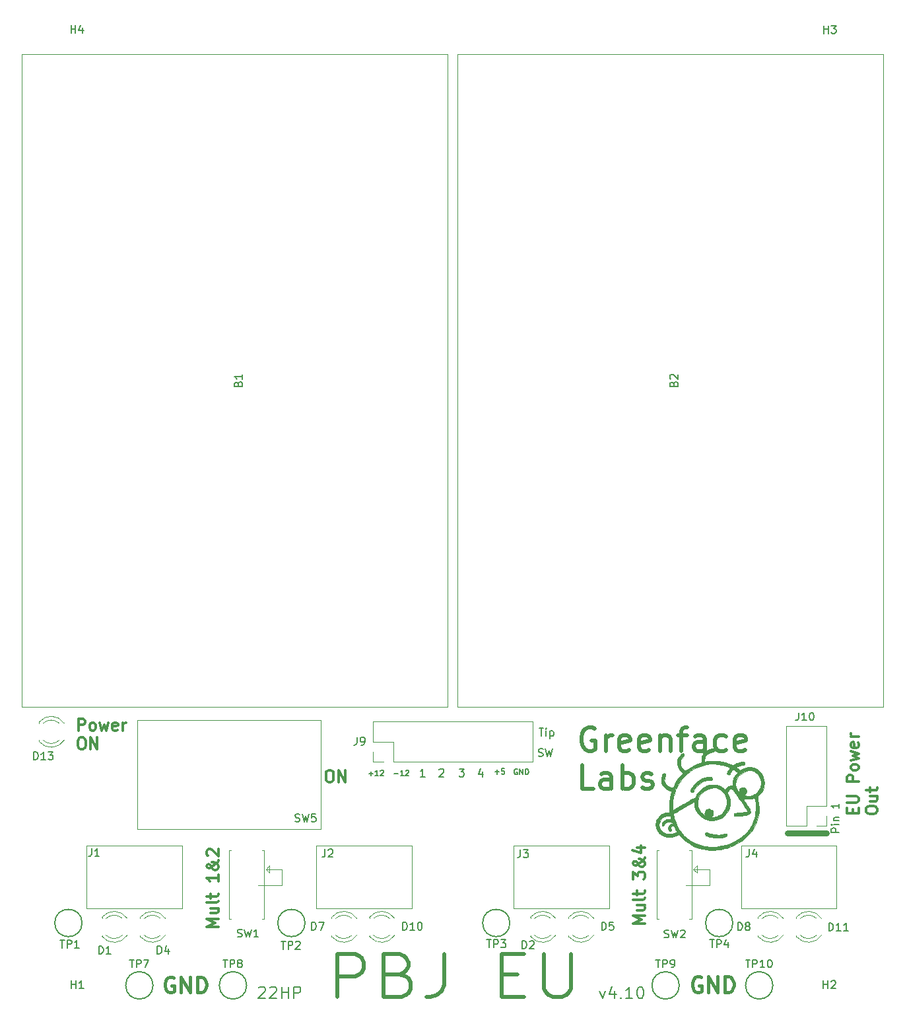
<source format=gbr>
G04 #@! TF.GenerationSoftware,KiCad,Pcbnew,(6.0.1)*
G04 #@! TF.CreationDate,2022-02-19T09:09:18-08:00*
G04 #@! TF.ProjectId,PBJ_EU,50424a5f-4555-42e6-9b69-6361645f7063,4.10*
G04 #@! TF.SameCoordinates,Original*
G04 #@! TF.FileFunction,Legend,Top*
G04 #@! TF.FilePolarity,Positive*
%FSLAX46Y46*%
G04 Gerber Fmt 4.6, Leading zero omitted, Abs format (unit mm)*
G04 Created by KiCad (PCBNEW (6.0.1)) date 2022-02-19 09:09:18*
%MOMM*%
%LPD*%
G01*
G04 APERTURE LIST*
%ADD10C,0.750000*%
%ADD11C,0.120000*%
%ADD12C,0.150000*%
%ADD13C,0.200000*%
%ADD14C,0.400000*%
%ADD15C,0.300000*%
%ADD16C,0.500000*%
%ADD17C,0.010000*%
G04 APERTURE END LIST*
D10*
X138620000Y-136020000D02*
X143620000Y-136020000D01*
D11*
X125630000Y-142670000D02*
X128620000Y-142670000D01*
X128620000Y-140610000D02*
X126600000Y-140610000D01*
X128620000Y-142670000D02*
X128620000Y-140610000D01*
X73740000Y-140600000D02*
X71720000Y-140600000D01*
X73740000Y-142660000D02*
X73740000Y-140600000D01*
X70750000Y-142660000D02*
X73740000Y-142660000D01*
D12*
X106773809Y-122552380D02*
X107345238Y-122552380D01*
X107059523Y-123552380D02*
X107059523Y-122552380D01*
X107678571Y-123552380D02*
X107678571Y-122885714D01*
X107678571Y-122552380D02*
X107630952Y-122600000D01*
X107678571Y-122647619D01*
X107726190Y-122600000D01*
X107678571Y-122552380D01*
X107678571Y-122647619D01*
X108154761Y-122885714D02*
X108154761Y-123885714D01*
X108154761Y-122933333D02*
X108250000Y-122885714D01*
X108440476Y-122885714D01*
X108535714Y-122933333D01*
X108583333Y-122980952D01*
X108630952Y-123076190D01*
X108630952Y-123361904D01*
X108583333Y-123457142D01*
X108535714Y-123504761D01*
X108440476Y-123552380D01*
X108250000Y-123552380D01*
X108154761Y-123504761D01*
X106692857Y-126104761D02*
X106835714Y-126152380D01*
X107073809Y-126152380D01*
X107169047Y-126104761D01*
X107216666Y-126057142D01*
X107264285Y-125961904D01*
X107264285Y-125866666D01*
X107216666Y-125771428D01*
X107169047Y-125723809D01*
X107073809Y-125676190D01*
X106883333Y-125628571D01*
X106788095Y-125580952D01*
X106740476Y-125533333D01*
X106692857Y-125438095D01*
X106692857Y-125342857D01*
X106740476Y-125247619D01*
X106788095Y-125200000D01*
X106883333Y-125152380D01*
X107121428Y-125152380D01*
X107264285Y-125200000D01*
X107597619Y-125152380D02*
X107835714Y-126152380D01*
X108026190Y-125438095D01*
X108216666Y-126152380D01*
X108454761Y-125152380D01*
D13*
X70821428Y-155821428D02*
X70892857Y-155750000D01*
X71035714Y-155678571D01*
X71392857Y-155678571D01*
X71535714Y-155750000D01*
X71607142Y-155821428D01*
X71678571Y-155964285D01*
X71678571Y-156107142D01*
X71607142Y-156321428D01*
X70750000Y-157178571D01*
X71678571Y-157178571D01*
X72250000Y-155821428D02*
X72321428Y-155750000D01*
X72464285Y-155678571D01*
X72821428Y-155678571D01*
X72964285Y-155750000D01*
X73035714Y-155821428D01*
X73107142Y-155964285D01*
X73107142Y-156107142D01*
X73035714Y-156321428D01*
X72178571Y-157178571D01*
X73107142Y-157178571D01*
X73750000Y-157178571D02*
X73750000Y-155678571D01*
X73750000Y-156392857D02*
X74607142Y-156392857D01*
X74607142Y-157178571D02*
X74607142Y-155678571D01*
X75321428Y-157178571D02*
X75321428Y-155678571D01*
X75892857Y-155678571D01*
X76035714Y-155750000D01*
X76107142Y-155821428D01*
X76178571Y-155964285D01*
X76178571Y-156178571D01*
X76107142Y-156321428D01*
X76035714Y-156392857D01*
X75892857Y-156464285D01*
X75321428Y-156464285D01*
D12*
X93964285Y-127847619D02*
X94011904Y-127800000D01*
X94107142Y-127752380D01*
X94345238Y-127752380D01*
X94440476Y-127800000D01*
X94488095Y-127847619D01*
X94535714Y-127942857D01*
X94535714Y-128038095D01*
X94488095Y-128180952D01*
X93916666Y-128752380D01*
X94535714Y-128752380D01*
X96516666Y-127752380D02*
X97135714Y-127752380D01*
X96802380Y-128133333D01*
X96945238Y-128133333D01*
X97040476Y-128180952D01*
X97088095Y-128228571D01*
X97135714Y-128323809D01*
X97135714Y-128561904D01*
X97088095Y-128657142D01*
X97040476Y-128704761D01*
X96945238Y-128752380D01*
X96659523Y-128752380D01*
X96564285Y-128704761D01*
X96516666Y-128657142D01*
X99490476Y-128085714D02*
X99490476Y-128752380D01*
X99252380Y-127704761D02*
X99014285Y-128419047D01*
X99633333Y-128419047D01*
X101100000Y-128150000D02*
X101633333Y-128150000D01*
X101366666Y-128416666D02*
X101366666Y-127883333D01*
X102300000Y-127716666D02*
X101966666Y-127716666D01*
X101933333Y-128050000D01*
X101966666Y-128016666D01*
X102033333Y-127983333D01*
X102200000Y-127983333D01*
X102266666Y-128016666D01*
X102300000Y-128050000D01*
X102333333Y-128116666D01*
X102333333Y-128283333D01*
X102300000Y-128350000D01*
X102266666Y-128383333D01*
X102200000Y-128416666D01*
X102033333Y-128416666D01*
X101966666Y-128383333D01*
X101933333Y-128350000D01*
X103966666Y-127800000D02*
X103900000Y-127766666D01*
X103800000Y-127766666D01*
X103700000Y-127800000D01*
X103633333Y-127866666D01*
X103600000Y-127933333D01*
X103566666Y-128066666D01*
X103566666Y-128166666D01*
X103600000Y-128300000D01*
X103633333Y-128366666D01*
X103700000Y-128433333D01*
X103800000Y-128466666D01*
X103866666Y-128466666D01*
X103966666Y-128433333D01*
X104000000Y-128400000D01*
X104000000Y-128166666D01*
X103866666Y-128166666D01*
X104300000Y-128466666D02*
X104300000Y-127766666D01*
X104700000Y-128466666D01*
X104700000Y-127766666D01*
X105033333Y-128466666D02*
X105033333Y-127766666D01*
X105200000Y-127766666D01*
X105300000Y-127800000D01*
X105366666Y-127866666D01*
X105400000Y-127933333D01*
X105433333Y-128066666D01*
X105433333Y-128166666D01*
X105400000Y-128300000D01*
X105366666Y-128366666D01*
X105300000Y-128433333D01*
X105200000Y-128466666D01*
X105033333Y-128466666D01*
D14*
X127551190Y-154475000D02*
X127360714Y-154379761D01*
X127075000Y-154379761D01*
X126789285Y-154475000D01*
X126598809Y-154665476D01*
X126503571Y-154855952D01*
X126408333Y-155236904D01*
X126408333Y-155522619D01*
X126503571Y-155903571D01*
X126598809Y-156094047D01*
X126789285Y-156284523D01*
X127075000Y-156379761D01*
X127265476Y-156379761D01*
X127551190Y-156284523D01*
X127646428Y-156189285D01*
X127646428Y-155522619D01*
X127265476Y-155522619D01*
X128503571Y-156379761D02*
X128503571Y-154379761D01*
X129646428Y-156379761D01*
X129646428Y-154379761D01*
X130598809Y-156379761D02*
X130598809Y-154379761D01*
X131075000Y-154379761D01*
X131360714Y-154475000D01*
X131551190Y-154665476D01*
X131646428Y-154855952D01*
X131741666Y-155236904D01*
X131741666Y-155522619D01*
X131646428Y-155903571D01*
X131551190Y-156094047D01*
X131360714Y-156284523D01*
X131075000Y-156379761D01*
X130598809Y-156379761D01*
D12*
X145262380Y-135889523D02*
X144262380Y-135889523D01*
X144262380Y-135508571D01*
X144310000Y-135413333D01*
X144357619Y-135365714D01*
X144452857Y-135318095D01*
X144595714Y-135318095D01*
X144690952Y-135365714D01*
X144738571Y-135413333D01*
X144786190Y-135508571D01*
X144786190Y-135889523D01*
X145262380Y-134889523D02*
X144595714Y-134889523D01*
X144262380Y-134889523D02*
X144310000Y-134937142D01*
X144357619Y-134889523D01*
X144310000Y-134841904D01*
X144262380Y-134889523D01*
X144357619Y-134889523D01*
X144595714Y-134413333D02*
X145262380Y-134413333D01*
X144690952Y-134413333D02*
X144643333Y-134365714D01*
X144595714Y-134270476D01*
X144595714Y-134127619D01*
X144643333Y-134032380D01*
X144738571Y-133984761D01*
X145262380Y-133984761D01*
X145262380Y-132222857D02*
X145262380Y-132794285D01*
X145262380Y-132508571D02*
X144262380Y-132508571D01*
X144405238Y-132603809D01*
X144500476Y-132699047D01*
X144548095Y-132794285D01*
D15*
X120338571Y-147588571D02*
X118838571Y-147588571D01*
X119910000Y-147088571D01*
X118838571Y-146588571D01*
X120338571Y-146588571D01*
X119338571Y-145231428D02*
X120338571Y-145231428D01*
X119338571Y-145874285D02*
X120124285Y-145874285D01*
X120267142Y-145802857D01*
X120338571Y-145660000D01*
X120338571Y-145445714D01*
X120267142Y-145302857D01*
X120195714Y-145231428D01*
X120338571Y-144302857D02*
X120267142Y-144445714D01*
X120124285Y-144517142D01*
X118838571Y-144517142D01*
X119338571Y-143945714D02*
X119338571Y-143374285D01*
X118838571Y-143731428D02*
X120124285Y-143731428D01*
X120267142Y-143660000D01*
X120338571Y-143517142D01*
X120338571Y-143374285D01*
X118838571Y-141874285D02*
X118838571Y-140945714D01*
X119410000Y-141445714D01*
X119410000Y-141231428D01*
X119481428Y-141088571D01*
X119552857Y-141017142D01*
X119695714Y-140945714D01*
X120052857Y-140945714D01*
X120195714Y-141017142D01*
X120267142Y-141088571D01*
X120338571Y-141231428D01*
X120338571Y-141660000D01*
X120267142Y-141802857D01*
X120195714Y-141874285D01*
X120338571Y-139088571D02*
X120338571Y-139160000D01*
X120267142Y-139302857D01*
X120052857Y-139517142D01*
X119624285Y-139874285D01*
X119410000Y-140017142D01*
X119195714Y-140088571D01*
X119052857Y-140088571D01*
X118910000Y-140017142D01*
X118838571Y-139874285D01*
X118838571Y-139802857D01*
X118910000Y-139660000D01*
X119052857Y-139588571D01*
X119124285Y-139588571D01*
X119267142Y-139660000D01*
X119338571Y-139731428D01*
X119624285Y-140160000D01*
X119695714Y-140231428D01*
X119838571Y-140302857D01*
X120052857Y-140302857D01*
X120195714Y-140231428D01*
X120267142Y-140160000D01*
X120338571Y-140017142D01*
X120338571Y-139802857D01*
X120267142Y-139660000D01*
X120195714Y-139588571D01*
X119910000Y-139374285D01*
X119695714Y-139302857D01*
X119552857Y-139302857D01*
X119338571Y-137802857D02*
X120338571Y-137802857D01*
X118767142Y-138160000D02*
X119838571Y-138517142D01*
X119838571Y-137588571D01*
D12*
X84916666Y-128350000D02*
X85450000Y-128350000D01*
X85183333Y-128616666D02*
X85183333Y-128083333D01*
X86150000Y-128616666D02*
X85750000Y-128616666D01*
X85950000Y-128616666D02*
X85950000Y-127916666D01*
X85883333Y-128016666D01*
X85816666Y-128083333D01*
X85750000Y-128116666D01*
X86416666Y-127983333D02*
X86450000Y-127950000D01*
X86516666Y-127916666D01*
X86683333Y-127916666D01*
X86750000Y-127950000D01*
X86783333Y-127983333D01*
X86816666Y-128050000D01*
X86816666Y-128116666D01*
X86783333Y-128216666D01*
X86383333Y-128616666D01*
X86816666Y-128616666D01*
D14*
X59901190Y-154500000D02*
X59710714Y-154404761D01*
X59425000Y-154404761D01*
X59139285Y-154500000D01*
X58948809Y-154690476D01*
X58853571Y-154880952D01*
X58758333Y-155261904D01*
X58758333Y-155547619D01*
X58853571Y-155928571D01*
X58948809Y-156119047D01*
X59139285Y-156309523D01*
X59425000Y-156404761D01*
X59615476Y-156404761D01*
X59901190Y-156309523D01*
X59996428Y-156214285D01*
X59996428Y-155547619D01*
X59615476Y-155547619D01*
X60853571Y-156404761D02*
X60853571Y-154404761D01*
X61996428Y-156404761D01*
X61996428Y-154404761D01*
X62948809Y-156404761D02*
X62948809Y-154404761D01*
X63425000Y-154404761D01*
X63710714Y-154500000D01*
X63901190Y-154690476D01*
X63996428Y-154880952D01*
X64091666Y-155261904D01*
X64091666Y-155547619D01*
X63996428Y-155928571D01*
X63901190Y-156119047D01*
X63710714Y-156309523D01*
X63425000Y-156404761D01*
X62948809Y-156404761D01*
D13*
X114542857Y-156178571D02*
X114900000Y-157178571D01*
X115257142Y-156178571D01*
X116471428Y-156178571D02*
X116471428Y-157178571D01*
X116114285Y-155607142D02*
X115757142Y-156678571D01*
X116685714Y-156678571D01*
X117257142Y-157035714D02*
X117328571Y-157107142D01*
X117257142Y-157178571D01*
X117185714Y-157107142D01*
X117257142Y-157035714D01*
X117257142Y-157178571D01*
X118757142Y-157178571D02*
X117900000Y-157178571D01*
X118328571Y-157178571D02*
X118328571Y-155678571D01*
X118185714Y-155892857D01*
X118042857Y-156035714D01*
X117900000Y-156107142D01*
X119685714Y-155678571D02*
X119828571Y-155678571D01*
X119971428Y-155750000D01*
X120042857Y-155821428D01*
X120114285Y-155964285D01*
X120185714Y-156250000D01*
X120185714Y-156607142D01*
X120114285Y-156892857D01*
X120042857Y-157035714D01*
X119971428Y-157107142D01*
X119828571Y-157178571D01*
X119685714Y-157178571D01*
X119542857Y-157107142D01*
X119471428Y-157035714D01*
X119400000Y-156892857D01*
X119328571Y-156607142D01*
X119328571Y-156250000D01*
X119400000Y-155964285D01*
X119471428Y-155821428D01*
X119542857Y-155750000D01*
X119685714Y-155678571D01*
D16*
X80850000Y-156988095D02*
X80850000Y-151488095D01*
X83135714Y-151488095D01*
X83707142Y-151750000D01*
X83992857Y-152011904D01*
X84278571Y-152535714D01*
X84278571Y-153321428D01*
X83992857Y-153845238D01*
X83707142Y-154107142D01*
X83135714Y-154369047D01*
X80850000Y-154369047D01*
X88850000Y-154107142D02*
X89707142Y-154369047D01*
X89992857Y-154630952D01*
X90278571Y-155154761D01*
X90278571Y-155940476D01*
X89992857Y-156464285D01*
X89707142Y-156726190D01*
X89135714Y-156988095D01*
X86850000Y-156988095D01*
X86850000Y-151488095D01*
X88850000Y-151488095D01*
X89421428Y-151750000D01*
X89707142Y-152011904D01*
X89992857Y-152535714D01*
X89992857Y-153059523D01*
X89707142Y-153583333D01*
X89421428Y-153845238D01*
X88850000Y-154107142D01*
X86850000Y-154107142D01*
X94564285Y-151488095D02*
X94564285Y-155416666D01*
X94278571Y-156202380D01*
X93707142Y-156726190D01*
X92850000Y-156988095D01*
X92278571Y-156988095D01*
X101992857Y-154107142D02*
X103992857Y-154107142D01*
X104850000Y-156988095D02*
X101992857Y-156988095D01*
X101992857Y-151488095D01*
X104850000Y-151488095D01*
X107421428Y-151488095D02*
X107421428Y-155940476D01*
X107707142Y-156464285D01*
X107992857Y-156726190D01*
X108564285Y-156988095D01*
X109707142Y-156988095D01*
X110278571Y-156726190D01*
X110564285Y-156464285D01*
X110850000Y-155940476D01*
X110850000Y-151488095D01*
D15*
X146975357Y-133447857D02*
X146975357Y-132947857D01*
X147761071Y-132733571D02*
X147761071Y-133447857D01*
X146261071Y-133447857D01*
X146261071Y-132733571D01*
X146261071Y-132090714D02*
X147475357Y-132090714D01*
X147618214Y-132019285D01*
X147689642Y-131947857D01*
X147761071Y-131805000D01*
X147761071Y-131519285D01*
X147689642Y-131376428D01*
X147618214Y-131305000D01*
X147475357Y-131233571D01*
X146261071Y-131233571D01*
X147761071Y-129376428D02*
X146261071Y-129376428D01*
X146261071Y-128805000D01*
X146332500Y-128662142D01*
X146403928Y-128590714D01*
X146546785Y-128519285D01*
X146761071Y-128519285D01*
X146903928Y-128590714D01*
X146975357Y-128662142D01*
X147046785Y-128805000D01*
X147046785Y-129376428D01*
X147761071Y-127662142D02*
X147689642Y-127805000D01*
X147618214Y-127876428D01*
X147475357Y-127947857D01*
X147046785Y-127947857D01*
X146903928Y-127876428D01*
X146832500Y-127805000D01*
X146761071Y-127662142D01*
X146761071Y-127447857D01*
X146832500Y-127305000D01*
X146903928Y-127233571D01*
X147046785Y-127162142D01*
X147475357Y-127162142D01*
X147618214Y-127233571D01*
X147689642Y-127305000D01*
X147761071Y-127447857D01*
X147761071Y-127662142D01*
X146761071Y-126662142D02*
X147761071Y-126376428D01*
X147046785Y-126090714D01*
X147761071Y-125805000D01*
X146761071Y-125519285D01*
X147689642Y-124376428D02*
X147761071Y-124519285D01*
X147761071Y-124805000D01*
X147689642Y-124947857D01*
X147546785Y-125019285D01*
X146975357Y-125019285D01*
X146832500Y-124947857D01*
X146761071Y-124805000D01*
X146761071Y-124519285D01*
X146832500Y-124376428D01*
X146975357Y-124305000D01*
X147118214Y-124305000D01*
X147261071Y-125019285D01*
X147761071Y-123662142D02*
X146761071Y-123662142D01*
X147046785Y-123662142D02*
X146903928Y-123590714D01*
X146832500Y-123519285D01*
X146761071Y-123376428D01*
X146761071Y-123233571D01*
X148676071Y-133162142D02*
X148676071Y-132876428D01*
X148747500Y-132733571D01*
X148890357Y-132590714D01*
X149176071Y-132519285D01*
X149676071Y-132519285D01*
X149961785Y-132590714D01*
X150104642Y-132733571D01*
X150176071Y-132876428D01*
X150176071Y-133162142D01*
X150104642Y-133305000D01*
X149961785Y-133447857D01*
X149676071Y-133519285D01*
X149176071Y-133519285D01*
X148890357Y-133447857D01*
X148747500Y-133305000D01*
X148676071Y-133162142D01*
X149176071Y-131233571D02*
X150176071Y-131233571D01*
X149176071Y-131876428D02*
X149961785Y-131876428D01*
X150104642Y-131805000D01*
X150176071Y-131662142D01*
X150176071Y-131447857D01*
X150104642Y-131305000D01*
X150033214Y-131233571D01*
X149176071Y-130733571D02*
X149176071Y-130162142D01*
X148676071Y-130519285D02*
X149961785Y-130519285D01*
X150104642Y-130447857D01*
X150176071Y-130305000D01*
X150176071Y-130162142D01*
D12*
X92135714Y-128752380D02*
X91564285Y-128752380D01*
X91850000Y-128752380D02*
X91850000Y-127752380D01*
X91754761Y-127895238D01*
X91659523Y-127990476D01*
X91564285Y-128038095D01*
D16*
X113890714Y-122585000D02*
X113605000Y-122442142D01*
X113176428Y-122442142D01*
X112747857Y-122585000D01*
X112462142Y-122870714D01*
X112319285Y-123156428D01*
X112176428Y-123727857D01*
X112176428Y-124156428D01*
X112319285Y-124727857D01*
X112462142Y-125013571D01*
X112747857Y-125299285D01*
X113176428Y-125442142D01*
X113462142Y-125442142D01*
X113890714Y-125299285D01*
X114033571Y-125156428D01*
X114033571Y-124156428D01*
X113462142Y-124156428D01*
X115319285Y-125442142D02*
X115319285Y-123442142D01*
X115319285Y-124013571D02*
X115462142Y-123727857D01*
X115605000Y-123585000D01*
X115890714Y-123442142D01*
X116176428Y-123442142D01*
X118319285Y-125299285D02*
X118033571Y-125442142D01*
X117462142Y-125442142D01*
X117176428Y-125299285D01*
X117033571Y-125013571D01*
X117033571Y-123870714D01*
X117176428Y-123585000D01*
X117462142Y-123442142D01*
X118033571Y-123442142D01*
X118319285Y-123585000D01*
X118462142Y-123870714D01*
X118462142Y-124156428D01*
X117033571Y-124442142D01*
X120890714Y-125299285D02*
X120605000Y-125442142D01*
X120033571Y-125442142D01*
X119747857Y-125299285D01*
X119605000Y-125013571D01*
X119605000Y-123870714D01*
X119747857Y-123585000D01*
X120033571Y-123442142D01*
X120605000Y-123442142D01*
X120890714Y-123585000D01*
X121033571Y-123870714D01*
X121033571Y-124156428D01*
X119605000Y-124442142D01*
X122319285Y-123442142D02*
X122319285Y-125442142D01*
X122319285Y-123727857D02*
X122462142Y-123585000D01*
X122747857Y-123442142D01*
X123176428Y-123442142D01*
X123462142Y-123585000D01*
X123605000Y-123870714D01*
X123605000Y-125442142D01*
X124605000Y-123442142D02*
X125747857Y-123442142D01*
X125033571Y-125442142D02*
X125033571Y-122870714D01*
X125176428Y-122585000D01*
X125462142Y-122442142D01*
X125747857Y-122442142D01*
X128033571Y-125442142D02*
X128033571Y-123870714D01*
X127890714Y-123585000D01*
X127605000Y-123442142D01*
X127033571Y-123442142D01*
X126747857Y-123585000D01*
X128033571Y-125299285D02*
X127747857Y-125442142D01*
X127033571Y-125442142D01*
X126747857Y-125299285D01*
X126605000Y-125013571D01*
X126605000Y-124727857D01*
X126747857Y-124442142D01*
X127033571Y-124299285D01*
X127747857Y-124299285D01*
X128033571Y-124156428D01*
X130747857Y-125299285D02*
X130462142Y-125442142D01*
X129890714Y-125442142D01*
X129605000Y-125299285D01*
X129462142Y-125156428D01*
X129319285Y-124870714D01*
X129319285Y-124013571D01*
X129462142Y-123727857D01*
X129605000Y-123585000D01*
X129890714Y-123442142D01*
X130462142Y-123442142D01*
X130747857Y-123585000D01*
X133176428Y-125299285D02*
X132890714Y-125442142D01*
X132319285Y-125442142D01*
X132033571Y-125299285D01*
X131890714Y-125013571D01*
X131890714Y-123870714D01*
X132033571Y-123585000D01*
X132319285Y-123442142D01*
X132890714Y-123442142D01*
X133176428Y-123585000D01*
X133319285Y-123870714D01*
X133319285Y-124156428D01*
X131890714Y-124442142D01*
X113747857Y-130272142D02*
X112319285Y-130272142D01*
X112319285Y-127272142D01*
X116033571Y-130272142D02*
X116033571Y-128700714D01*
X115890714Y-128415000D01*
X115605000Y-128272142D01*
X115033571Y-128272142D01*
X114747857Y-128415000D01*
X116033571Y-130129285D02*
X115747857Y-130272142D01*
X115033571Y-130272142D01*
X114747857Y-130129285D01*
X114605000Y-129843571D01*
X114605000Y-129557857D01*
X114747857Y-129272142D01*
X115033571Y-129129285D01*
X115747857Y-129129285D01*
X116033571Y-128986428D01*
X117462142Y-130272142D02*
X117462142Y-127272142D01*
X117462142Y-128415000D02*
X117747857Y-128272142D01*
X118319285Y-128272142D01*
X118605000Y-128415000D01*
X118747857Y-128557857D01*
X118890714Y-128843571D01*
X118890714Y-129700714D01*
X118747857Y-129986428D01*
X118605000Y-130129285D01*
X118319285Y-130272142D01*
X117747857Y-130272142D01*
X117462142Y-130129285D01*
X120033571Y-130129285D02*
X120319285Y-130272142D01*
X120890714Y-130272142D01*
X121176428Y-130129285D01*
X121319285Y-129843571D01*
X121319285Y-129700714D01*
X121176428Y-129415000D01*
X120890714Y-129272142D01*
X120462142Y-129272142D01*
X120176428Y-129129285D01*
X120033571Y-128843571D01*
X120033571Y-128700714D01*
X120176428Y-128415000D01*
X120462142Y-128272142D01*
X120890714Y-128272142D01*
X121176428Y-128415000D01*
D15*
X79771428Y-127928571D02*
X80057142Y-127928571D01*
X80200000Y-128000000D01*
X80342857Y-128142857D01*
X80414285Y-128428571D01*
X80414285Y-128928571D01*
X80342857Y-129214285D01*
X80200000Y-129357142D01*
X80057142Y-129428571D01*
X79771428Y-129428571D01*
X79628571Y-129357142D01*
X79485714Y-129214285D01*
X79414285Y-128928571D01*
X79414285Y-128428571D01*
X79485714Y-128142857D01*
X79628571Y-128000000D01*
X79771428Y-127928571D01*
X81057142Y-129428571D02*
X81057142Y-127928571D01*
X81914285Y-129428571D01*
X81914285Y-127928571D01*
X65628571Y-147968571D02*
X64128571Y-147968571D01*
X65200000Y-147468571D01*
X64128571Y-146968571D01*
X65628571Y-146968571D01*
X64628571Y-145611428D02*
X65628571Y-145611428D01*
X64628571Y-146254285D02*
X65414285Y-146254285D01*
X65557142Y-146182857D01*
X65628571Y-146040000D01*
X65628571Y-145825714D01*
X65557142Y-145682857D01*
X65485714Y-145611428D01*
X65628571Y-144682857D02*
X65557142Y-144825714D01*
X65414285Y-144897142D01*
X64128571Y-144897142D01*
X64628571Y-144325714D02*
X64628571Y-143754285D01*
X64128571Y-144111428D02*
X65414285Y-144111428D01*
X65557142Y-144040000D01*
X65628571Y-143897142D01*
X65628571Y-143754285D01*
X65628571Y-141325714D02*
X65628571Y-142182857D01*
X65628571Y-141754285D02*
X64128571Y-141754285D01*
X64342857Y-141897142D01*
X64485714Y-142040000D01*
X64557142Y-142182857D01*
X65628571Y-139468571D02*
X65628571Y-139540000D01*
X65557142Y-139682857D01*
X65342857Y-139897142D01*
X64914285Y-140254285D01*
X64700000Y-140397142D01*
X64485714Y-140468571D01*
X64342857Y-140468571D01*
X64200000Y-140397142D01*
X64128571Y-140254285D01*
X64128571Y-140182857D01*
X64200000Y-140040000D01*
X64342857Y-139968571D01*
X64414285Y-139968571D01*
X64557142Y-140040000D01*
X64628571Y-140111428D01*
X64914285Y-140540000D01*
X64985714Y-140611428D01*
X65128571Y-140682857D01*
X65342857Y-140682857D01*
X65485714Y-140611428D01*
X65557142Y-140540000D01*
X65628571Y-140397142D01*
X65628571Y-140182857D01*
X65557142Y-140040000D01*
X65485714Y-139968571D01*
X65200000Y-139754285D01*
X64985714Y-139682857D01*
X64842857Y-139682857D01*
X64271428Y-138897142D02*
X64200000Y-138825714D01*
X64128571Y-138682857D01*
X64128571Y-138325714D01*
X64200000Y-138182857D01*
X64271428Y-138111428D01*
X64414285Y-138040000D01*
X64557142Y-138040000D01*
X64771428Y-138111428D01*
X65628571Y-138968571D01*
X65628571Y-138040000D01*
D12*
X88166666Y-128350000D02*
X88700000Y-128350000D01*
X89400000Y-128616666D02*
X89000000Y-128616666D01*
X89200000Y-128616666D02*
X89200000Y-127916666D01*
X89133333Y-128016666D01*
X89066666Y-128083333D01*
X89000000Y-128116666D01*
X89666666Y-127983333D02*
X89700000Y-127950000D01*
X89766666Y-127916666D01*
X89933333Y-127916666D01*
X90000000Y-127950000D01*
X90033333Y-127983333D01*
X90066666Y-128050000D01*
X90066666Y-128116666D01*
X90033333Y-128216666D01*
X89633333Y-128616666D01*
X90066666Y-128616666D01*
D15*
X47682142Y-122831071D02*
X47682142Y-121331071D01*
X48253571Y-121331071D01*
X48396428Y-121402500D01*
X48467857Y-121473928D01*
X48539285Y-121616785D01*
X48539285Y-121831071D01*
X48467857Y-121973928D01*
X48396428Y-122045357D01*
X48253571Y-122116785D01*
X47682142Y-122116785D01*
X49396428Y-122831071D02*
X49253571Y-122759642D01*
X49182142Y-122688214D01*
X49110714Y-122545357D01*
X49110714Y-122116785D01*
X49182142Y-121973928D01*
X49253571Y-121902500D01*
X49396428Y-121831071D01*
X49610714Y-121831071D01*
X49753571Y-121902500D01*
X49825000Y-121973928D01*
X49896428Y-122116785D01*
X49896428Y-122545357D01*
X49825000Y-122688214D01*
X49753571Y-122759642D01*
X49610714Y-122831071D01*
X49396428Y-122831071D01*
X50396428Y-121831071D02*
X50682142Y-122831071D01*
X50967857Y-122116785D01*
X51253571Y-122831071D01*
X51539285Y-121831071D01*
X52682142Y-122759642D02*
X52539285Y-122831071D01*
X52253571Y-122831071D01*
X52110714Y-122759642D01*
X52039285Y-122616785D01*
X52039285Y-122045357D01*
X52110714Y-121902500D01*
X52253571Y-121831071D01*
X52539285Y-121831071D01*
X52682142Y-121902500D01*
X52753571Y-122045357D01*
X52753571Y-122188214D01*
X52039285Y-122331071D01*
X53396428Y-122831071D02*
X53396428Y-121831071D01*
X53396428Y-122116785D02*
X53467857Y-121973928D01*
X53539285Y-121902500D01*
X53682142Y-121831071D01*
X53825000Y-121831071D01*
X47967857Y-123746071D02*
X48253571Y-123746071D01*
X48396428Y-123817500D01*
X48539285Y-123960357D01*
X48610714Y-124246071D01*
X48610714Y-124746071D01*
X48539285Y-125031785D01*
X48396428Y-125174642D01*
X48253571Y-125246071D01*
X47967857Y-125246071D01*
X47825000Y-125174642D01*
X47682142Y-125031785D01*
X47610714Y-124746071D01*
X47610714Y-124246071D01*
X47682142Y-123960357D01*
X47825000Y-123817500D01*
X47967857Y-123746071D01*
X49253571Y-125246071D02*
X49253571Y-123746071D01*
X50110714Y-125246071D01*
X50110714Y-123746071D01*
D12*
X132261904Y-148452380D02*
X132261904Y-147452380D01*
X132500000Y-147452380D01*
X132642857Y-147500000D01*
X132738095Y-147595238D01*
X132785714Y-147690476D01*
X132833333Y-147880952D01*
X132833333Y-148023809D01*
X132785714Y-148214285D01*
X132738095Y-148309523D01*
X132642857Y-148404761D01*
X132500000Y-148452380D01*
X132261904Y-148452380D01*
X133404761Y-147880952D02*
X133309523Y-147833333D01*
X133261904Y-147785714D01*
X133214285Y-147690476D01*
X133214285Y-147642857D01*
X133261904Y-147547619D01*
X133309523Y-147500000D01*
X133404761Y-147452380D01*
X133595238Y-147452380D01*
X133690476Y-147500000D01*
X133738095Y-147547619D01*
X133785714Y-147642857D01*
X133785714Y-147690476D01*
X133738095Y-147785714D01*
X133690476Y-147833333D01*
X133595238Y-147880952D01*
X133404761Y-147880952D01*
X133309523Y-147928571D01*
X133261904Y-147976190D01*
X133214285Y-148071428D01*
X133214285Y-148261904D01*
X133261904Y-148357142D01*
X133309523Y-148404761D01*
X133404761Y-148452380D01*
X133595238Y-148452380D01*
X133690476Y-148404761D01*
X133738095Y-148357142D01*
X133785714Y-148261904D01*
X133785714Y-148071428D01*
X133738095Y-147976190D01*
X133690476Y-147928571D01*
X133595238Y-147880952D01*
X143935714Y-148502380D02*
X143935714Y-147502380D01*
X144173809Y-147502380D01*
X144316666Y-147550000D01*
X144411904Y-147645238D01*
X144459523Y-147740476D01*
X144507142Y-147930952D01*
X144507142Y-148073809D01*
X144459523Y-148264285D01*
X144411904Y-148359523D01*
X144316666Y-148454761D01*
X144173809Y-148502380D01*
X143935714Y-148502380D01*
X145459523Y-148502380D02*
X144888095Y-148502380D01*
X145173809Y-148502380D02*
X145173809Y-147502380D01*
X145078571Y-147645238D01*
X144983333Y-147740476D01*
X144888095Y-147788095D01*
X146411904Y-148502380D02*
X145840476Y-148502380D01*
X146126190Y-148502380D02*
X146126190Y-147502380D01*
X146030952Y-147645238D01*
X145935714Y-147740476D01*
X145840476Y-147788095D01*
X41945714Y-126582380D02*
X41945714Y-125582380D01*
X42183809Y-125582380D01*
X42326666Y-125630000D01*
X42421904Y-125725238D01*
X42469523Y-125820476D01*
X42517142Y-126010952D01*
X42517142Y-126153809D01*
X42469523Y-126344285D01*
X42421904Y-126439523D01*
X42326666Y-126534761D01*
X42183809Y-126582380D01*
X41945714Y-126582380D01*
X43469523Y-126582380D02*
X42898095Y-126582380D01*
X43183809Y-126582380D02*
X43183809Y-125582380D01*
X43088571Y-125725238D01*
X42993333Y-125820476D01*
X42898095Y-125868095D01*
X43802857Y-125582380D02*
X44421904Y-125582380D01*
X44088571Y-125963333D01*
X44231428Y-125963333D01*
X44326666Y-126010952D01*
X44374285Y-126058571D01*
X44421904Y-126153809D01*
X44421904Y-126391904D01*
X44374285Y-126487142D01*
X44326666Y-126534761D01*
X44231428Y-126582380D01*
X43945714Y-126582380D01*
X43850476Y-126534761D01*
X43802857Y-126487142D01*
X46788095Y-155902380D02*
X46788095Y-154902380D01*
X46788095Y-155378571D02*
X47359523Y-155378571D01*
X47359523Y-155902380D02*
X47359523Y-154902380D01*
X48359523Y-155902380D02*
X47788095Y-155902380D01*
X48073809Y-155902380D02*
X48073809Y-154902380D01*
X47978571Y-155045238D01*
X47883333Y-155140476D01*
X47788095Y-155188095D01*
X143238095Y-155902380D02*
X143238095Y-154902380D01*
X143238095Y-155378571D02*
X143809523Y-155378571D01*
X143809523Y-155902380D02*
X143809523Y-154902380D01*
X144238095Y-154997619D02*
X144285714Y-154950000D01*
X144380952Y-154902380D01*
X144619047Y-154902380D01*
X144714285Y-154950000D01*
X144761904Y-154997619D01*
X144809523Y-155092857D01*
X144809523Y-155188095D01*
X144761904Y-155330952D01*
X144190476Y-155902380D01*
X144809523Y-155902380D01*
X143288095Y-33502380D02*
X143288095Y-32502380D01*
X143288095Y-32978571D02*
X143859523Y-32978571D01*
X143859523Y-33502380D02*
X143859523Y-32502380D01*
X144240476Y-32502380D02*
X144859523Y-32502380D01*
X144526190Y-32883333D01*
X144669047Y-32883333D01*
X144764285Y-32930952D01*
X144811904Y-32978571D01*
X144859523Y-33073809D01*
X144859523Y-33311904D01*
X144811904Y-33407142D01*
X144764285Y-33454761D01*
X144669047Y-33502380D01*
X144383333Y-33502380D01*
X144288095Y-33454761D01*
X144240476Y-33407142D01*
X46738095Y-33452380D02*
X46738095Y-32452380D01*
X46738095Y-32928571D02*
X47309523Y-32928571D01*
X47309523Y-33452380D02*
X47309523Y-32452380D01*
X48214285Y-32785714D02*
X48214285Y-33452380D01*
X47976190Y-32404761D02*
X47738095Y-33119047D01*
X48357142Y-33119047D01*
X73688095Y-149852380D02*
X74259523Y-149852380D01*
X73973809Y-150852380D02*
X73973809Y-149852380D01*
X74592857Y-150852380D02*
X74592857Y-149852380D01*
X74973809Y-149852380D01*
X75069047Y-149900000D01*
X75116666Y-149947619D01*
X75164285Y-150042857D01*
X75164285Y-150185714D01*
X75116666Y-150280952D01*
X75069047Y-150328571D01*
X74973809Y-150376190D01*
X74592857Y-150376190D01*
X75545238Y-149947619D02*
X75592857Y-149900000D01*
X75688095Y-149852380D01*
X75926190Y-149852380D01*
X76021428Y-149900000D01*
X76069047Y-149947619D01*
X76116666Y-150042857D01*
X76116666Y-150138095D01*
X76069047Y-150280952D01*
X75497619Y-150852380D01*
X76116666Y-150852380D01*
X128658095Y-149652380D02*
X129229523Y-149652380D01*
X128943809Y-150652380D02*
X128943809Y-149652380D01*
X129562857Y-150652380D02*
X129562857Y-149652380D01*
X129943809Y-149652380D01*
X130039047Y-149700000D01*
X130086666Y-149747619D01*
X130134285Y-149842857D01*
X130134285Y-149985714D01*
X130086666Y-150080952D01*
X130039047Y-150128571D01*
X129943809Y-150176190D01*
X129562857Y-150176190D01*
X130991428Y-149985714D02*
X130991428Y-150652380D01*
X130753333Y-149604761D02*
X130515238Y-150319047D01*
X131134285Y-150319047D01*
X54238095Y-152202380D02*
X54809523Y-152202380D01*
X54523809Y-153202380D02*
X54523809Y-152202380D01*
X55142857Y-153202380D02*
X55142857Y-152202380D01*
X55523809Y-152202380D01*
X55619047Y-152250000D01*
X55666666Y-152297619D01*
X55714285Y-152392857D01*
X55714285Y-152535714D01*
X55666666Y-152630952D01*
X55619047Y-152678571D01*
X55523809Y-152726190D01*
X55142857Y-152726190D01*
X56047619Y-152202380D02*
X56714285Y-152202380D01*
X56285714Y-153202380D01*
X66238095Y-152202380D02*
X66809523Y-152202380D01*
X66523809Y-153202380D02*
X66523809Y-152202380D01*
X67142857Y-153202380D02*
X67142857Y-152202380D01*
X67523809Y-152202380D01*
X67619047Y-152250000D01*
X67666666Y-152297619D01*
X67714285Y-152392857D01*
X67714285Y-152535714D01*
X67666666Y-152630952D01*
X67619047Y-152678571D01*
X67523809Y-152726190D01*
X67142857Y-152726190D01*
X68285714Y-152630952D02*
X68190476Y-152583333D01*
X68142857Y-152535714D01*
X68095238Y-152440476D01*
X68095238Y-152392857D01*
X68142857Y-152297619D01*
X68190476Y-152250000D01*
X68285714Y-152202380D01*
X68476190Y-152202380D01*
X68571428Y-152250000D01*
X68619047Y-152297619D01*
X68666666Y-152392857D01*
X68666666Y-152440476D01*
X68619047Y-152535714D01*
X68571428Y-152583333D01*
X68476190Y-152630952D01*
X68285714Y-152630952D01*
X68190476Y-152678571D01*
X68142857Y-152726190D01*
X68095238Y-152821428D01*
X68095238Y-153011904D01*
X68142857Y-153107142D01*
X68190476Y-153154761D01*
X68285714Y-153202380D01*
X68476190Y-153202380D01*
X68571428Y-153154761D01*
X68619047Y-153107142D01*
X68666666Y-153011904D01*
X68666666Y-152821428D01*
X68619047Y-152726190D01*
X68571428Y-152678571D01*
X68476190Y-152630952D01*
X121738095Y-152202380D02*
X122309523Y-152202380D01*
X122023809Y-153202380D02*
X122023809Y-152202380D01*
X122642857Y-153202380D02*
X122642857Y-152202380D01*
X123023809Y-152202380D01*
X123119047Y-152250000D01*
X123166666Y-152297619D01*
X123214285Y-152392857D01*
X123214285Y-152535714D01*
X123166666Y-152630952D01*
X123119047Y-152678571D01*
X123023809Y-152726190D01*
X122642857Y-152726190D01*
X123690476Y-153202380D02*
X123880952Y-153202380D01*
X123976190Y-153154761D01*
X124023809Y-153107142D01*
X124119047Y-152964285D01*
X124166666Y-152773809D01*
X124166666Y-152392857D01*
X124119047Y-152297619D01*
X124071428Y-152250000D01*
X123976190Y-152202380D01*
X123785714Y-152202380D01*
X123690476Y-152250000D01*
X123642857Y-152297619D01*
X123595238Y-152392857D01*
X123595238Y-152630952D01*
X123642857Y-152726190D01*
X123690476Y-152773809D01*
X123785714Y-152821428D01*
X123976190Y-152821428D01*
X124071428Y-152773809D01*
X124119047Y-152726190D01*
X124166666Y-152630952D01*
X133261904Y-152202380D02*
X133833333Y-152202380D01*
X133547619Y-153202380D02*
X133547619Y-152202380D01*
X134166666Y-153202380D02*
X134166666Y-152202380D01*
X134547619Y-152202380D01*
X134642857Y-152250000D01*
X134690476Y-152297619D01*
X134738095Y-152392857D01*
X134738095Y-152535714D01*
X134690476Y-152630952D01*
X134642857Y-152678571D01*
X134547619Y-152726190D01*
X134166666Y-152726190D01*
X135690476Y-153202380D02*
X135119047Y-153202380D01*
X135404761Y-153202380D02*
X135404761Y-152202380D01*
X135309523Y-152345238D01*
X135214285Y-152440476D01*
X135119047Y-152488095D01*
X136309523Y-152202380D02*
X136404761Y-152202380D01*
X136500000Y-152250000D01*
X136547619Y-152297619D01*
X136595238Y-152392857D01*
X136642857Y-152583333D01*
X136642857Y-152821428D01*
X136595238Y-153011904D01*
X136547619Y-153107142D01*
X136500000Y-153154761D01*
X136404761Y-153202380D01*
X136309523Y-153202380D01*
X136214285Y-153154761D01*
X136166666Y-153107142D01*
X136119047Y-153011904D01*
X136071428Y-152821428D01*
X136071428Y-152583333D01*
X136119047Y-152392857D01*
X136166666Y-152297619D01*
X136214285Y-152250000D01*
X136309523Y-152202380D01*
X68178571Y-78404761D02*
X68226190Y-78261904D01*
X68273809Y-78214285D01*
X68369047Y-78166666D01*
X68511904Y-78166666D01*
X68607142Y-78214285D01*
X68654761Y-78261904D01*
X68702380Y-78357142D01*
X68702380Y-78738095D01*
X67702380Y-78738095D01*
X67702380Y-78404761D01*
X67750000Y-78309523D01*
X67797619Y-78261904D01*
X67892857Y-78214285D01*
X67988095Y-78214285D01*
X68083333Y-78261904D01*
X68130952Y-78309523D01*
X68178571Y-78404761D01*
X68178571Y-78738095D01*
X68702380Y-77214285D02*
X68702380Y-77785714D01*
X68702380Y-77500000D02*
X67702380Y-77500000D01*
X67845238Y-77595238D01*
X67940476Y-77690476D01*
X67988095Y-77785714D01*
X124028571Y-78404761D02*
X124076190Y-78261904D01*
X124123809Y-78214285D01*
X124219047Y-78166666D01*
X124361904Y-78166666D01*
X124457142Y-78214285D01*
X124504761Y-78261904D01*
X124552380Y-78357142D01*
X124552380Y-78738095D01*
X123552380Y-78738095D01*
X123552380Y-78404761D01*
X123600000Y-78309523D01*
X123647619Y-78261904D01*
X123742857Y-78214285D01*
X123838095Y-78214285D01*
X123933333Y-78261904D01*
X123980952Y-78309523D01*
X124028571Y-78404761D01*
X124028571Y-78738095D01*
X123647619Y-77785714D02*
X123600000Y-77738095D01*
X123552380Y-77642857D01*
X123552380Y-77404761D01*
X123600000Y-77309523D01*
X123647619Y-77261904D01*
X123742857Y-77214285D01*
X123838095Y-77214285D01*
X123980952Y-77261904D01*
X124552380Y-77833333D01*
X124552380Y-77214285D01*
X45338095Y-149702380D02*
X45909523Y-149702380D01*
X45623809Y-150702380D02*
X45623809Y-149702380D01*
X46242857Y-150702380D02*
X46242857Y-149702380D01*
X46623809Y-149702380D01*
X46719047Y-149750000D01*
X46766666Y-149797619D01*
X46814285Y-149892857D01*
X46814285Y-150035714D01*
X46766666Y-150130952D01*
X46719047Y-150178571D01*
X46623809Y-150226190D01*
X46242857Y-150226190D01*
X47766666Y-150702380D02*
X47195238Y-150702380D01*
X47480952Y-150702380D02*
X47480952Y-149702380D01*
X47385714Y-149845238D01*
X47290476Y-149940476D01*
X47195238Y-149988095D01*
X79316666Y-138052380D02*
X79316666Y-138766666D01*
X79269047Y-138909523D01*
X79173809Y-139004761D01*
X79030952Y-139052380D01*
X78935714Y-139052380D01*
X79745238Y-138147619D02*
X79792857Y-138100000D01*
X79888095Y-138052380D01*
X80126190Y-138052380D01*
X80221428Y-138100000D01*
X80269047Y-138147619D01*
X80316666Y-138242857D01*
X80316666Y-138338095D01*
X80269047Y-138480952D01*
X79697619Y-139052380D01*
X80316666Y-139052380D01*
X49366666Y-137952380D02*
X49366666Y-138666666D01*
X49319047Y-138809523D01*
X49223809Y-138904761D01*
X49080952Y-138952380D01*
X48985714Y-138952380D01*
X50366666Y-138952380D02*
X49795238Y-138952380D01*
X50080952Y-138952380D02*
X50080952Y-137952380D01*
X49985714Y-138095238D01*
X49890476Y-138190476D01*
X49795238Y-138238095D01*
X89285714Y-148402380D02*
X89285714Y-147402380D01*
X89523809Y-147402380D01*
X89666666Y-147450000D01*
X89761904Y-147545238D01*
X89809523Y-147640476D01*
X89857142Y-147830952D01*
X89857142Y-147973809D01*
X89809523Y-148164285D01*
X89761904Y-148259523D01*
X89666666Y-148354761D01*
X89523809Y-148402380D01*
X89285714Y-148402380D01*
X90809523Y-148402380D02*
X90238095Y-148402380D01*
X90523809Y-148402380D02*
X90523809Y-147402380D01*
X90428571Y-147545238D01*
X90333333Y-147640476D01*
X90238095Y-147688095D01*
X91428571Y-147402380D02*
X91523809Y-147402380D01*
X91619047Y-147450000D01*
X91666666Y-147497619D01*
X91714285Y-147592857D01*
X91761904Y-147783333D01*
X91761904Y-148021428D01*
X91714285Y-148211904D01*
X91666666Y-148307142D01*
X91619047Y-148354761D01*
X91523809Y-148402380D01*
X91428571Y-148402380D01*
X91333333Y-148354761D01*
X91285714Y-148307142D01*
X91238095Y-148211904D01*
X91190476Y-148021428D01*
X91190476Y-147783333D01*
X91238095Y-147592857D01*
X91285714Y-147497619D01*
X91333333Y-147450000D01*
X91428571Y-147402380D01*
X57811904Y-151452380D02*
X57811904Y-150452380D01*
X58050000Y-150452380D01*
X58192857Y-150500000D01*
X58288095Y-150595238D01*
X58335714Y-150690476D01*
X58383333Y-150880952D01*
X58383333Y-151023809D01*
X58335714Y-151214285D01*
X58288095Y-151309523D01*
X58192857Y-151404761D01*
X58050000Y-151452380D01*
X57811904Y-151452380D01*
X59240476Y-150785714D02*
X59240476Y-151452380D01*
X59002380Y-150404761D02*
X58764285Y-151119047D01*
X59383333Y-151119047D01*
X77611904Y-148402380D02*
X77611904Y-147402380D01*
X77850000Y-147402380D01*
X77992857Y-147450000D01*
X78088095Y-147545238D01*
X78135714Y-147640476D01*
X78183333Y-147830952D01*
X78183333Y-147973809D01*
X78135714Y-148164285D01*
X78088095Y-148259523D01*
X77992857Y-148354761D01*
X77850000Y-148402380D01*
X77611904Y-148402380D01*
X78516666Y-147402380D02*
X79183333Y-147402380D01*
X78754761Y-148402380D01*
X50311904Y-151452380D02*
X50311904Y-150452380D01*
X50550000Y-150452380D01*
X50692857Y-150500000D01*
X50788095Y-150595238D01*
X50835714Y-150690476D01*
X50883333Y-150880952D01*
X50883333Y-151023809D01*
X50835714Y-151214285D01*
X50788095Y-151309523D01*
X50692857Y-151404761D01*
X50550000Y-151452380D01*
X50311904Y-151452380D01*
X51835714Y-151452380D02*
X51264285Y-151452380D01*
X51550000Y-151452380D02*
X51550000Y-150452380D01*
X51454761Y-150595238D01*
X51359523Y-150690476D01*
X51264285Y-150738095D01*
X68086666Y-149254761D02*
X68229523Y-149302380D01*
X68467619Y-149302380D01*
X68562857Y-149254761D01*
X68610476Y-149207142D01*
X68658095Y-149111904D01*
X68658095Y-149016666D01*
X68610476Y-148921428D01*
X68562857Y-148873809D01*
X68467619Y-148826190D01*
X68277142Y-148778571D01*
X68181904Y-148730952D01*
X68134285Y-148683333D01*
X68086666Y-148588095D01*
X68086666Y-148492857D01*
X68134285Y-148397619D01*
X68181904Y-148350000D01*
X68277142Y-148302380D01*
X68515238Y-148302380D01*
X68658095Y-148350000D01*
X68991428Y-148302380D02*
X69229523Y-149302380D01*
X69420000Y-148588095D01*
X69610476Y-149302380D01*
X69848571Y-148302380D01*
X70753333Y-149302380D02*
X70181904Y-149302380D01*
X70467619Y-149302380D02*
X70467619Y-148302380D01*
X70372380Y-148445238D01*
X70277142Y-148540476D01*
X70181904Y-148588095D01*
X100058095Y-149652380D02*
X100629523Y-149652380D01*
X100343809Y-150652380D02*
X100343809Y-149652380D01*
X100962857Y-150652380D02*
X100962857Y-149652380D01*
X101343809Y-149652380D01*
X101439047Y-149700000D01*
X101486666Y-149747619D01*
X101534285Y-149842857D01*
X101534285Y-149985714D01*
X101486666Y-150080952D01*
X101439047Y-150128571D01*
X101343809Y-150176190D01*
X100962857Y-150176190D01*
X101867619Y-149652380D02*
X102486666Y-149652380D01*
X102153333Y-150033333D01*
X102296190Y-150033333D01*
X102391428Y-150080952D01*
X102439047Y-150128571D01*
X102486666Y-150223809D01*
X102486666Y-150461904D01*
X102439047Y-150557142D01*
X102391428Y-150604761D01*
X102296190Y-150652380D01*
X102010476Y-150652380D01*
X101915238Y-150604761D01*
X101867619Y-150557142D01*
X104366666Y-138102380D02*
X104366666Y-138816666D01*
X104319047Y-138959523D01*
X104223809Y-139054761D01*
X104080952Y-139102380D01*
X103985714Y-139102380D01*
X104747619Y-138102380D02*
X105366666Y-138102380D01*
X105033333Y-138483333D01*
X105176190Y-138483333D01*
X105271428Y-138530952D01*
X105319047Y-138578571D01*
X105366666Y-138673809D01*
X105366666Y-138911904D01*
X105319047Y-139007142D01*
X105271428Y-139054761D01*
X105176190Y-139102380D01*
X104890476Y-139102380D01*
X104795238Y-139054761D01*
X104747619Y-139007142D01*
X133716666Y-138052380D02*
X133716666Y-138766666D01*
X133669047Y-138909523D01*
X133573809Y-139004761D01*
X133430952Y-139052380D01*
X133335714Y-139052380D01*
X134621428Y-138385714D02*
X134621428Y-139052380D01*
X134383333Y-138004761D02*
X134145238Y-138719047D01*
X134764285Y-138719047D01*
X114811904Y-148402380D02*
X114811904Y-147402380D01*
X115050000Y-147402380D01*
X115192857Y-147450000D01*
X115288095Y-147545238D01*
X115335714Y-147640476D01*
X115383333Y-147830952D01*
X115383333Y-147973809D01*
X115335714Y-148164285D01*
X115288095Y-148259523D01*
X115192857Y-148354761D01*
X115050000Y-148402380D01*
X114811904Y-148402380D01*
X116288095Y-147402380D02*
X115811904Y-147402380D01*
X115764285Y-147878571D01*
X115811904Y-147830952D01*
X115907142Y-147783333D01*
X116145238Y-147783333D01*
X116240476Y-147830952D01*
X116288095Y-147878571D01*
X116335714Y-147973809D01*
X116335714Y-148211904D01*
X116288095Y-148307142D01*
X116240476Y-148354761D01*
X116145238Y-148402380D01*
X115907142Y-148402380D01*
X115811904Y-148354761D01*
X115764285Y-148307142D01*
X104611904Y-150802380D02*
X104611904Y-149802380D01*
X104850000Y-149802380D01*
X104992857Y-149850000D01*
X105088095Y-149945238D01*
X105135714Y-150040476D01*
X105183333Y-150230952D01*
X105183333Y-150373809D01*
X105135714Y-150564285D01*
X105088095Y-150659523D01*
X104992857Y-150754761D01*
X104850000Y-150802380D01*
X104611904Y-150802380D01*
X105564285Y-149897619D02*
X105611904Y-149850000D01*
X105707142Y-149802380D01*
X105945238Y-149802380D01*
X106040476Y-149850000D01*
X106088095Y-149897619D01*
X106135714Y-149992857D01*
X106135714Y-150088095D01*
X106088095Y-150230952D01*
X105516666Y-150802380D01*
X106135714Y-150802380D01*
X122836666Y-149344761D02*
X122979523Y-149392380D01*
X123217619Y-149392380D01*
X123312857Y-149344761D01*
X123360476Y-149297142D01*
X123408095Y-149201904D01*
X123408095Y-149106666D01*
X123360476Y-149011428D01*
X123312857Y-148963809D01*
X123217619Y-148916190D01*
X123027142Y-148868571D01*
X122931904Y-148820952D01*
X122884285Y-148773333D01*
X122836666Y-148678095D01*
X122836666Y-148582857D01*
X122884285Y-148487619D01*
X122931904Y-148440000D01*
X123027142Y-148392380D01*
X123265238Y-148392380D01*
X123408095Y-148440000D01*
X123741428Y-148392380D02*
X123979523Y-149392380D01*
X124170000Y-148678095D01*
X124360476Y-149392380D01*
X124598571Y-148392380D01*
X124931904Y-148487619D02*
X124979523Y-148440000D01*
X125074761Y-148392380D01*
X125312857Y-148392380D01*
X125408095Y-148440000D01*
X125455714Y-148487619D01*
X125503333Y-148582857D01*
X125503333Y-148678095D01*
X125455714Y-148820952D01*
X124884285Y-149392380D01*
X125503333Y-149392380D01*
X83406666Y-123692380D02*
X83406666Y-124406666D01*
X83359047Y-124549523D01*
X83263809Y-124644761D01*
X83120952Y-124692380D01*
X83025714Y-124692380D01*
X83930476Y-124692380D02*
X84120952Y-124692380D01*
X84216190Y-124644761D01*
X84263809Y-124597142D01*
X84359047Y-124454285D01*
X84406666Y-124263809D01*
X84406666Y-123882857D01*
X84359047Y-123787619D01*
X84311428Y-123740000D01*
X84216190Y-123692380D01*
X84025714Y-123692380D01*
X83930476Y-123740000D01*
X83882857Y-123787619D01*
X83835238Y-123882857D01*
X83835238Y-124120952D01*
X83882857Y-124216190D01*
X83930476Y-124263809D01*
X84025714Y-124311428D01*
X84216190Y-124311428D01*
X84311428Y-124263809D01*
X84359047Y-124216190D01*
X84406666Y-124120952D01*
X140070476Y-120542380D02*
X140070476Y-121256666D01*
X140022857Y-121399523D01*
X139927619Y-121494761D01*
X139784761Y-121542380D01*
X139689523Y-121542380D01*
X141070476Y-121542380D02*
X140499047Y-121542380D01*
X140784761Y-121542380D02*
X140784761Y-120542380D01*
X140689523Y-120685238D01*
X140594285Y-120780476D01*
X140499047Y-120828095D01*
X141689523Y-120542380D02*
X141784761Y-120542380D01*
X141880000Y-120590000D01*
X141927619Y-120637619D01*
X141975238Y-120732857D01*
X142022857Y-120923333D01*
X142022857Y-121161428D01*
X141975238Y-121351904D01*
X141927619Y-121447142D01*
X141880000Y-121494761D01*
X141784761Y-121542380D01*
X141689523Y-121542380D01*
X141594285Y-121494761D01*
X141546666Y-121447142D01*
X141499047Y-121351904D01*
X141451428Y-121161428D01*
X141451428Y-120923333D01*
X141499047Y-120732857D01*
X141546666Y-120637619D01*
X141594285Y-120590000D01*
X141689523Y-120542380D01*
X75476666Y-134474761D02*
X75619523Y-134522380D01*
X75857619Y-134522380D01*
X75952857Y-134474761D01*
X76000476Y-134427142D01*
X76048095Y-134331904D01*
X76048095Y-134236666D01*
X76000476Y-134141428D01*
X75952857Y-134093809D01*
X75857619Y-134046190D01*
X75667142Y-133998571D01*
X75571904Y-133950952D01*
X75524285Y-133903333D01*
X75476666Y-133808095D01*
X75476666Y-133712857D01*
X75524285Y-133617619D01*
X75571904Y-133570000D01*
X75667142Y-133522380D01*
X75905238Y-133522380D01*
X76048095Y-133570000D01*
X76381428Y-133522380D02*
X76619523Y-134522380D01*
X76810000Y-133808095D01*
X77000476Y-134522380D01*
X77238571Y-133522380D01*
X78095714Y-133522380D02*
X77619523Y-133522380D01*
X77571904Y-133998571D01*
X77619523Y-133950952D01*
X77714761Y-133903333D01*
X77952857Y-133903333D01*
X78048095Y-133950952D01*
X78095714Y-133998571D01*
X78143333Y-134093809D01*
X78143333Y-134331904D01*
X78095714Y-134427142D01*
X78048095Y-134474761D01*
X77952857Y-134522380D01*
X77714761Y-134522380D01*
X77619523Y-134474761D01*
X77571904Y-134427142D01*
D11*
X134860000Y-149080000D02*
X134860000Y-149236000D01*
X134860000Y-146764000D02*
X134860000Y-146920000D01*
X135379039Y-149080000D02*
G75*
G03*
X137461130Y-149079837I1040961J1080000D01*
G01*
X134860000Y-149235516D02*
G75*
G03*
X138092335Y-149078608I1560000J1235517D01*
G01*
X137461130Y-146920163D02*
G75*
G03*
X135379039Y-146920000I-1041130J-1079837D01*
G01*
X138092335Y-146921392D02*
G75*
G03*
X134860000Y-146764484I-1672335J-1078609D01*
G01*
X139760000Y-149080000D02*
X139760000Y-149236000D01*
X139760000Y-146764000D02*
X139760000Y-146920000D01*
X142992335Y-146921392D02*
G75*
G03*
X139760000Y-146764484I-1672335J-1078609D01*
G01*
X140279039Y-149080000D02*
G75*
G03*
X142361130Y-149079837I1040961J1080000D01*
G01*
X142361130Y-146920163D02*
G75*
G03*
X140279039Y-146920000I-1041130J-1079837D01*
G01*
X139760000Y-149235516D02*
G75*
G03*
X142992335Y-149078608I1560000J1235517D01*
G01*
X42630000Y-124080000D02*
X42630000Y-124236000D01*
X42630000Y-121764000D02*
X42630000Y-121920000D01*
X42630000Y-124235516D02*
G75*
G03*
X45862335Y-124078608I1560000J1235517D01*
G01*
X45862335Y-121921392D02*
G75*
G03*
X42630000Y-121764484I-1672335J-1078609D01*
G01*
X45231130Y-121920163D02*
G75*
G03*
X43149039Y-121920000I-1041130J-1079837D01*
G01*
X43149039Y-124080000D02*
G75*
G03*
X45231130Y-124079837I1040961J1080000D01*
G01*
D12*
X76750000Y-147500000D02*
G75*
G03*
X76750000Y-147500000I-1750000J0D01*
G01*
X131620000Y-147500000D02*
G75*
G03*
X131620000Y-147500000I-1750000J0D01*
G01*
X57250000Y-155500000D02*
G75*
G03*
X57250000Y-155500000I-1750000J0D01*
G01*
X69250000Y-155500000D02*
G75*
G03*
X69250000Y-155500000I-1750000J0D01*
G01*
X124750000Y-155500000D02*
G75*
G03*
X124750000Y-155500000I-1750000J0D01*
G01*
X136750000Y-155500000D02*
G75*
G03*
X136750000Y-155500000I-1750000J0D01*
G01*
D11*
X95050000Y-119800000D02*
X95050000Y-36200000D01*
X40450000Y-119800000D02*
X40450000Y-36200000D01*
X40450000Y-119800000D02*
X95050000Y-119800000D01*
X40450000Y-36200000D02*
X95050000Y-36200000D01*
X96300000Y-36200000D02*
X150900000Y-36200000D01*
X96300000Y-119800000D02*
X150900000Y-119800000D01*
X150900000Y-119800000D02*
X150900000Y-36200000D01*
X96300000Y-119800000D02*
X96300000Y-36200000D01*
D12*
X48150000Y-147500000D02*
G75*
G03*
X48150000Y-147500000I-1750000J0D01*
G01*
D11*
X78220000Y-145650000D02*
X90480000Y-145650000D01*
X90480000Y-137550000D02*
X90480000Y-145650000D01*
X78220000Y-137550000D02*
X90480000Y-137550000D01*
X78220000Y-145650000D02*
X78220000Y-137550000D01*
X48720000Y-137550000D02*
X60980000Y-137550000D01*
X48720000Y-145650000D02*
X60980000Y-145650000D01*
X48720000Y-145650000D02*
X48720000Y-137550000D01*
X60980000Y-137550000D02*
X60980000Y-145650000D01*
X85010000Y-146764000D02*
X85010000Y-146920000D01*
X85010000Y-149080000D02*
X85010000Y-149236000D01*
X88242335Y-146921392D02*
G75*
G03*
X85010000Y-146764484I-1672335J-1078609D01*
G01*
X87611130Y-146920163D02*
G75*
G03*
X85529039Y-146920000I-1041130J-1079837D01*
G01*
X85010000Y-149235516D02*
G75*
G03*
X88242335Y-149078608I1560000J1235517D01*
G01*
X85529039Y-149080000D02*
G75*
G03*
X87611130Y-149079837I1040961J1080000D01*
G01*
X55610000Y-149080000D02*
X55610000Y-149236000D01*
X55610000Y-146764000D02*
X55610000Y-146920000D01*
X56129039Y-149080000D02*
G75*
G03*
X58211130Y-149079837I1040961J1080000D01*
G01*
X55610000Y-149235516D02*
G75*
G03*
X58842335Y-149078608I1560000J1235517D01*
G01*
X58842335Y-146921392D02*
G75*
G03*
X55610000Y-146764484I-1672335J-1078609D01*
G01*
X58211130Y-146920163D02*
G75*
G03*
X56129039Y-146920000I-1041130J-1079837D01*
G01*
X80160000Y-149080000D02*
X80160000Y-149236000D01*
X80160000Y-146764000D02*
X80160000Y-146920000D01*
X82761130Y-146920163D02*
G75*
G03*
X80679039Y-146920000I-1041130J-1079837D01*
G01*
X80160000Y-149235516D02*
G75*
G03*
X83392335Y-149078608I1560000J1235517D01*
G01*
X83392335Y-146921392D02*
G75*
G03*
X80160000Y-146764484I-1672335J-1078609D01*
G01*
X80679039Y-149080000D02*
G75*
G03*
X82761130Y-149079837I1040961J1080000D01*
G01*
X50710000Y-146764000D02*
X50710000Y-146920000D01*
X50710000Y-149080000D02*
X50710000Y-149236000D01*
X50710000Y-149235516D02*
G75*
G03*
X53942335Y-149078608I1560000J1235517D01*
G01*
X53942335Y-146921392D02*
G75*
G03*
X50710000Y-146764484I-1672335J-1078609D01*
G01*
X51229039Y-149080000D02*
G75*
G03*
X53311130Y-149079837I1040961J1080000D01*
G01*
X53311130Y-146920163D02*
G75*
G03*
X51229039Y-146920000I-1041130J-1079837D01*
G01*
X66990000Y-147010000D02*
X67300000Y-147010000D01*
X66990000Y-138190000D02*
X67300000Y-138190000D01*
X71200000Y-138190000D02*
X71510000Y-138190000D01*
X66990000Y-147010000D02*
X66990000Y-138190000D01*
X71710000Y-140600000D02*
X72210000Y-141100000D01*
X71510000Y-138190000D02*
X71510000Y-147010000D01*
X71510000Y-147010000D02*
X71200000Y-147010000D01*
X72210000Y-141100000D02*
X72210000Y-140100000D01*
X72210000Y-140100000D02*
X71710000Y-140600000D01*
D12*
X103020000Y-147500000D02*
G75*
G03*
X103020000Y-147500000I-1750000J0D01*
G01*
D11*
X103520000Y-137550000D02*
X115780000Y-137550000D01*
X103520000Y-145650000D02*
X103520000Y-137550000D01*
X103520000Y-145650000D02*
X115780000Y-145650000D01*
X115780000Y-137550000D02*
X115780000Y-145650000D01*
X132670000Y-145650000D02*
X132670000Y-137550000D01*
X132670000Y-145650000D02*
X144930000Y-145650000D01*
X144930000Y-137550000D02*
X144930000Y-145650000D01*
X132670000Y-137550000D02*
X144930000Y-137550000D01*
X110560000Y-149080000D02*
X110560000Y-149236000D01*
X110560000Y-146764000D02*
X110560000Y-146920000D01*
X113792335Y-146921392D02*
G75*
G03*
X110560000Y-146764484I-1672335J-1078609D01*
G01*
X110560000Y-149235516D02*
G75*
G03*
X113792335Y-149078608I1560000J1235517D01*
G01*
X113161130Y-146920163D02*
G75*
G03*
X111079039Y-146920000I-1041130J-1079837D01*
G01*
X111079039Y-149080000D02*
G75*
G03*
X113161130Y-149079837I1040961J1080000D01*
G01*
X105660000Y-149080000D02*
X105660000Y-149236000D01*
X105660000Y-146764000D02*
X105660000Y-146920000D01*
X108261130Y-146920163D02*
G75*
G03*
X106179039Y-146920000I-1041130J-1079837D01*
G01*
X108892335Y-146921392D02*
G75*
G03*
X105660000Y-146764484I-1672335J-1078609D01*
G01*
X105660000Y-149235516D02*
G75*
G03*
X108892335Y-149078608I1560000J1235517D01*
G01*
X106179039Y-149080000D02*
G75*
G03*
X108261130Y-149079837I1040961J1080000D01*
G01*
X126360000Y-138190000D02*
X126360000Y-147010000D01*
X127060000Y-141100000D02*
X127060000Y-140100000D01*
X121840000Y-138190000D02*
X122150000Y-138190000D01*
X126560000Y-140600000D02*
X127060000Y-141100000D01*
X121840000Y-147010000D02*
X121840000Y-138190000D01*
X127060000Y-140100000D02*
X126560000Y-140600000D01*
X126360000Y-147010000D02*
X126050000Y-147010000D01*
X126050000Y-138190000D02*
X126360000Y-138190000D01*
X121840000Y-147010000D02*
X122150000Y-147010000D01*
X105910000Y-126870000D02*
X105910000Y-121670000D01*
X85470000Y-121670000D02*
X105910000Y-121670000D01*
X88070000Y-126870000D02*
X88070000Y-124270000D01*
X86800000Y-126870000D02*
X85470000Y-126870000D01*
X88070000Y-124270000D02*
X85470000Y-124270000D01*
X85470000Y-126870000D02*
X85470000Y-125540000D01*
X88070000Y-126870000D02*
X105910000Y-126870000D01*
X85470000Y-124270000D02*
X85470000Y-121670000D01*
X143660000Y-132480000D02*
X143660000Y-122260000D01*
X141060000Y-135080000D02*
X138460000Y-135080000D01*
X138460000Y-135080000D02*
X138460000Y-122260000D01*
X143660000Y-132480000D02*
X141060000Y-132480000D01*
X143660000Y-133750000D02*
X143660000Y-135080000D01*
X143660000Y-122260000D02*
X138460000Y-122260000D01*
X143660000Y-135080000D02*
X142330000Y-135080000D01*
X141060000Y-132480000D02*
X141060000Y-135080000D01*
X78750000Y-135500000D02*
X78750000Y-121500000D01*
X55250000Y-121500000D02*
X55250000Y-135500000D01*
X78750000Y-135500000D02*
X55250000Y-135500000D01*
X78750000Y-121500000D02*
X55250000Y-121500000D01*
D17*
X128277081Y-135910800D02*
X128367021Y-135939035D01*
X128367021Y-135939035D02*
X128456885Y-135976178D01*
X128456885Y-135976178D02*
X128643357Y-136047425D01*
X128643357Y-136047425D02*
X128870752Y-136105300D01*
X128870752Y-136105300D02*
X129141926Y-136150394D01*
X129141926Y-136150394D02*
X129455500Y-136182963D01*
X129455500Y-136182963D02*
X129708653Y-136197166D01*
X129708653Y-136197166D02*
X129926703Y-136195208D01*
X129926703Y-136195208D02*
X130123097Y-136175877D01*
X130123097Y-136175877D02*
X130311284Y-136137959D01*
X130311284Y-136137959D02*
X130471150Y-136091416D01*
X130471150Y-136091416D02*
X130578155Y-136058663D01*
X130578155Y-136058663D02*
X130651034Y-136043031D01*
X130651034Y-136043031D02*
X130702802Y-136042709D01*
X130702802Y-136042709D02*
X130741610Y-136053812D01*
X130741610Y-136053812D02*
X130811460Y-136107733D01*
X130811460Y-136107733D02*
X130850717Y-136189251D01*
X130850717Y-136189251D02*
X130851717Y-136280634D01*
X130851717Y-136280634D02*
X130846958Y-136297624D01*
X130846958Y-136297624D02*
X130799554Y-136364471D01*
X130799554Y-136364471D02*
X130707760Y-136425340D01*
X130707760Y-136425340D02*
X130577757Y-136479051D01*
X130577757Y-136479051D02*
X130415729Y-136524423D01*
X130415729Y-136524423D02*
X130227856Y-136560279D01*
X130227856Y-136560279D02*
X130020323Y-136585438D01*
X130020323Y-136585438D02*
X129799310Y-136598721D01*
X129799310Y-136598721D02*
X129571000Y-136598948D01*
X129571000Y-136598948D02*
X129341576Y-136584940D01*
X129341576Y-136584940D02*
X129341200Y-136584905D01*
X129341200Y-136584905D02*
X129108317Y-136556406D01*
X129108317Y-136556406D02*
X128879262Y-136516305D01*
X128879262Y-136516305D02*
X128662395Y-136466900D01*
X128662395Y-136466900D02*
X128466079Y-136410491D01*
X128466079Y-136410491D02*
X128298673Y-136349377D01*
X128298673Y-136349377D02*
X128168540Y-136285857D01*
X128168540Y-136285857D02*
X128110570Y-136246537D01*
X128110570Y-136246537D02*
X128052483Y-136174041D01*
X128052483Y-136174041D02*
X128032709Y-136091171D01*
X128032709Y-136091171D02*
X128047587Y-136010434D01*
X128047587Y-136010434D02*
X128093459Y-135944337D01*
X128093459Y-135944337D02*
X128166663Y-135905386D01*
X128166663Y-135905386D02*
X128211984Y-135900000D01*
X128211984Y-135900000D02*
X128277081Y-135910800D01*
X128277081Y-135910800D02*
X128277081Y-135910800D01*
G36*
X128277081Y-135910800D02*
G01*
X128367021Y-135939035D01*
X128456885Y-135976178D01*
X128643357Y-136047425D01*
X128870752Y-136105300D01*
X129141926Y-136150394D01*
X129455500Y-136182963D01*
X129708653Y-136197166D01*
X129926703Y-136195208D01*
X130123097Y-136175877D01*
X130311284Y-136137959D01*
X130471150Y-136091416D01*
X130578155Y-136058663D01*
X130651034Y-136043031D01*
X130702802Y-136042709D01*
X130741610Y-136053812D01*
X130811460Y-136107733D01*
X130850717Y-136189251D01*
X130851717Y-136280634D01*
X130846958Y-136297624D01*
X130799554Y-136364471D01*
X130707760Y-136425340D01*
X130577757Y-136479051D01*
X130415729Y-136524423D01*
X130227856Y-136560279D01*
X130020323Y-136585438D01*
X129799310Y-136598721D01*
X129571000Y-136598948D01*
X129341576Y-136584940D01*
X129341200Y-136584905D01*
X129108317Y-136556406D01*
X128879262Y-136516305D01*
X128662395Y-136466900D01*
X128466079Y-136410491D01*
X128298673Y-136349377D01*
X128168540Y-136285857D01*
X128110570Y-136246537D01*
X128052483Y-136174041D01*
X128032709Y-136091171D01*
X128047587Y-136010434D01*
X128093459Y-135944337D01*
X128166663Y-135905386D01*
X128211984Y-135900000D01*
X128277081Y-135910800D01*
G37*
X128277081Y-135910800D02*
X128367021Y-135939035D01*
X128456885Y-135976178D01*
X128643357Y-136047425D01*
X128870752Y-136105300D01*
X129141926Y-136150394D01*
X129455500Y-136182963D01*
X129708653Y-136197166D01*
X129926703Y-136195208D01*
X130123097Y-136175877D01*
X130311284Y-136137959D01*
X130471150Y-136091416D01*
X130578155Y-136058663D01*
X130651034Y-136043031D01*
X130702802Y-136042709D01*
X130741610Y-136053812D01*
X130811460Y-136107733D01*
X130850717Y-136189251D01*
X130851717Y-136280634D01*
X130846958Y-136297624D01*
X130799554Y-136364471D01*
X130707760Y-136425340D01*
X130577757Y-136479051D01*
X130415729Y-136524423D01*
X130227856Y-136560279D01*
X130020323Y-136585438D01*
X129799310Y-136598721D01*
X129571000Y-136598948D01*
X129341576Y-136584940D01*
X129341200Y-136584905D01*
X129108317Y-136556406D01*
X128879262Y-136516305D01*
X128662395Y-136466900D01*
X128466079Y-136410491D01*
X128298673Y-136349377D01*
X128168540Y-136285857D01*
X128110570Y-136246537D01*
X128052483Y-136174041D01*
X128032709Y-136091171D01*
X128047587Y-136010434D01*
X128093459Y-135944337D01*
X128166663Y-135905386D01*
X128211984Y-135900000D01*
X128277081Y-135910800D01*
X128772068Y-128805822D02*
X128835614Y-128813064D01*
X128835614Y-128813064D02*
X128880125Y-128826174D01*
X128880125Y-128826174D02*
X128916183Y-128846559D01*
X128916183Y-128846559D02*
X128926556Y-128854023D01*
X128926556Y-128854023D02*
X128984628Y-128922767D01*
X128984628Y-128922767D02*
X129008895Y-129007206D01*
X129008895Y-129007206D02*
X128996999Y-129090076D01*
X128996999Y-129090076D02*
X128965391Y-129138408D01*
X128965391Y-129138408D02*
X128938194Y-129158871D01*
X128938194Y-129158871D02*
X128898010Y-129173836D01*
X128898010Y-129173836D02*
X128835848Y-129184774D01*
X128835848Y-129184774D02*
X128742716Y-129193152D01*
X128742716Y-129193152D02*
X128609623Y-129200441D01*
X128609623Y-129200441D02*
X128576594Y-129201933D01*
X128576594Y-129201933D02*
X128368705Y-129215409D01*
X128368705Y-129215409D02*
X128196442Y-129237795D01*
X128196442Y-129237795D02*
X128044921Y-129272579D01*
X128044921Y-129272579D02*
X127899259Y-129323248D01*
X127899259Y-129323248D02*
X127744572Y-129393289D01*
X127744572Y-129393289D02*
X127730779Y-129400124D01*
X127730779Y-129400124D02*
X127502290Y-129531286D01*
X127502290Y-129531286D02*
X127282997Y-129690005D01*
X127282997Y-129690005D02*
X127079920Y-129869025D01*
X127079920Y-129869025D02*
X126900081Y-130061090D01*
X126900081Y-130061090D02*
X126750502Y-130258944D01*
X126750502Y-130258944D02*
X126638203Y-130455334D01*
X126638203Y-130455334D02*
X126587685Y-130581341D01*
X126587685Y-130581341D02*
X126536316Y-130690199D01*
X126536316Y-130690199D02*
X126468632Y-130751058D01*
X126468632Y-130751058D02*
X126384859Y-130763807D01*
X126384859Y-130763807D02*
X126288594Y-130730185D01*
X126288594Y-130730185D02*
X126220717Y-130669169D01*
X126220717Y-130669169D02*
X126192751Y-130581023D01*
X126192751Y-130581023D02*
X126204860Y-130465117D01*
X126204860Y-130465117D02*
X126257207Y-130320819D01*
X126257207Y-130320819D02*
X126349956Y-130147500D01*
X126349956Y-130147500D02*
X126483271Y-129944527D01*
X126483271Y-129944527D02*
X126497370Y-129924635D01*
X126497370Y-129924635D02*
X126693159Y-129686126D01*
X126693159Y-129686126D02*
X126927738Y-129460627D01*
X126927738Y-129460627D02*
X127189237Y-129257381D01*
X127189237Y-129257381D02*
X127465785Y-129085628D01*
X127465785Y-129085628D02*
X127741000Y-128956367D01*
X127741000Y-128956367D02*
X127935830Y-128887026D01*
X127935830Y-128887026D02*
X128112250Y-128841200D01*
X128112250Y-128841200D02*
X128291370Y-128814872D01*
X128291370Y-128814872D02*
X128494305Y-128804025D01*
X128494305Y-128804025D02*
X128545556Y-128803306D01*
X128545556Y-128803306D02*
X128678909Y-128803039D01*
X128678909Y-128803039D02*
X128772068Y-128805822D01*
X128772068Y-128805822D02*
X128772068Y-128805822D01*
G36*
X128772068Y-128805822D02*
G01*
X128835614Y-128813064D01*
X128880125Y-128826174D01*
X128916183Y-128846559D01*
X128926556Y-128854023D01*
X128984628Y-128922767D01*
X129008895Y-129007206D01*
X128996999Y-129090076D01*
X128965391Y-129138408D01*
X128938194Y-129158871D01*
X128898010Y-129173836D01*
X128835848Y-129184774D01*
X128742716Y-129193152D01*
X128609623Y-129200441D01*
X128576594Y-129201933D01*
X128368705Y-129215409D01*
X128196442Y-129237795D01*
X128044921Y-129272579D01*
X127899259Y-129323248D01*
X127744572Y-129393289D01*
X127730779Y-129400124D01*
X127502290Y-129531286D01*
X127282997Y-129690005D01*
X127079920Y-129869025D01*
X126900081Y-130061090D01*
X126750502Y-130258944D01*
X126638203Y-130455334D01*
X126587685Y-130581341D01*
X126536316Y-130690199D01*
X126468632Y-130751058D01*
X126384859Y-130763807D01*
X126288594Y-130730185D01*
X126220717Y-130669169D01*
X126192751Y-130581023D01*
X126204860Y-130465117D01*
X126257207Y-130320819D01*
X126349956Y-130147500D01*
X126483271Y-129944527D01*
X126497370Y-129924635D01*
X126693159Y-129686126D01*
X126927738Y-129460627D01*
X127189237Y-129257381D01*
X127465785Y-129085628D01*
X127741000Y-128956367D01*
X127935830Y-128887026D01*
X128112250Y-128841200D01*
X128291370Y-128814872D01*
X128494305Y-128804025D01*
X128545556Y-128803306D01*
X128678909Y-128803039D01*
X128772068Y-128805822D01*
G37*
X128772068Y-128805822D02*
X128835614Y-128813064D01*
X128880125Y-128826174D01*
X128916183Y-128846559D01*
X128926556Y-128854023D01*
X128984628Y-128922767D01*
X129008895Y-129007206D01*
X128996999Y-129090076D01*
X128965391Y-129138408D01*
X128938194Y-129158871D01*
X128898010Y-129173836D01*
X128835848Y-129184774D01*
X128742716Y-129193152D01*
X128609623Y-129200441D01*
X128576594Y-129201933D01*
X128368705Y-129215409D01*
X128196442Y-129237795D01*
X128044921Y-129272579D01*
X127899259Y-129323248D01*
X127744572Y-129393289D01*
X127730779Y-129400124D01*
X127502290Y-129531286D01*
X127282997Y-129690005D01*
X127079920Y-129869025D01*
X126900081Y-130061090D01*
X126750502Y-130258944D01*
X126638203Y-130455334D01*
X126587685Y-130581341D01*
X126536316Y-130690199D01*
X126468632Y-130751058D01*
X126384859Y-130763807D01*
X126288594Y-130730185D01*
X126220717Y-130669169D01*
X126192751Y-130581023D01*
X126204860Y-130465117D01*
X126257207Y-130320819D01*
X126349956Y-130147500D01*
X126483271Y-129944527D01*
X126497370Y-129924635D01*
X126693159Y-129686126D01*
X126927738Y-129460627D01*
X127189237Y-129257381D01*
X127465785Y-129085628D01*
X127741000Y-128956367D01*
X127935830Y-128887026D01*
X128112250Y-128841200D01*
X128291370Y-128814872D01*
X128494305Y-128804025D01*
X128545556Y-128803306D01*
X128678909Y-128803039D01*
X128772068Y-128805822D01*
X129175850Y-125163564D02*
X129215001Y-125183964D01*
X129215001Y-125183964D02*
X129236324Y-125203324D01*
X129236324Y-125203324D02*
X129279317Y-125278678D01*
X129279317Y-125278678D02*
X129288749Y-125371627D01*
X129288749Y-125371627D02*
X129263324Y-125460532D01*
X129263324Y-125460532D02*
X129252739Y-125477664D01*
X129252739Y-125477664D02*
X129210233Y-125513884D01*
X129210233Y-125513884D02*
X129134547Y-125541833D01*
X129134547Y-125541833D02*
X129043189Y-125560904D01*
X129043189Y-125560904D02*
X128770894Y-125622631D01*
X128770894Y-125622631D02*
X128542148Y-125707619D01*
X128542148Y-125707619D02*
X128354659Y-125817237D01*
X128354659Y-125817237D02*
X128206135Y-125952854D01*
X128206135Y-125952854D02*
X128094284Y-126115839D01*
X128094284Y-126115839D02*
X128085442Y-126132875D01*
X128085442Y-126132875D02*
X128026481Y-126293373D01*
X128026481Y-126293373D02*
X127993247Y-126484234D01*
X127993247Y-126484234D02*
X127988103Y-126690712D01*
X127988103Y-126690712D02*
X127990249Y-126727105D01*
X127990249Y-126727105D02*
X127997032Y-126795482D01*
X127997032Y-126795482D02*
X128011687Y-126825079D01*
X128011687Y-126825079D02*
X128045423Y-126827808D01*
X128045423Y-126827808D02*
X128079149Y-126821571D01*
X128079149Y-126821571D02*
X128352553Y-126776310D01*
X128352553Y-126776310D02*
X128653536Y-126743690D01*
X128653536Y-126743690D02*
X128967109Y-126724290D01*
X128967109Y-126724290D02*
X129278283Y-126718688D01*
X129278283Y-126718688D02*
X129572068Y-126727462D01*
X129572068Y-126727462D02*
X129833475Y-126751190D01*
X129833475Y-126751190D02*
X129849200Y-126753293D01*
X129849200Y-126753293D02*
X130263307Y-126826996D01*
X130263307Y-126826996D02*
X130676922Y-126933091D01*
X130676922Y-126933091D02*
X131073559Y-127066812D01*
X131073559Y-127066812D02*
X131378187Y-127195422D01*
X131378187Y-127195422D02*
X131491255Y-127246816D01*
X131491255Y-127246816D02*
X131567623Y-127277126D01*
X131567623Y-127277126D02*
X131615615Y-127288792D01*
X131615615Y-127288792D02*
X131643556Y-127284256D01*
X131643556Y-127284256D02*
X131653139Y-127276049D01*
X131653139Y-127276049D02*
X131690235Y-127248225D01*
X131690235Y-127248225D02*
X131762900Y-127205997D01*
X131762900Y-127205997D02*
X131859973Y-127154877D01*
X131859973Y-127154877D02*
X131970290Y-127100378D01*
X131970290Y-127100378D02*
X132082689Y-127048013D01*
X132082689Y-127048013D02*
X132186006Y-127003293D01*
X132186006Y-127003293D02*
X132269079Y-126971731D01*
X132269079Y-126971731D02*
X132270011Y-126971420D01*
X132270011Y-126971420D02*
X132411431Y-126931478D01*
X132411431Y-126931478D02*
X132573025Y-126896921D01*
X132573025Y-126896921D02*
X132734341Y-126871376D01*
X132734341Y-126871376D02*
X132874925Y-126858469D01*
X132874925Y-126858469D02*
X132912134Y-126857600D01*
X132912134Y-126857600D02*
X133008700Y-126863870D01*
X133008700Y-126863870D02*
X133071529Y-126885503D01*
X133071529Y-126885503D02*
X133099753Y-126907753D01*
X133099753Y-126907753D02*
X133157333Y-126992761D01*
X133157333Y-126992761D02*
X133167044Y-127080665D01*
X133167044Y-127080665D02*
X133132873Y-127158051D01*
X133132873Y-127158051D02*
X133101726Y-127193373D01*
X133101726Y-127193373D02*
X133062807Y-127219806D01*
X133062807Y-127219806D02*
X133006578Y-127240367D01*
X133006578Y-127240367D02*
X132923498Y-127258075D01*
X132923498Y-127258075D02*
X132804027Y-127275949D01*
X132804027Y-127275949D02*
X132729621Y-127285643D01*
X132729621Y-127285643D02*
X132578678Y-127312255D01*
X132578678Y-127312255D02*
X132419148Y-127352835D01*
X132419148Y-127352835D02*
X132267307Y-127402301D01*
X132267307Y-127402301D02*
X132139428Y-127455572D01*
X132139428Y-127455572D02*
X132077936Y-127489150D01*
X132077936Y-127489150D02*
X132001948Y-127537262D01*
X132001948Y-127537262D02*
X132163824Y-127646123D01*
X132163824Y-127646123D02*
X132264514Y-127716502D01*
X132264514Y-127716502D02*
X132368018Y-127793065D01*
X132368018Y-127793065D02*
X132445543Y-127854082D01*
X132445543Y-127854082D02*
X132565386Y-127953179D01*
X132565386Y-127953179D02*
X132713510Y-127866366D01*
X132713510Y-127866366D02*
X133018945Y-127714422D01*
X133018945Y-127714422D02*
X133333730Y-127611841D01*
X133333730Y-127611841D02*
X133661601Y-127557496D01*
X133661601Y-127557496D02*
X133761117Y-127550526D01*
X133761117Y-127550526D02*
X133968026Y-127549131D01*
X133968026Y-127549131D02*
X134146959Y-127570032D01*
X134146959Y-127570032D02*
X134317336Y-127617256D01*
X134317336Y-127617256D02*
X134498583Y-127694827D01*
X134498583Y-127694827D02*
X134528332Y-127709542D01*
X134528332Y-127709542D02*
X134782974Y-127865332D01*
X134782974Y-127865332D02*
X135011860Y-128062485D01*
X135011860Y-128062485D02*
X135211889Y-128296896D01*
X135211889Y-128296896D02*
X135379958Y-128564457D01*
X135379958Y-128564457D02*
X135512967Y-128861063D01*
X135512967Y-128861063D02*
X135592473Y-129118200D01*
X135592473Y-129118200D02*
X135615747Y-129255557D01*
X135615747Y-129255557D02*
X135627734Y-129426117D01*
X135627734Y-129426117D02*
X135628801Y-129613637D01*
X135628801Y-129613637D02*
X135619315Y-129801874D01*
X135619315Y-129801874D02*
X135599643Y-129974586D01*
X135599643Y-129974586D02*
X135570153Y-130115529D01*
X135570153Y-130115529D02*
X135569903Y-130116399D01*
X135569903Y-130116399D02*
X135458820Y-130419369D01*
X135458820Y-130419369D02*
X135306870Y-130694967D01*
X135306870Y-130694967D02*
X135111158Y-130947866D01*
X135111158Y-130947866D02*
X134959239Y-131102169D01*
X134959239Y-131102169D02*
X134868278Y-131189002D01*
X134868278Y-131189002D02*
X134810679Y-131250366D01*
X134810679Y-131250366D02*
X134780935Y-131293505D01*
X134780935Y-131293505D02*
X134773539Y-131325660D01*
X134773539Y-131325660D02*
X134777142Y-131341661D01*
X134777142Y-131341661D02*
X134789526Y-131385666D01*
X134789526Y-131385666D02*
X134809149Y-131467993D01*
X134809149Y-131467993D02*
X134833381Y-131577130D01*
X134833381Y-131577130D02*
X134859591Y-131701566D01*
X134859591Y-131701566D02*
X134861311Y-131709961D01*
X134861311Y-131709961D02*
X134943796Y-132227692D01*
X134943796Y-132227692D02*
X134976906Y-132734029D01*
X134976906Y-132734029D02*
X134960496Y-133230106D01*
X134960496Y-133230106D02*
X134894422Y-133717057D01*
X134894422Y-133717057D02*
X134778539Y-134196017D01*
X134778539Y-134196017D02*
X134612703Y-134668121D01*
X134612703Y-134668121D02*
X134434533Y-135060537D01*
X134434533Y-135060537D02*
X134197943Y-135476478D01*
X134197943Y-135476478D02*
X133916808Y-135871850D01*
X133916808Y-135871850D02*
X133594080Y-136244100D01*
X133594080Y-136244100D02*
X133232715Y-136590672D01*
X133232715Y-136590672D02*
X132835665Y-136909012D01*
X132835665Y-136909012D02*
X132405884Y-137196565D01*
X132405884Y-137196565D02*
X131946325Y-137450776D01*
X131946325Y-137450776D02*
X131459942Y-137669091D01*
X131459942Y-137669091D02*
X131384417Y-137698753D01*
X131384417Y-137698753D02*
X131101666Y-137803667D01*
X131101666Y-137803667D02*
X130846142Y-137888655D01*
X130846142Y-137888655D02*
X130600674Y-137958484D01*
X130600674Y-137958484D02*
X130348093Y-138017919D01*
X130348093Y-138017919D02*
X130071230Y-138071726D01*
X130071230Y-138071726D02*
X129988900Y-138086110D01*
X129988900Y-138086110D02*
X129803891Y-138111104D01*
X129803891Y-138111104D02*
X129581772Y-138130402D01*
X129581772Y-138130402D02*
X129335949Y-138143694D01*
X129335949Y-138143694D02*
X129079826Y-138150672D01*
X129079826Y-138150672D02*
X128826807Y-138151025D01*
X128826807Y-138151025D02*
X128590296Y-138144445D01*
X128590296Y-138144445D02*
X128383698Y-138130621D01*
X128383698Y-138130621D02*
X128325200Y-138124514D01*
X128325200Y-138124514D02*
X127809515Y-138040653D01*
X127809515Y-138040653D02*
X127305514Y-137911061D01*
X127305514Y-137911061D02*
X126820359Y-137737843D01*
X126820359Y-137737843D02*
X126472742Y-137580352D01*
X126472742Y-137580352D02*
X126064169Y-137355455D01*
X126064169Y-137355455D02*
X125685376Y-137100972D01*
X125685376Y-137100972D02*
X125328969Y-136811090D01*
X125328969Y-136811090D02*
X124987556Y-136479998D01*
X124987556Y-136479998D02*
X124774965Y-136245473D01*
X124774965Y-136245473D02*
X124715862Y-136179336D01*
X124715862Y-136179336D02*
X124678328Y-136146715D01*
X124678328Y-136146715D02*
X124651735Y-136141831D01*
X124651735Y-136141831D02*
X124625456Y-136158907D01*
X124625456Y-136158907D02*
X124621779Y-136162193D01*
X124621779Y-136162193D02*
X124562669Y-136202383D01*
X124562669Y-136202383D02*
X124467617Y-136252370D01*
X124467617Y-136252370D02*
X124349126Y-136306661D01*
X124349126Y-136306661D02*
X124219699Y-136359761D01*
X124219699Y-136359761D02*
X124091837Y-136406177D01*
X124091837Y-136406177D02*
X124005491Y-136433016D01*
X124005491Y-136433016D02*
X123841583Y-136468868D01*
X123841583Y-136468868D02*
X123654769Y-136493181D01*
X123654769Y-136493181D02*
X123462953Y-136504850D01*
X123462953Y-136504850D02*
X123284040Y-136502771D01*
X123284040Y-136502771D02*
X123139311Y-136486486D01*
X123139311Y-136486486D02*
X122860451Y-136412378D01*
X122860451Y-136412378D02*
X122609123Y-136299490D01*
X122609123Y-136299490D02*
X122378460Y-136143989D01*
X122378460Y-136143989D02*
X122161596Y-135942038D01*
X122161596Y-135942038D02*
X122158554Y-135938787D01*
X122158554Y-135938787D02*
X121986578Y-135727371D01*
X121986578Y-135727371D02*
X121861057Y-135508861D01*
X121861057Y-135508861D02*
X121777659Y-135275158D01*
X121777659Y-135275158D02*
X121758004Y-135190181D01*
X121758004Y-135190181D02*
X121727948Y-134919304D01*
X121727948Y-134919304D02*
X121735630Y-134817158D01*
X121735630Y-134817158D02*
X122136157Y-134817158D01*
X122136157Y-134817158D02*
X122137672Y-135026774D01*
X122137672Y-135026774D02*
X122182327Y-135236547D01*
X122182327Y-135236547D02*
X122273235Y-135441303D01*
X122273235Y-135441303D02*
X122284460Y-135460422D01*
X122284460Y-135460422D02*
X122400192Y-135616686D01*
X122400192Y-135616686D02*
X122550125Y-135764666D01*
X122550125Y-135764666D02*
X122721815Y-135895207D01*
X122721815Y-135895207D02*
X122902816Y-135999153D01*
X122902816Y-135999153D02*
X123080684Y-136067350D01*
X123080684Y-136067350D02*
X123123719Y-136077850D01*
X123123719Y-136077850D02*
X123254176Y-136093945D01*
X123254176Y-136093945D02*
X123415569Y-136096757D01*
X123415569Y-136096757D02*
X123590149Y-136087516D01*
X123590149Y-136087516D02*
X123760169Y-136067449D01*
X123760169Y-136067449D02*
X123907881Y-136037787D01*
X123907881Y-136037787D02*
X123969100Y-136019293D01*
X123969100Y-136019293D02*
X124148763Y-135952500D01*
X124148763Y-135952500D02*
X124283275Y-135895423D01*
X124283275Y-135895423D02*
X124371080Y-135848770D01*
X124371080Y-135848770D02*
X124405474Y-135820891D01*
X124405474Y-135820891D02*
X124415154Y-135792317D01*
X124415154Y-135792317D02*
X124403263Y-135746942D01*
X124403263Y-135746942D02*
X124366435Y-135675357D01*
X124366435Y-135675357D02*
X124333822Y-135620570D01*
X124333822Y-135620570D02*
X124274278Y-135518943D01*
X124274278Y-135518943D02*
X124204906Y-135394237D01*
X124204906Y-135394237D02*
X124138180Y-135269017D01*
X124138180Y-135269017D02*
X124120613Y-135234863D01*
X124120613Y-135234863D02*
X124068400Y-135133783D01*
X124068400Y-135133783D02*
X124031893Y-135070596D01*
X124031893Y-135070596D02*
X124004152Y-135037721D01*
X124004152Y-135037721D02*
X123978235Y-135027579D01*
X123978235Y-135027579D02*
X123947205Y-135032588D01*
X123947205Y-135032588D02*
X123937905Y-135035298D01*
X123937905Y-135035298D02*
X123817737Y-135077048D01*
X123817737Y-135077048D02*
X123733059Y-135121710D01*
X123733059Y-135121710D02*
X123685334Y-135160101D01*
X123685334Y-135160101D02*
X123626456Y-135234990D01*
X123626456Y-135234990D02*
X123612691Y-135312335D01*
X123612691Y-135312335D02*
X123642294Y-135404781D01*
X123642294Y-135404781D02*
X123649565Y-135419199D01*
X123649565Y-135419199D02*
X123695074Y-135536657D01*
X123695074Y-135536657D02*
X123697166Y-135630258D01*
X123697166Y-135630258D02*
X123655889Y-135698812D01*
X123655889Y-135698812D02*
X123637859Y-135712517D01*
X123637859Y-135712517D02*
X123565305Y-135738531D01*
X123565305Y-135738531D02*
X123496879Y-135717073D01*
X123496879Y-135717073D02*
X123430488Y-135646931D01*
X123430488Y-135646931D02*
X123382211Y-135564494D01*
X123382211Y-135564494D02*
X123324576Y-135402172D01*
X123324576Y-135402172D02*
X123316318Y-135245171D01*
X123316318Y-135245171D02*
X123356131Y-135098480D01*
X123356131Y-135098480D02*
X123442705Y-134967088D01*
X123442705Y-134967088D02*
X123566511Y-134861353D01*
X123566511Y-134861353D02*
X123635068Y-134818060D01*
X123635068Y-134818060D02*
X123686608Y-134789382D01*
X123686608Y-134789382D02*
X123705101Y-134782400D01*
X123705101Y-134782400D02*
X123740915Y-134774139D01*
X123740915Y-134774139D02*
X123793571Y-134756136D01*
X123793571Y-134756136D02*
X123862649Y-134729872D01*
X123862649Y-134729872D02*
X123788874Y-134651408D01*
X123788874Y-134651408D02*
X123688619Y-134568554D01*
X123688619Y-134568554D02*
X123571226Y-134520782D01*
X123571226Y-134520782D02*
X123424071Y-134503305D01*
X123424071Y-134503305D02*
X123397571Y-134503000D01*
X123397571Y-134503000D02*
X123219948Y-134526561D01*
X123219948Y-134526561D02*
X123063292Y-134594993D01*
X123063292Y-134594993D02*
X122932675Y-134704917D01*
X122932675Y-134704917D02*
X122833168Y-134852955D01*
X122833168Y-134852955D02*
X122815864Y-134890515D01*
X122815864Y-134890515D02*
X122757730Y-134992336D01*
X122757730Y-134992336D02*
X122691771Y-135045207D01*
X122691771Y-135045207D02*
X122619091Y-135048509D01*
X122619091Y-135048509D02*
X122573140Y-135026717D01*
X122573140Y-135026717D02*
X122522932Y-134966974D01*
X122522932Y-134966974D02*
X122509955Y-134884112D01*
X122509955Y-134884112D02*
X122530329Y-134784849D01*
X122530329Y-134784849D02*
X122580172Y-134675906D01*
X122580172Y-134675906D02*
X122655604Y-134564003D01*
X122655604Y-134564003D02*
X122752744Y-134455859D01*
X122752744Y-134455859D02*
X122867711Y-134358194D01*
X122867711Y-134358194D02*
X122996624Y-134277727D01*
X122996624Y-134277727D02*
X123009487Y-134271205D01*
X123009487Y-134271205D02*
X123069572Y-134244311D01*
X123069572Y-134244311D02*
X123128926Y-134226743D01*
X123128926Y-134226743D02*
X123200642Y-134216592D01*
X123200642Y-134216592D02*
X123297813Y-134211949D01*
X123297813Y-134211949D02*
X123423000Y-134210900D01*
X123423000Y-134210900D02*
X123715100Y-134210900D01*
X123715100Y-134210900D02*
X123664300Y-134002865D01*
X123664300Y-134002865D02*
X123639120Y-133903525D01*
X123639120Y-133903525D02*
X123614473Y-133836939D01*
X123614473Y-133836939D02*
X123580324Y-133796538D01*
X123580324Y-133796538D02*
X123526634Y-133775756D01*
X123526634Y-133775756D02*
X123443370Y-133768023D01*
X123443370Y-133768023D02*
X123320494Y-133766771D01*
X123320494Y-133766771D02*
X123303505Y-133766746D01*
X123303505Y-133766746D02*
X123071971Y-133788846D01*
X123071971Y-133788846D02*
X122858672Y-133852495D01*
X122858672Y-133852495D02*
X122666722Y-133952517D01*
X122666722Y-133952517D02*
X122499233Y-134083740D01*
X122499233Y-134083740D02*
X122359319Y-134240990D01*
X122359319Y-134240990D02*
X122250093Y-134419092D01*
X122250093Y-134419092D02*
X122174668Y-134612872D01*
X122174668Y-134612872D02*
X122136157Y-134817158D01*
X122136157Y-134817158D02*
X121735630Y-134817158D01*
X121735630Y-134817158D02*
X121747872Y-134654386D01*
X121747872Y-134654386D02*
X121817088Y-134397713D01*
X121817088Y-134397713D02*
X121934910Y-134151566D01*
X121934910Y-134151566D02*
X122100649Y-133918231D01*
X122100649Y-133918231D02*
X122161591Y-133848921D01*
X122161591Y-133848921D02*
X122327746Y-133698311D01*
X122327746Y-133698311D02*
X122524541Y-133568518D01*
X122524541Y-133568518D02*
X122628005Y-133518820D01*
X122628005Y-133518820D02*
X123971092Y-133518820D01*
X123971092Y-133518820D02*
X123980413Y-133591355D01*
X123980413Y-133591355D02*
X124000831Y-133696122D01*
X124000831Y-133696122D02*
X124030540Y-133824925D01*
X124030540Y-133824925D02*
X124067736Y-133969566D01*
X124067736Y-133969566D02*
X124110612Y-134121851D01*
X124110612Y-134121851D02*
X124125826Y-134172800D01*
X124125826Y-134172800D02*
X124298719Y-134659846D01*
X124298719Y-134659846D02*
X124512318Y-135117816D01*
X124512318Y-135117816D02*
X124764689Y-135545058D01*
X124764689Y-135545058D02*
X125053898Y-135939920D01*
X125053898Y-135939920D02*
X125378008Y-136300752D01*
X125378008Y-136300752D02*
X125735085Y-136625902D01*
X125735085Y-136625902D02*
X126123193Y-136913719D01*
X126123193Y-136913719D02*
X126540399Y-137162552D01*
X126540399Y-137162552D02*
X126984766Y-137370750D01*
X126984766Y-137370750D02*
X127454360Y-137536660D01*
X127454360Y-137536660D02*
X127947245Y-137658633D01*
X127947245Y-137658633D02*
X128274400Y-137712926D01*
X128274400Y-137712926D02*
X128456667Y-137731391D01*
X128456667Y-137731391D02*
X128674447Y-137743631D01*
X128674447Y-137743631D02*
X128912827Y-137749600D01*
X128912827Y-137749600D02*
X129156898Y-137749255D01*
X129156898Y-137749255D02*
X129391748Y-137742554D01*
X129391748Y-137742554D02*
X129602467Y-137729453D01*
X129602467Y-137729453D02*
X129722200Y-137717139D01*
X129722200Y-137717139D02*
X130256788Y-137626194D01*
X130256788Y-137626194D02*
X130778538Y-137490094D01*
X130778538Y-137490094D02*
X131283390Y-137310775D01*
X131283390Y-137310775D02*
X131767288Y-137090176D01*
X131767288Y-137090176D02*
X132226172Y-136830234D01*
X132226172Y-136830234D02*
X132655985Y-136532886D01*
X132655985Y-136532886D02*
X133052669Y-136200072D01*
X133052669Y-136200072D02*
X133204039Y-136054569D01*
X133204039Y-136054569D02*
X133522438Y-135707943D01*
X133522438Y-135707943D02*
X133794887Y-135349354D01*
X133794887Y-135349354D02*
X134026017Y-134971526D01*
X134026017Y-134971526D02*
X134220462Y-134567182D01*
X134220462Y-134567182D02*
X134329228Y-134287100D01*
X134329228Y-134287100D02*
X134444464Y-133895546D01*
X134444464Y-133895546D02*
X134522693Y-133477781D01*
X134522693Y-133477781D02*
X134563491Y-133042837D01*
X134563491Y-133042837D02*
X134566436Y-132599750D01*
X134566436Y-132599750D02*
X134531104Y-132157553D01*
X134531104Y-132157553D02*
X134457072Y-131725280D01*
X134457072Y-131725280D02*
X134450583Y-131696300D01*
X134450583Y-131696300D02*
X134429045Y-131602220D01*
X134429045Y-131602220D02*
X134408905Y-131541288D01*
X134408905Y-131541288D02*
X134380466Y-131509494D01*
X134380466Y-131509494D02*
X134334032Y-131502828D01*
X134334032Y-131502828D02*
X134259905Y-131517280D01*
X134259905Y-131517280D02*
X134148388Y-131548840D01*
X134148388Y-131548840D02*
X134116400Y-131558106D01*
X134116400Y-131558106D02*
X134005890Y-131585367D01*
X134005890Y-131585367D02*
X133890763Y-131602867D01*
X133890763Y-131602867D02*
X133754973Y-131612424D01*
X133754973Y-131612424D02*
X133608400Y-131615686D01*
X133608400Y-131615686D02*
X133475334Y-131615839D01*
X133475334Y-131615839D02*
X133370642Y-131612262D01*
X133370642Y-131612262D02*
X133278862Y-131602695D01*
X133278862Y-131602695D02*
X133184533Y-131584881D01*
X133184533Y-131584881D02*
X133072194Y-131556561D01*
X133072194Y-131556561D02*
X132930578Y-131516682D01*
X132930578Y-131516682D02*
X132919761Y-131521965D01*
X132919761Y-131521965D02*
X132928074Y-131551332D01*
X132928074Y-131551332D02*
X132957400Y-131608036D01*
X132957400Y-131608036D02*
X133009624Y-131695327D01*
X133009624Y-131695327D02*
X133086629Y-131816455D01*
X133086629Y-131816455D02*
X133190300Y-131974672D01*
X133190300Y-131974672D02*
X133235628Y-132043013D01*
X133235628Y-132043013D02*
X133409958Y-132310810D01*
X133409958Y-132310810D02*
X133559148Y-132551736D01*
X133559148Y-132551736D02*
X133682003Y-132763563D01*
X133682003Y-132763563D02*
X133777323Y-132944065D01*
X133777323Y-132944065D02*
X133843913Y-133091016D01*
X133843913Y-133091016D02*
X133880575Y-133202189D01*
X133880575Y-133202189D02*
X133887800Y-133255918D01*
X133887800Y-133255918D02*
X133863012Y-133356460D01*
X133863012Y-133356460D02*
X133789536Y-133447699D01*
X133789536Y-133447699D02*
X133668702Y-133529209D01*
X133668702Y-133529209D02*
X133501838Y-133600565D01*
X133501838Y-133600565D02*
X133290275Y-133661341D01*
X133290275Y-133661341D02*
X133035343Y-133711114D01*
X133035343Y-133711114D02*
X132738371Y-133749457D01*
X132738371Y-133749457D02*
X132400690Y-133775946D01*
X132400690Y-133775946D02*
X132236800Y-133783845D01*
X132236800Y-133783845D02*
X132091625Y-133789119D01*
X132091625Y-133789119D02*
X131988096Y-133791019D01*
X131988096Y-133791019D02*
X131917126Y-133788778D01*
X131917126Y-133788778D02*
X131869625Y-133781631D01*
X131869625Y-133781631D02*
X131836507Y-133768814D01*
X131836507Y-133768814D02*
X131808685Y-133749562D01*
X131808685Y-133749562D02*
X131806269Y-133747602D01*
X131806269Y-133747602D02*
X131756757Y-133677523D01*
X131756757Y-133677523D02*
X131742715Y-133589625D01*
X131742715Y-133589625D02*
X131764771Y-133503061D01*
X131764771Y-133503061D02*
X131796784Y-133458527D01*
X131796784Y-133458527D02*
X131822005Y-133438117D01*
X131822005Y-133438117D02*
X131856506Y-133422667D01*
X131856506Y-133422667D02*
X131908592Y-133410801D01*
X131908592Y-133410801D02*
X131986564Y-133401145D01*
X131986564Y-133401145D02*
X132098725Y-133392321D01*
X132098725Y-133392321D02*
X132252714Y-133382993D01*
X132252714Y-133382993D02*
X132480851Y-133367267D01*
X132480851Y-133367267D02*
X132699215Y-133346858D01*
X132699215Y-133346858D02*
X132901820Y-133322743D01*
X132901820Y-133322743D02*
X133082684Y-133295897D01*
X133082684Y-133295897D02*
X133235821Y-133267297D01*
X133235821Y-133267297D02*
X133355249Y-133237919D01*
X133355249Y-133237919D02*
X133434983Y-133208740D01*
X133434983Y-133208740D02*
X133467067Y-133184841D01*
X133467067Y-133184841D02*
X133461247Y-133149947D01*
X133461247Y-133149947D02*
X133426230Y-133076485D01*
X133426230Y-133076485D02*
X133363372Y-132966470D01*
X133363372Y-132966470D02*
X133274034Y-132821916D01*
X133274034Y-132821916D02*
X133159573Y-132644837D01*
X133159573Y-132644837D02*
X133021348Y-132437248D01*
X133021348Y-132437248D02*
X132860717Y-132201163D01*
X132860717Y-132201163D02*
X132679040Y-131938597D01*
X132679040Y-131938597D02*
X132477674Y-131651565D01*
X132477674Y-131651565D02*
X132257978Y-131342080D01*
X132257978Y-131342080D02*
X132021311Y-131012157D01*
X132021311Y-131012157D02*
X131769031Y-130663811D01*
X131769031Y-130663811D02*
X131739462Y-130623186D01*
X131739462Y-130623186D02*
X131652495Y-130504252D01*
X131652495Y-130504252D02*
X131588935Y-130420303D01*
X131588935Y-130420303D02*
X131542305Y-130365243D01*
X131542305Y-130365243D02*
X131506127Y-130332980D01*
X131506127Y-130332980D02*
X131473922Y-130317417D01*
X131473922Y-130317417D02*
X131439215Y-130312460D01*
X131439215Y-130312460D02*
X131408760Y-130312036D01*
X131408760Y-130312036D02*
X131291138Y-130336118D01*
X131291138Y-130336118D02*
X131175535Y-130403980D01*
X131175535Y-130403980D02*
X131069683Y-130508927D01*
X131069683Y-130508927D02*
X130981314Y-130644260D01*
X130981314Y-130644260D02*
X130951436Y-130708157D01*
X130951436Y-130708157D02*
X130934691Y-130751638D01*
X130934691Y-130751638D02*
X130928133Y-130789115D01*
X130928133Y-130789115D02*
X130934256Y-130831967D01*
X130934256Y-130831967D02*
X130955555Y-130891571D01*
X130955555Y-130891571D02*
X130994526Y-130979305D01*
X130994526Y-130979305D02*
X131025566Y-131046180D01*
X131025566Y-131046180D02*
X131151246Y-131372084D01*
X131151246Y-131372084D02*
X131228317Y-131702141D01*
X131228317Y-131702141D02*
X131257492Y-132032303D01*
X131257492Y-132032303D02*
X131239488Y-132358524D01*
X131239488Y-132358524D02*
X131175016Y-132676755D01*
X131175016Y-132676755D02*
X131064792Y-132982950D01*
X131064792Y-132982950D02*
X130909529Y-133273062D01*
X130909529Y-133273062D02*
X130709942Y-133543044D01*
X130709942Y-133543044D02*
X130556224Y-133706357D01*
X130556224Y-133706357D02*
X130294133Y-133927314D01*
X130294133Y-133927314D02*
X130012247Y-134101507D01*
X130012247Y-134101507D02*
X129710073Y-134229149D01*
X129710073Y-134229149D02*
X129387115Y-134310459D01*
X129387115Y-134310459D02*
X129099787Y-134343089D01*
X129099787Y-134343089D02*
X128751398Y-134340326D01*
X128751398Y-134340326D02*
X128424020Y-134291514D01*
X128424020Y-134291514D02*
X128115939Y-134196005D01*
X128115939Y-134196005D02*
X127825439Y-134053147D01*
X127825439Y-134053147D02*
X127550808Y-133862292D01*
X127550808Y-133862292D02*
X127344293Y-133677500D01*
X127344293Y-133677500D02*
X127115000Y-133420939D01*
X127115000Y-133420939D02*
X126934552Y-133151970D01*
X126934552Y-133151970D02*
X126802059Y-132868543D01*
X126802059Y-132868543D02*
X126716633Y-132568607D01*
X126716633Y-132568607D02*
X126677386Y-132250112D01*
X126677386Y-132250112D02*
X126674429Y-132133199D01*
X126674429Y-132133199D02*
X127080975Y-132133199D01*
X127080975Y-132133199D02*
X127085552Y-132308182D01*
X127085552Y-132308182D02*
X127102674Y-132456503D01*
X127102674Y-132456503D02*
X127136491Y-132595713D01*
X127136491Y-132595713D02*
X127191156Y-132743361D01*
X127191156Y-132743361D02*
X127262093Y-132898970D01*
X127262093Y-132898970D02*
X127330996Y-133034501D01*
X127330996Y-133034501D02*
X127395593Y-133140645D01*
X127395593Y-133140645D02*
X127468759Y-133235823D01*
X127468759Y-133235823D02*
X127563368Y-133338453D01*
X127563368Y-133338453D02*
X127583932Y-133359405D01*
X127583932Y-133359405D02*
X127682262Y-133453514D01*
X127682262Y-133453514D02*
X127784819Y-133542513D01*
X127784819Y-133542513D02*
X127882717Y-133619601D01*
X127882717Y-133619601D02*
X127967069Y-133677979D01*
X127967069Y-133677979D02*
X128028988Y-133710847D01*
X128028988Y-133710847D02*
X128049476Y-133715600D01*
X128049476Y-133715600D02*
X128053162Y-133695204D01*
X128053162Y-133695204D02*
X128038549Y-133644521D01*
X128038549Y-133644521D02*
X128031803Y-133627515D01*
X128031803Y-133627515D02*
X127997311Y-133483377D01*
X127997311Y-133483377D02*
X128007491Y-133336739D01*
X128007491Y-133336739D02*
X128057602Y-133196896D01*
X128057602Y-133196896D02*
X128142905Y-133073144D01*
X128142905Y-133073144D02*
X128258659Y-132974780D01*
X128258659Y-132974780D02*
X128396578Y-132912116D01*
X128396578Y-132912116D02*
X128562081Y-132885599D01*
X128562081Y-132885599D02*
X128713086Y-132907488D01*
X128713086Y-132907488D02*
X128852329Y-132978491D01*
X128852329Y-132978491D02*
X128938473Y-133051957D01*
X128938473Y-133051957D02*
X129042780Y-133185044D01*
X129042780Y-133185044D02*
X129097980Y-133328719D01*
X129097980Y-133328719D02*
X129105232Y-133486217D01*
X129105232Y-133486217D02*
X129102415Y-133510080D01*
X129102415Y-133510080D02*
X129069240Y-133632455D01*
X129069240Y-133632455D02*
X129009056Y-133751401D01*
X129009056Y-133751401D02*
X128932265Y-133849264D01*
X128932265Y-133849264D02*
X128875646Y-133894896D01*
X128875646Y-133894896D02*
X128795100Y-133944010D01*
X128795100Y-133944010D02*
X128998300Y-133943664D01*
X128998300Y-133943664D02*
X129127102Y-133938189D01*
X129127102Y-133938189D02*
X129265737Y-133924211D01*
X129265737Y-133924211D02*
X129378571Y-133905809D01*
X129378571Y-133905809D02*
X129607816Y-133836999D01*
X129607816Y-133836999D02*
X129841128Y-133730519D01*
X129841128Y-133730519D02*
X130063326Y-133595124D01*
X130063326Y-133595124D02*
X130259232Y-133439567D01*
X130259232Y-133439567D02*
X130356184Y-133342047D01*
X130356184Y-133342047D02*
X130522838Y-133124302D01*
X130522838Y-133124302D02*
X130662533Y-132877169D01*
X130662533Y-132877169D02*
X130769266Y-132614101D01*
X130769266Y-132614101D02*
X130837034Y-132348550D01*
X130837034Y-132348550D02*
X130853668Y-132227222D01*
X130853668Y-132227222D02*
X130858190Y-132052496D01*
X130858190Y-132052496D02*
X130843568Y-131853136D01*
X130843568Y-131853136D02*
X130812315Y-131650463D01*
X130812315Y-131650463D02*
X130766943Y-131465794D01*
X130766943Y-131465794D02*
X130762120Y-131450370D01*
X130762120Y-131450370D02*
X130673746Y-131229954D01*
X130673746Y-131229954D02*
X130552212Y-131007807D01*
X130552212Y-131007807D02*
X130407047Y-130798187D01*
X130407047Y-130798187D02*
X130247777Y-130615347D01*
X130247777Y-130615347D02*
X130135907Y-130513288D01*
X130135907Y-130513288D02*
X129902546Y-130354566D01*
X129902546Y-130354566D02*
X129652646Y-130243065D01*
X129652646Y-130243065D02*
X129388975Y-130179018D01*
X129388975Y-130179018D02*
X129114307Y-130162659D01*
X129114307Y-130162659D02*
X128831411Y-130194222D01*
X128831411Y-130194222D02*
X128543059Y-130273942D01*
X128543059Y-130273942D02*
X128333989Y-130361115D01*
X128333989Y-130361115D02*
X128125974Y-130467606D01*
X128125974Y-130467606D02*
X127951497Y-130575029D01*
X127951497Y-130575029D02*
X127794251Y-130694118D01*
X127794251Y-130694118D02*
X127694015Y-130782443D01*
X127694015Y-130782443D02*
X127477291Y-131014385D01*
X127477291Y-131014385D02*
X127306996Y-131265385D01*
X127306996Y-131265385D02*
X127183767Y-131534041D01*
X127183767Y-131534041D02*
X127108240Y-131818950D01*
X127108240Y-131818950D02*
X127081053Y-132118711D01*
X127081053Y-132118711D02*
X127080975Y-132133199D01*
X127080975Y-132133199D02*
X126674429Y-132133199D01*
X126674429Y-132133199D02*
X126674391Y-132131732D01*
X126674391Y-132131732D02*
X126672698Y-132039736D01*
X126672698Y-132039736D02*
X126666281Y-131989138D01*
X126666281Y-131989138D02*
X126652751Y-131970590D01*
X126652751Y-131970590D02*
X126633835Y-131973054D01*
X126633835Y-131973054D02*
X126605126Y-131988072D01*
X126605126Y-131988072D02*
X126537235Y-132025545D01*
X126537235Y-132025545D02*
X126434896Y-132082776D01*
X126434896Y-132082776D02*
X126302844Y-132157070D01*
X126302844Y-132157070D02*
X126145813Y-132245734D01*
X126145813Y-132245734D02*
X125968540Y-132346070D01*
X125968540Y-132346070D02*
X125775758Y-132455384D01*
X125775758Y-132455384D02*
X125572202Y-132570982D01*
X125572202Y-132570982D02*
X125362608Y-132690167D01*
X125362608Y-132690167D02*
X125151709Y-132810245D01*
X125151709Y-132810245D02*
X124944241Y-132928520D01*
X124944241Y-132928520D02*
X124744938Y-133042298D01*
X124744938Y-133042298D02*
X124558536Y-133148882D01*
X124558536Y-133148882D02*
X124389768Y-133245579D01*
X124389768Y-133245579D02*
X124243371Y-133329692D01*
X124243371Y-133329692D02*
X124124078Y-133398527D01*
X124124078Y-133398527D02*
X124036624Y-133449389D01*
X124036624Y-133449389D02*
X123985745Y-133479582D01*
X123985745Y-133479582D02*
X123974675Y-133486712D01*
X123974675Y-133486712D02*
X123971092Y-133518820D01*
X123971092Y-133518820D02*
X122628005Y-133518820D01*
X122628005Y-133518820D02*
X122739434Y-133465297D01*
X122739434Y-133465297D02*
X122959883Y-133394401D01*
X122959883Y-133394401D02*
X123173344Y-133361585D01*
X123173344Y-133361585D02*
X123227330Y-133360000D01*
X123227330Y-133360000D02*
X123328004Y-133352784D01*
X123328004Y-133352784D02*
X123416627Y-133334069D01*
X123416627Y-133334069D02*
X123450598Y-133320762D01*
X123450598Y-133320762D02*
X123499589Y-133290301D01*
X123499589Y-133290301D02*
X123515837Y-133255437D01*
X123515837Y-133255437D02*
X123508283Y-133194928D01*
X123508283Y-133194928D02*
X123506723Y-133187412D01*
X123506723Y-133187412D02*
X123497215Y-133110880D01*
X123497215Y-133110880D02*
X123490714Y-132992934D01*
X123490714Y-132992934D02*
X123487059Y-132842859D01*
X123487059Y-132842859D02*
X123486089Y-132669944D01*
X123486089Y-132669944D02*
X123486711Y-132595238D01*
X123486711Y-132595238D02*
X123879938Y-132595238D01*
X123879938Y-132595238D02*
X123882542Y-132740615D01*
X123882542Y-132740615D02*
X123888553Y-132865773D01*
X123888553Y-132865773D02*
X123897826Y-132963321D01*
X123897826Y-132963321D02*
X123910217Y-133025868D01*
X123910217Y-133025868D02*
X123925582Y-133046023D01*
X123925582Y-133046023D02*
X123927742Y-133045172D01*
X123927742Y-133045172D02*
X123952111Y-133031273D01*
X123952111Y-133031273D02*
X124016722Y-132994456D01*
X124016722Y-132994456D02*
X124117674Y-132936943D01*
X124117674Y-132936943D02*
X124251067Y-132860956D01*
X124251067Y-132860956D02*
X124412998Y-132768718D01*
X124412998Y-132768718D02*
X124599567Y-132662450D01*
X124599567Y-132662450D02*
X124806873Y-132544375D01*
X124806873Y-132544375D02*
X125031015Y-132416715D01*
X125031015Y-132416715D02*
X125251800Y-132290970D01*
X125251800Y-132290970D02*
X125491888Y-132154293D01*
X125491888Y-132154293D02*
X125721766Y-132023543D01*
X125721766Y-132023543D02*
X125937115Y-131901169D01*
X125937115Y-131901169D02*
X126133616Y-131789620D01*
X126133616Y-131789620D02*
X126306952Y-131691345D01*
X126306952Y-131691345D02*
X126452803Y-131608792D01*
X126452803Y-131608792D02*
X126566851Y-131544410D01*
X126566851Y-131544410D02*
X126644777Y-131500648D01*
X126644777Y-131500648D02*
X126679493Y-131481435D01*
X126679493Y-131481435D02*
X126761421Y-131428460D01*
X126761421Y-131428460D02*
X126812481Y-131367786D01*
X126812481Y-131367786D02*
X126842530Y-131302600D01*
X126842530Y-131302600D02*
X126929035Y-131120875D01*
X126929035Y-131120875D02*
X127052055Y-130926540D01*
X127052055Y-130926540D02*
X127202872Y-130730106D01*
X127202872Y-130730106D02*
X127372769Y-130542086D01*
X127372769Y-130542086D02*
X127553027Y-130372991D01*
X127553027Y-130372991D02*
X127721862Y-130242252D01*
X127721862Y-130242252D02*
X128031402Y-130054213D01*
X128031402Y-130054213D02*
X128345212Y-129912462D01*
X128345212Y-129912462D02*
X128660162Y-129816938D01*
X128660162Y-129816938D02*
X128973122Y-129767582D01*
X128973122Y-129767582D02*
X129280962Y-129764330D01*
X129280962Y-129764330D02*
X129580549Y-129807123D01*
X129580549Y-129807123D02*
X129868755Y-129895899D01*
X129868755Y-129895899D02*
X130142448Y-130030597D01*
X130142448Y-130030597D02*
X130398498Y-130211156D01*
X130398498Y-130211156D02*
X130495462Y-130296380D01*
X130495462Y-130296380D02*
X130560762Y-130355421D01*
X130560762Y-130355421D02*
X130611264Y-130397533D01*
X130611264Y-130397533D02*
X130636034Y-130413599D01*
X130636034Y-130413599D02*
X130636036Y-130413600D01*
X130636036Y-130413600D02*
X130657691Y-130394021D01*
X130657691Y-130394021D02*
X130690825Y-130346133D01*
X130690825Y-130346133D02*
X130695326Y-130338640D01*
X130695326Y-130338640D02*
X130810625Y-130190360D01*
X130810625Y-130190360D02*
X130961898Y-130066422D01*
X130961898Y-130066422D02*
X131137299Y-129974021D01*
X131137299Y-129974021D02*
X131324983Y-129920350D01*
X131324983Y-129920350D02*
X131398626Y-129911493D01*
X131398626Y-129911493D02*
X131574486Y-129898911D01*
X131574486Y-129898911D02*
X131574567Y-129723255D01*
X131574567Y-129723255D02*
X131973045Y-129723255D01*
X131973045Y-129723255D02*
X131982923Y-129888410D01*
X131982923Y-129888410D02*
X132007000Y-130028563D01*
X132007000Y-130028563D02*
X132019567Y-130070700D01*
X132019567Y-130070700D02*
X132103369Y-130276992D01*
X132103369Y-130276992D02*
X132202086Y-130462536D01*
X132202086Y-130462536D02*
X132308118Y-130613310D01*
X132308118Y-130613310D02*
X132323336Y-130631098D01*
X132323336Y-130631098D02*
X132432081Y-130754678D01*
X132432081Y-130754678D02*
X132430022Y-130603140D01*
X132430022Y-130603140D02*
X132443252Y-130461149D01*
X132443252Y-130461149D02*
X132491590Y-130344217D01*
X132491590Y-130344217D02*
X132581527Y-130238956D01*
X132581527Y-130238956D02*
X132624539Y-130201985D01*
X132624539Y-130201985D02*
X132746431Y-130133966D01*
X132746431Y-130133966D02*
X132882657Y-130108350D01*
X132882657Y-130108350D02*
X133022238Y-130123496D01*
X133022238Y-130123496D02*
X133154193Y-130177764D01*
X133154193Y-130177764D02*
X133267542Y-130269514D01*
X133267542Y-130269514D02*
X133294768Y-130302114D01*
X133294768Y-130302114D02*
X133338944Y-130372784D01*
X133338944Y-130372784D02*
X133363630Y-130451758D01*
X133363630Y-130451758D02*
X133375345Y-130555509D01*
X133375345Y-130555509D02*
X133378066Y-130654224D01*
X133378066Y-130654224D02*
X133367834Y-130725735D01*
X133367834Y-130725735D02*
X133339975Y-130792960D01*
X133339975Y-130792960D02*
X133319430Y-130829649D01*
X133319430Y-130829649D02*
X133220414Y-130951653D01*
X133220414Y-130951653D02*
X133091348Y-131033107D01*
X133091348Y-131033107D02*
X132998800Y-131061986D01*
X132998800Y-131061986D02*
X132941891Y-131075258D01*
X132941891Y-131075258D02*
X132930455Y-131085496D01*
X132930455Y-131085496D02*
X132960211Y-131099943D01*
X132960211Y-131099943D02*
X132973400Y-131104991D01*
X132973400Y-131104991D02*
X133234614Y-131181499D01*
X133234614Y-131181499D02*
X133503684Y-131217985D01*
X133503684Y-131217985D02*
X133769522Y-131214096D01*
X133769522Y-131214096D02*
X134021038Y-131169478D01*
X134021038Y-131169478D02*
X134112002Y-131141262D01*
X134112002Y-131141262D02*
X134382785Y-131020291D01*
X134382785Y-131020291D02*
X134622014Y-130860454D01*
X134622014Y-130860454D02*
X134827062Y-130664568D01*
X134827062Y-130664568D02*
X134995302Y-130435447D01*
X134995302Y-130435447D02*
X135124106Y-130175910D01*
X135124106Y-130175910D02*
X135186129Y-129989719D01*
X135186129Y-129989719D02*
X135222938Y-129786123D01*
X135222938Y-129786123D02*
X135231937Y-129559587D01*
X135231937Y-129559587D02*
X135213882Y-129329181D01*
X135213882Y-129329181D02*
X135169526Y-129113972D01*
X135169526Y-129113972D02*
X135148874Y-129048472D01*
X135148874Y-129048472D02*
X135031603Y-128774532D01*
X135031603Y-128774532D02*
X134883251Y-128532535D01*
X134883251Y-128532535D02*
X134707178Y-128326544D01*
X134707178Y-128326544D02*
X134506745Y-128160623D01*
X134506745Y-128160623D02*
X134331036Y-128059427D01*
X134331036Y-128059427D02*
X134228261Y-128012969D01*
X134228261Y-128012969D02*
X134144913Y-127983580D01*
X134144913Y-127983580D02*
X134061264Y-127966610D01*
X134061264Y-127966610D02*
X133957589Y-127957410D01*
X133957589Y-127957410D02*
X133883444Y-127953918D01*
X133883444Y-127953918D02*
X133748998Y-127951285D01*
X133748998Y-127951285D02*
X133641099Y-127957767D01*
X133641099Y-127957767D02*
X133535885Y-127976181D01*
X133535885Y-127976181D02*
X133409495Y-128009345D01*
X133409495Y-128009345D02*
X133406432Y-128010222D01*
X133406432Y-128010222D02*
X133110009Y-128118035D01*
X133110009Y-128118035D02*
X132837114Y-128262784D01*
X132837114Y-128262784D02*
X132592365Y-128440317D01*
X132592365Y-128440317D02*
X132380378Y-128646481D01*
X132380378Y-128646481D02*
X132205771Y-128877125D01*
X132205771Y-128877125D02*
X132073160Y-129128097D01*
X132073160Y-129128097D02*
X132027036Y-129250732D01*
X132027036Y-129250732D02*
X131995259Y-129387119D01*
X131995259Y-129387119D02*
X131977210Y-129550392D01*
X131977210Y-129550392D02*
X131973045Y-129723255D01*
X131973045Y-129723255D02*
X131574567Y-129723255D01*
X131574567Y-129723255D02*
X131574600Y-129654605D01*
X131574600Y-129654605D02*
X131596478Y-129369912D01*
X131596478Y-129369912D02*
X131659305Y-129090768D01*
X131659305Y-129090768D02*
X131717800Y-128927420D01*
X131717800Y-128927420D02*
X131779076Y-128805357D01*
X131779076Y-128805357D02*
X131866548Y-128663655D01*
X131866548Y-128663655D02*
X131969732Y-128517822D01*
X131969732Y-128517822D02*
X132078145Y-128383365D01*
X132078145Y-128383365D02*
X132108951Y-128348839D01*
X132108951Y-128348839D02*
X132164995Y-128289342D01*
X132164995Y-128289342D02*
X132201801Y-128246504D01*
X132201801Y-128246504D02*
X132216053Y-128212510D01*
X132216053Y-128212510D02*
X132204432Y-128179544D01*
X132204432Y-128179544D02*
X132163620Y-128139791D01*
X132163620Y-128139791D02*
X132090301Y-128085436D01*
X132090301Y-128085436D02*
X131981157Y-128008664D01*
X131981157Y-128008664D02*
X131957400Y-127991824D01*
X131957400Y-127991824D02*
X131840941Y-127909413D01*
X131840941Y-127909413D02*
X131757678Y-127853732D01*
X131757678Y-127853732D02*
X131699198Y-127822365D01*
X131699198Y-127822365D02*
X131657088Y-127812898D01*
X131657088Y-127812898D02*
X131622937Y-127822915D01*
X131622937Y-127822915D02*
X131588331Y-127850000D01*
X131588331Y-127850000D02*
X131559561Y-127877601D01*
X131559561Y-127877601D02*
X131445643Y-128010835D01*
X131445643Y-128010835D02*
X131344846Y-128171114D01*
X131344846Y-128171114D02*
X131282997Y-128305400D01*
X131282997Y-128305400D02*
X131225559Y-128418927D01*
X131225559Y-128418927D02*
X131155455Y-128485611D01*
X131155455Y-128485611D02*
X131069359Y-128508546D01*
X131069359Y-128508546D02*
X131064431Y-128508600D01*
X131064431Y-128508600D02*
X130987939Y-128488108D01*
X130987939Y-128488108D02*
X130919130Y-128436583D01*
X130919130Y-128436583D02*
X130874228Y-128368951D01*
X130874228Y-128368951D02*
X130865510Y-128325604D01*
X130865510Y-128325604D02*
X130878584Y-128258467D01*
X130878584Y-128258467D02*
X130913277Y-128161467D01*
X130913277Y-128161467D02*
X130963561Y-128047358D01*
X130963561Y-128047358D02*
X131023408Y-127928895D01*
X131023408Y-127928895D02*
X131086788Y-127818832D01*
X131086788Y-127818832D02*
X131146110Y-127731942D01*
X131146110Y-127731942D02*
X131198005Y-127661681D01*
X131198005Y-127661681D02*
X131232922Y-127608549D01*
X131232922Y-127608549D02*
X131243674Y-127583530D01*
X131243674Y-127583530D02*
X131243437Y-127583203D01*
X131243437Y-127583203D02*
X131207822Y-127562260D01*
X131207822Y-127562260D02*
X131135564Y-127528949D01*
X131135564Y-127528949D02*
X131037906Y-127487853D01*
X131037906Y-127487853D02*
X130926092Y-127443559D01*
X130926092Y-127443559D02*
X130811366Y-127400651D01*
X130811366Y-127400651D02*
X130706495Y-127364218D01*
X130706495Y-127364218D02*
X130223933Y-127231280D01*
X130223933Y-127231280D02*
X129735475Y-127148648D01*
X129735475Y-127148648D02*
X129241932Y-127116272D01*
X129241932Y-127116272D02*
X128744115Y-127134102D01*
X128744115Y-127134102D02*
X128242834Y-127202088D01*
X128242834Y-127202088D02*
X127738899Y-127320182D01*
X127738899Y-127320182D02*
X127233123Y-127488333D01*
X127233123Y-127488333D02*
X126976223Y-127592704D01*
X126976223Y-127592704D02*
X126559634Y-127799207D01*
X126559634Y-127799207D02*
X126158596Y-128051565D01*
X126158596Y-128051565D02*
X125777230Y-128346135D01*
X125777230Y-128346135D02*
X125419655Y-128679276D01*
X125419655Y-128679276D02*
X125089990Y-129047345D01*
X125089990Y-129047345D02*
X124792355Y-129446699D01*
X124792355Y-129446699D02*
X124675340Y-129626981D01*
X124675340Y-129626981D02*
X124460766Y-130014175D01*
X124460766Y-130014175D02*
X124275171Y-130435662D01*
X124275171Y-130435662D02*
X124121661Y-130882019D01*
X124121661Y-130882019D02*
X124003342Y-131343823D01*
X124003342Y-131343823D02*
X123923323Y-131811648D01*
X123923323Y-131811648D02*
X123906487Y-131959341D01*
X123906487Y-131959341D02*
X123894016Y-132111692D01*
X123894016Y-132111692D02*
X123885530Y-132273385D01*
X123885530Y-132273385D02*
X123880886Y-132437031D01*
X123880886Y-132437031D02*
X123879938Y-132595238D01*
X123879938Y-132595238D02*
X123486711Y-132595238D01*
X123486711Y-132595238D02*
X123487644Y-132483475D01*
X123487644Y-132483475D02*
X123491561Y-132292739D01*
X123491561Y-132292739D02*
X123497679Y-132107022D01*
X123497679Y-132107022D02*
X123505838Y-131935611D01*
X123505838Y-131935611D02*
X123515876Y-131787793D01*
X123515876Y-131787793D02*
X123527632Y-131672854D01*
X123527632Y-131672854D02*
X123533711Y-131632800D01*
X123533711Y-131632800D02*
X123580290Y-131387895D01*
X123580290Y-131387895D02*
X123629683Y-131158223D01*
X123629683Y-131158223D02*
X123679283Y-130955099D01*
X123679283Y-130955099D02*
X123726480Y-130789839D01*
X123726480Y-130789839D02*
X123731793Y-130773292D01*
X123731793Y-130773292D02*
X123755343Y-130689017D01*
X123755343Y-130689017D02*
X123766257Y-130624129D01*
X123766257Y-130624129D02*
X123762372Y-130593161D01*
X123762372Y-130593161D02*
X123727070Y-130577741D01*
X123727070Y-130577741D02*
X123658750Y-130557891D01*
X123658750Y-130557891D02*
X123596757Y-130543314D01*
X123596757Y-130543314D02*
X123379529Y-130475002D01*
X123379529Y-130475002D02*
X123163580Y-130367088D01*
X123163580Y-130367088D02*
X122961250Y-130228034D01*
X122961250Y-130228034D02*
X122784877Y-130066303D01*
X122784877Y-130066303D02*
X122648424Y-129892900D01*
X122648424Y-129892900D02*
X122558315Y-129735468D01*
X122558315Y-129735468D02*
X122498218Y-129584628D01*
X122498218Y-129584628D02*
X122463329Y-129423350D01*
X122463329Y-129423350D02*
X122448846Y-129234604D01*
X122448846Y-129234604D02*
X122447856Y-129181700D01*
X122447856Y-129181700D02*
X122448320Y-129045612D01*
X122448320Y-129045612D02*
X122454644Y-128941056D01*
X122454644Y-128941056D02*
X122469541Y-128848857D01*
X122469541Y-128848857D02*
X122495727Y-128749843D01*
X122495727Y-128749843D02*
X122519777Y-128673700D01*
X122519777Y-128673700D02*
X122580741Y-128513671D01*
X122580741Y-128513671D02*
X122644514Y-128401218D01*
X122644514Y-128401218D02*
X122713610Y-128333116D01*
X122713610Y-128333116D02*
X122790542Y-128306143D01*
X122790542Y-128306143D02*
X122807018Y-128305400D01*
X122807018Y-128305400D02*
X122888402Y-128328136D01*
X122888402Y-128328136D02*
X122938802Y-128367199D01*
X122938802Y-128367199D02*
X122971675Y-128415337D01*
X122971675Y-128415337D02*
X122985277Y-128475389D01*
X122985277Y-128475389D02*
X122978949Y-128555856D01*
X122978949Y-128555856D02*
X122952031Y-128665241D01*
X122952031Y-128665241D02*
X122904450Y-128810374D01*
X122904450Y-128810374D02*
X122848394Y-129036786D01*
X122848394Y-129036786D02*
X122840500Y-129254365D01*
X122840500Y-129254365D02*
X122879939Y-129459514D01*
X122879939Y-129459514D02*
X122965883Y-129648638D01*
X122965883Y-129648638D02*
X123097505Y-129818141D01*
X123097505Y-129818141D02*
X123147539Y-129866218D01*
X123147539Y-129866218D02*
X123299795Y-129982629D01*
X123299795Y-129982629D02*
X123469480Y-130077905D01*
X123469480Y-130077905D02*
X123642957Y-130146023D01*
X123642957Y-130146023D02*
X123806590Y-130180959D01*
X123806590Y-130180959D02*
X123867500Y-130184292D01*
X123867500Y-130184292D02*
X123902667Y-130181308D01*
X123902667Y-130181308D02*
X123931208Y-130167004D01*
X123931208Y-130167004D02*
X123959398Y-130133187D01*
X123959398Y-130133187D02*
X123993515Y-130071662D01*
X123993515Y-130071662D02*
X124039835Y-129974236D01*
X124039835Y-129974236D02*
X124056975Y-129936943D01*
X124056975Y-129936943D02*
X124270564Y-129524306D01*
X124270564Y-129524306D02*
X124529537Y-129120742D01*
X124529537Y-129120742D02*
X124836083Y-128722992D01*
X124836083Y-128722992D02*
X124997239Y-128537104D01*
X124997239Y-128537104D02*
X125090763Y-128431951D01*
X125090763Y-128431951D02*
X125153727Y-128357747D01*
X125153727Y-128357747D02*
X125190191Y-128308264D01*
X125190191Y-128308264D02*
X125204217Y-128277274D01*
X125204217Y-128277274D02*
X125199867Y-128258550D01*
X125199867Y-128258550D02*
X125185692Y-128248117D01*
X125185692Y-128248117D02*
X125125684Y-128204723D01*
X125125684Y-128204723D02*
X125045260Y-128130670D01*
X125045260Y-128130670D02*
X124953856Y-128036406D01*
X124953856Y-128036406D02*
X124860907Y-127932376D01*
X124860907Y-127932376D02*
X124775847Y-127829026D01*
X124775847Y-127829026D02*
X124708112Y-127736805D01*
X124708112Y-127736805D02*
X124675239Y-127682919D01*
X124675239Y-127682919D02*
X124565492Y-127424339D01*
X124565492Y-127424339D02*
X124504286Y-127162111D01*
X124504286Y-127162111D02*
X124490995Y-126900817D01*
X124490995Y-126900817D02*
X124524996Y-126645037D01*
X124524996Y-126645037D02*
X124605665Y-126399352D01*
X124605665Y-126399352D02*
X124732378Y-126168344D01*
X124732378Y-126168344D02*
X124904510Y-125956594D01*
X124904510Y-125956594D02*
X124911387Y-125949550D01*
X124911387Y-125949550D02*
X125019787Y-125847040D01*
X125019787Y-125847040D02*
X125107059Y-125784965D01*
X125107059Y-125784965D02*
X125179955Y-125761296D01*
X125179955Y-125761296D02*
X125245225Y-125774001D01*
X125245225Y-125774001D02*
X125309624Y-125821051D01*
X125309624Y-125821051D02*
X125316454Y-125827745D01*
X125316454Y-125827745D02*
X125362379Y-125886220D01*
X125362379Y-125886220D02*
X125376906Y-125945065D01*
X125376906Y-125945065D02*
X125357889Y-126012141D01*
X125357889Y-126012141D02*
X125303181Y-126095307D01*
X125303181Y-126095307D02*
X125215604Y-126197020D01*
X125215604Y-126197020D02*
X125058515Y-126395914D01*
X125058515Y-126395914D02*
X124951627Y-126596857D01*
X124951627Y-126596857D02*
X124894344Y-126802472D01*
X124894344Y-126802472D02*
X124886068Y-127015383D01*
X124886068Y-127015383D02*
X124926204Y-127238213D01*
X124926204Y-127238213D02*
X124957067Y-127334592D01*
X124957067Y-127334592D02*
X125037866Y-127502496D01*
X125037866Y-127502496D02*
X125154441Y-127669110D01*
X125154441Y-127669110D02*
X125293988Y-127819054D01*
X125293988Y-127819054D02*
X125443703Y-127936949D01*
X125443703Y-127936949D02*
X125473998Y-127955479D01*
X125473998Y-127955479D02*
X125549466Y-127999258D01*
X125549466Y-127999258D02*
X125737183Y-127858299D01*
X125737183Y-127858299D02*
X126169076Y-127565352D01*
X126169076Y-127565352D02*
X126629970Y-127312482D01*
X126629970Y-127312482D02*
X127114243Y-127102592D01*
X127114243Y-127102592D02*
X127383623Y-127008102D01*
X127383623Y-127008102D02*
X127597747Y-126939027D01*
X127597747Y-126939027D02*
X127592123Y-126663363D01*
X127592123Y-126663363D02*
X127606511Y-126376594D01*
X127606511Y-126376594D02*
X127662254Y-126119188D01*
X127662254Y-126119188D02*
X127759752Y-125890450D01*
X127759752Y-125890450D02*
X127899406Y-125689687D01*
X127899406Y-125689687D02*
X128081615Y-125516205D01*
X128081615Y-125516205D02*
X128306781Y-125369310D01*
X128306781Y-125369310D02*
X128352831Y-125345169D01*
X128352831Y-125345169D02*
X128462997Y-125299200D01*
X128462997Y-125299200D02*
X128606395Y-125253309D01*
X128606395Y-125253309D02*
X128765660Y-125212104D01*
X128765660Y-125212104D02*
X128923426Y-125180192D01*
X128923426Y-125180192D02*
X129032120Y-125164939D01*
X129032120Y-125164939D02*
X129120536Y-125158284D01*
X129120536Y-125158284D02*
X129175850Y-125163564D01*
X129175850Y-125163564D02*
X129175850Y-125163564D01*
G36*
X121817088Y-134397713D02*
G01*
X121934910Y-134151566D01*
X122100649Y-133918231D01*
X122161591Y-133848921D01*
X122327746Y-133698311D01*
X122524541Y-133568518D01*
X122628005Y-133518820D01*
X123971092Y-133518820D01*
X123980413Y-133591355D01*
X124000831Y-133696122D01*
X124030540Y-133824925D01*
X124067736Y-133969566D01*
X124110612Y-134121851D01*
X124125826Y-134172800D01*
X124298719Y-134659846D01*
X124512318Y-135117816D01*
X124764689Y-135545058D01*
X125053898Y-135939920D01*
X125378008Y-136300752D01*
X125735085Y-136625902D01*
X126123193Y-136913719D01*
X126540399Y-137162552D01*
X126984766Y-137370750D01*
X127454360Y-137536660D01*
X127947245Y-137658633D01*
X128274400Y-137712926D01*
X128456667Y-137731391D01*
X128674447Y-137743631D01*
X128912827Y-137749600D01*
X129156898Y-137749255D01*
X129391748Y-137742554D01*
X129602467Y-137729453D01*
X129722200Y-137717139D01*
X130256788Y-137626194D01*
X130778538Y-137490094D01*
X131283390Y-137310775D01*
X131767288Y-137090176D01*
X132226172Y-136830234D01*
X132655985Y-136532886D01*
X133052669Y-136200072D01*
X133204039Y-136054569D01*
X133522438Y-135707943D01*
X133794887Y-135349354D01*
X134026017Y-134971526D01*
X134220462Y-134567182D01*
X134329228Y-134287100D01*
X134444464Y-133895546D01*
X134522693Y-133477781D01*
X134563491Y-133042837D01*
X134566436Y-132599750D01*
X134531104Y-132157553D01*
X134457072Y-131725280D01*
X134450583Y-131696300D01*
X134429045Y-131602220D01*
X134408905Y-131541288D01*
X134380466Y-131509494D01*
X134334032Y-131502828D01*
X134259905Y-131517280D01*
X134148388Y-131548840D01*
X134116400Y-131558106D01*
X134005890Y-131585367D01*
X133890763Y-131602867D01*
X133754973Y-131612424D01*
X133608400Y-131615686D01*
X133475334Y-131615839D01*
X133370642Y-131612262D01*
X133278862Y-131602695D01*
X133184533Y-131584881D01*
X133072194Y-131556561D01*
X132930578Y-131516682D01*
X132919761Y-131521965D01*
X132928074Y-131551332D01*
X132957400Y-131608036D01*
X133009624Y-131695327D01*
X133086629Y-131816455D01*
X133190300Y-131974672D01*
X133235628Y-132043013D01*
X133409958Y-132310810D01*
X133559148Y-132551736D01*
X133682003Y-132763563D01*
X133777323Y-132944065D01*
X133843913Y-133091016D01*
X133880575Y-133202189D01*
X133887800Y-133255918D01*
X133863012Y-133356460D01*
X133789536Y-133447699D01*
X133668702Y-133529209D01*
X133501838Y-133600565D01*
X133290275Y-133661341D01*
X133035343Y-133711114D01*
X132738371Y-133749457D01*
X132400690Y-133775946D01*
X132236800Y-133783845D01*
X132091625Y-133789119D01*
X131988096Y-133791019D01*
X131917126Y-133788778D01*
X131869625Y-133781631D01*
X131836507Y-133768814D01*
X131808685Y-133749562D01*
X131806269Y-133747602D01*
X131756757Y-133677523D01*
X131742715Y-133589625D01*
X131764771Y-133503061D01*
X131796784Y-133458527D01*
X131822005Y-133438117D01*
X131856506Y-133422667D01*
X131908592Y-133410801D01*
X131986564Y-133401145D01*
X132098725Y-133392321D01*
X132252714Y-133382993D01*
X132480851Y-133367267D01*
X132699215Y-133346858D01*
X132901820Y-133322743D01*
X133082684Y-133295897D01*
X133235821Y-133267297D01*
X133355249Y-133237919D01*
X133434983Y-133208740D01*
X133467067Y-133184841D01*
X133461247Y-133149947D01*
X133426230Y-133076485D01*
X133363372Y-132966470D01*
X133274034Y-132821916D01*
X133159573Y-132644837D01*
X133021348Y-132437248D01*
X132860717Y-132201163D01*
X132679040Y-131938597D01*
X132477674Y-131651565D01*
X132257978Y-131342080D01*
X132021311Y-131012157D01*
X131769031Y-130663811D01*
X131739462Y-130623186D01*
X131652495Y-130504252D01*
X131588935Y-130420303D01*
X131542305Y-130365243D01*
X131506127Y-130332980D01*
X131473922Y-130317417D01*
X131439215Y-130312460D01*
X131408760Y-130312036D01*
X131291138Y-130336118D01*
X131175535Y-130403980D01*
X131069683Y-130508927D01*
X130981314Y-130644260D01*
X130951436Y-130708157D01*
X130934691Y-130751638D01*
X130928133Y-130789115D01*
X130934256Y-130831967D01*
X130955555Y-130891571D01*
X130994526Y-130979305D01*
X131025566Y-131046180D01*
X131151246Y-131372084D01*
X131228317Y-131702141D01*
X131257492Y-132032303D01*
X131239488Y-132358524D01*
X131175016Y-132676755D01*
X131064792Y-132982950D01*
X130909529Y-133273062D01*
X130709942Y-133543044D01*
X130556224Y-133706357D01*
X130294133Y-133927314D01*
X130012247Y-134101507D01*
X129710073Y-134229149D01*
X129387115Y-134310459D01*
X129099787Y-134343089D01*
X128751398Y-134340326D01*
X128424020Y-134291514D01*
X128115939Y-134196005D01*
X127825439Y-134053147D01*
X127550808Y-133862292D01*
X127344293Y-133677500D01*
X127115000Y-133420939D01*
X126934552Y-133151970D01*
X126802059Y-132868543D01*
X126716633Y-132568607D01*
X126677386Y-132250112D01*
X126674429Y-132133199D01*
X127080975Y-132133199D01*
X127085552Y-132308182D01*
X127102674Y-132456503D01*
X127136491Y-132595713D01*
X127191156Y-132743361D01*
X127262093Y-132898970D01*
X127330996Y-133034501D01*
X127395593Y-133140645D01*
X127468759Y-133235823D01*
X127563368Y-133338453D01*
X127583932Y-133359405D01*
X127682262Y-133453514D01*
X127784819Y-133542513D01*
X127882717Y-133619601D01*
X127967069Y-133677979D01*
X128028988Y-133710847D01*
X128049476Y-133715600D01*
X128053162Y-133695204D01*
X128038549Y-133644521D01*
X128031803Y-133627515D01*
X127997311Y-133483377D01*
X128007491Y-133336739D01*
X128057602Y-133196896D01*
X128142905Y-133073144D01*
X128258659Y-132974780D01*
X128396578Y-132912116D01*
X128562081Y-132885599D01*
X128713086Y-132907488D01*
X128852329Y-132978491D01*
X128938473Y-133051957D01*
X129042780Y-133185044D01*
X129097980Y-133328719D01*
X129105232Y-133486217D01*
X129102415Y-133510080D01*
X129069240Y-133632455D01*
X129009056Y-133751401D01*
X128932265Y-133849264D01*
X128875646Y-133894896D01*
X128795100Y-133944010D01*
X128998300Y-133943664D01*
X129127102Y-133938189D01*
X129265737Y-133924211D01*
X129378571Y-133905809D01*
X129607816Y-133836999D01*
X129841128Y-133730519D01*
X130063326Y-133595124D01*
X130259232Y-133439567D01*
X130356184Y-133342047D01*
X130522838Y-133124302D01*
X130662533Y-132877169D01*
X130769266Y-132614101D01*
X130837034Y-132348550D01*
X130853668Y-132227222D01*
X130858190Y-132052496D01*
X130843568Y-131853136D01*
X130812315Y-131650463D01*
X130766943Y-131465794D01*
X130762120Y-131450370D01*
X130673746Y-131229954D01*
X130552212Y-131007807D01*
X130407047Y-130798187D01*
X130247777Y-130615347D01*
X130135907Y-130513288D01*
X129902546Y-130354566D01*
X129652646Y-130243065D01*
X129388975Y-130179018D01*
X129114307Y-130162659D01*
X128831411Y-130194222D01*
X128543059Y-130273942D01*
X128333989Y-130361115D01*
X128125974Y-130467606D01*
X127951497Y-130575029D01*
X127794251Y-130694118D01*
X127694015Y-130782443D01*
X127477291Y-131014385D01*
X127306996Y-131265385D01*
X127183767Y-131534041D01*
X127108240Y-131818950D01*
X127081053Y-132118711D01*
X127080975Y-132133199D01*
X126674429Y-132133199D01*
X126674391Y-132131732D01*
X126672698Y-132039736D01*
X126666281Y-131989138D01*
X126652751Y-131970590D01*
X126633835Y-131973054D01*
X126605126Y-131988072D01*
X126537235Y-132025545D01*
X126434896Y-132082776D01*
X126302844Y-132157070D01*
X126145813Y-132245734D01*
X125968540Y-132346070D01*
X125775758Y-132455384D01*
X125572202Y-132570982D01*
X125362608Y-132690167D01*
X125151709Y-132810245D01*
X124944241Y-132928520D01*
X124744938Y-133042298D01*
X124558536Y-133148882D01*
X124389768Y-133245579D01*
X124243371Y-133329692D01*
X124124078Y-133398527D01*
X124036624Y-133449389D01*
X123985745Y-133479582D01*
X123974675Y-133486712D01*
X123971092Y-133518820D01*
X122628005Y-133518820D01*
X122739434Y-133465297D01*
X122959883Y-133394401D01*
X123173344Y-133361585D01*
X123227330Y-133360000D01*
X123328004Y-133352784D01*
X123416627Y-133334069D01*
X123450598Y-133320762D01*
X123499589Y-133290301D01*
X123515837Y-133255437D01*
X123508283Y-133194928D01*
X123506723Y-133187412D01*
X123497215Y-133110880D01*
X123490714Y-132992934D01*
X123487059Y-132842859D01*
X123486089Y-132669944D01*
X123486711Y-132595238D01*
X123879938Y-132595238D01*
X123882542Y-132740615D01*
X123888553Y-132865773D01*
X123897826Y-132963321D01*
X123910217Y-133025868D01*
X123925582Y-133046023D01*
X123927742Y-133045172D01*
X123952111Y-133031273D01*
X124016722Y-132994456D01*
X124117674Y-132936943D01*
X124251067Y-132860956D01*
X124412998Y-132768718D01*
X124599567Y-132662450D01*
X124806873Y-132544375D01*
X125031015Y-132416715D01*
X125251800Y-132290970D01*
X125491888Y-132154293D01*
X125721766Y-132023543D01*
X125937115Y-131901169D01*
X126133616Y-131789620D01*
X126306952Y-131691345D01*
X126452803Y-131608792D01*
X126566851Y-131544410D01*
X126644777Y-131500648D01*
X126679493Y-131481435D01*
X126761421Y-131428460D01*
X126812481Y-131367786D01*
X126842530Y-131302600D01*
X126929035Y-131120875D01*
X127052055Y-130926540D01*
X127202872Y-130730106D01*
X127372769Y-130542086D01*
X127553027Y-130372991D01*
X127721862Y-130242252D01*
X128031402Y-130054213D01*
X128345212Y-129912462D01*
X128660162Y-129816938D01*
X128973122Y-129767582D01*
X129280962Y-129764330D01*
X129580549Y-129807123D01*
X129868755Y-129895899D01*
X130142448Y-130030597D01*
X130398498Y-130211156D01*
X130495462Y-130296380D01*
X130560762Y-130355421D01*
X130611264Y-130397533D01*
X130636034Y-130413599D01*
X130636036Y-130413600D01*
X130657691Y-130394021D01*
X130690825Y-130346133D01*
X130695326Y-130338640D01*
X130810625Y-130190360D01*
X130961898Y-130066422D01*
X131137299Y-129974021D01*
X131324983Y-129920350D01*
X131398626Y-129911493D01*
X131574486Y-129898911D01*
X131574567Y-129723255D01*
X131973045Y-129723255D01*
X131982923Y-129888410D01*
X132007000Y-130028563D01*
X132019567Y-130070700D01*
X132103369Y-130276992D01*
X132202086Y-130462536D01*
X132308118Y-130613310D01*
X132323336Y-130631098D01*
X132432081Y-130754678D01*
X132430022Y-130603140D01*
X132443252Y-130461149D01*
X132491590Y-130344217D01*
X132581527Y-130238956D01*
X132624539Y-130201985D01*
X132746431Y-130133966D01*
X132882657Y-130108350D01*
X133022238Y-130123496D01*
X133154193Y-130177764D01*
X133267542Y-130269514D01*
X133294768Y-130302114D01*
X133338944Y-130372784D01*
X133363630Y-130451758D01*
X133375345Y-130555509D01*
X133378066Y-130654224D01*
X133367834Y-130725735D01*
X133339975Y-130792960D01*
X133319430Y-130829649D01*
X133220414Y-130951653D01*
X133091348Y-131033107D01*
X132998800Y-131061986D01*
X132941891Y-131075258D01*
X132930455Y-131085496D01*
X132960211Y-131099943D01*
X132973400Y-131104991D01*
X133234614Y-131181499D01*
X133503684Y-131217985D01*
X133769522Y-131214096D01*
X134021038Y-131169478D01*
X134112002Y-131141262D01*
X134382785Y-131020291D01*
X134622014Y-130860454D01*
X134827062Y-130664568D01*
X134995302Y-130435447D01*
X135124106Y-130175910D01*
X135186129Y-129989719D01*
X135222938Y-129786123D01*
X135231937Y-129559587D01*
X135213882Y-129329181D01*
X135169526Y-129113972D01*
X135148874Y-129048472D01*
X135031603Y-128774532D01*
X134883251Y-128532535D01*
X134707178Y-128326544D01*
X134506745Y-128160623D01*
X134331036Y-128059427D01*
X134228261Y-128012969D01*
X134144913Y-127983580D01*
X134061264Y-127966610D01*
X133957589Y-127957410D01*
X133883444Y-127953918D01*
X133748998Y-127951285D01*
X133641099Y-127957767D01*
X133535885Y-127976181D01*
X133409495Y-128009345D01*
X133406432Y-128010222D01*
X133110009Y-128118035D01*
X132837114Y-128262784D01*
X132592365Y-128440317D01*
X132380378Y-128646481D01*
X132205771Y-128877125D01*
X132073160Y-129128097D01*
X132027036Y-129250732D01*
X131995259Y-129387119D01*
X131977210Y-129550392D01*
X131973045Y-129723255D01*
X131574567Y-129723255D01*
X131574600Y-129654605D01*
X131596478Y-129369912D01*
X131659305Y-129090768D01*
X131717800Y-128927420D01*
X131779076Y-128805357D01*
X131866548Y-128663655D01*
X131969732Y-128517822D01*
X132078145Y-128383365D01*
X132108951Y-128348839D01*
X132164995Y-128289342D01*
X132201801Y-128246504D01*
X132216053Y-128212510D01*
X132204432Y-128179544D01*
X132163620Y-128139791D01*
X132090301Y-128085436D01*
X131981157Y-128008664D01*
X131957400Y-127991824D01*
X131840941Y-127909413D01*
X131757678Y-127853732D01*
X131699198Y-127822365D01*
X131657088Y-127812898D01*
X131622937Y-127822915D01*
X131588331Y-127850000D01*
X131559561Y-127877601D01*
X131445643Y-128010835D01*
X131344846Y-128171114D01*
X131282997Y-128305400D01*
X131225559Y-128418927D01*
X131155455Y-128485611D01*
X131069359Y-128508546D01*
X131064431Y-128508600D01*
X130987939Y-128488108D01*
X130919130Y-128436583D01*
X130874228Y-128368951D01*
X130865510Y-128325604D01*
X130878584Y-128258467D01*
X130913277Y-128161467D01*
X130963561Y-128047358D01*
X131023408Y-127928895D01*
X131086788Y-127818832D01*
X131146110Y-127731942D01*
X131198005Y-127661681D01*
X131232922Y-127608549D01*
X131243674Y-127583530D01*
X131243437Y-127583203D01*
X131207822Y-127562260D01*
X131135564Y-127528949D01*
X131037906Y-127487853D01*
X130926092Y-127443559D01*
X130811366Y-127400651D01*
X130706495Y-127364218D01*
X130223933Y-127231280D01*
X129735475Y-127148648D01*
X129241932Y-127116272D01*
X128744115Y-127134102D01*
X128242834Y-127202088D01*
X127738899Y-127320182D01*
X127233123Y-127488333D01*
X126976223Y-127592704D01*
X126559634Y-127799207D01*
X126158596Y-128051565D01*
X125777230Y-128346135D01*
X125419655Y-128679276D01*
X125089990Y-129047345D01*
X124792355Y-129446699D01*
X124675340Y-129626981D01*
X124460766Y-130014175D01*
X124275171Y-130435662D01*
X124121661Y-130882019D01*
X124003342Y-131343823D01*
X123923323Y-131811648D01*
X123906487Y-131959341D01*
X123894016Y-132111692D01*
X123885530Y-132273385D01*
X123880886Y-132437031D01*
X123879938Y-132595238D01*
X123486711Y-132595238D01*
X123487644Y-132483475D01*
X123491561Y-132292739D01*
X123497679Y-132107022D01*
X123505838Y-131935611D01*
X123515876Y-131787793D01*
X123527632Y-131672854D01*
X123533711Y-131632800D01*
X123580290Y-131387895D01*
X123629683Y-131158223D01*
X123679283Y-130955099D01*
X123726480Y-130789839D01*
X123731793Y-130773292D01*
X123755343Y-130689017D01*
X123766257Y-130624129D01*
X123762372Y-130593161D01*
X123727070Y-130577741D01*
X123658750Y-130557891D01*
X123596757Y-130543314D01*
X123379529Y-130475002D01*
X123163580Y-130367088D01*
X122961250Y-130228034D01*
X122784877Y-130066303D01*
X122648424Y-129892900D01*
X122558315Y-129735468D01*
X122498218Y-129584628D01*
X122463329Y-129423350D01*
X122448846Y-129234604D01*
X122447856Y-129181700D01*
X122448320Y-129045612D01*
X122454644Y-128941056D01*
X122469541Y-128848857D01*
X122495727Y-128749843D01*
X122519777Y-128673700D01*
X122580741Y-128513671D01*
X122644514Y-128401218D01*
X122713610Y-128333116D01*
X122790542Y-128306143D01*
X122807018Y-128305400D01*
X122888402Y-128328136D01*
X122938802Y-128367199D01*
X122971675Y-128415337D01*
X122985277Y-128475389D01*
X122978949Y-128555856D01*
X122952031Y-128665241D01*
X122904450Y-128810374D01*
X122848394Y-129036786D01*
X122840500Y-129254365D01*
X122879939Y-129459514D01*
X122965883Y-129648638D01*
X123097505Y-129818141D01*
X123147539Y-129866218D01*
X123299795Y-129982629D01*
X123469480Y-130077905D01*
X123642957Y-130146023D01*
X123806590Y-130180959D01*
X123867500Y-130184292D01*
X123902667Y-130181308D01*
X123931208Y-130167004D01*
X123959398Y-130133187D01*
X123993515Y-130071662D01*
X124039835Y-129974236D01*
X124056975Y-129936943D01*
X124270564Y-129524306D01*
X124529537Y-129120742D01*
X124836083Y-128722992D01*
X124997239Y-128537104D01*
X125090763Y-128431951D01*
X125153727Y-128357747D01*
X125190191Y-128308264D01*
X125204217Y-128277274D01*
X125199867Y-128258550D01*
X125185692Y-128248117D01*
X125125684Y-128204723D01*
X125045260Y-128130670D01*
X124953856Y-128036406D01*
X124860907Y-127932376D01*
X124775847Y-127829026D01*
X124708112Y-127736805D01*
X124675239Y-127682919D01*
X124565492Y-127424339D01*
X124504286Y-127162111D01*
X124490995Y-126900817D01*
X124524996Y-126645037D01*
X124605665Y-126399352D01*
X124732378Y-126168344D01*
X124904510Y-125956594D01*
X124911387Y-125949550D01*
X125019787Y-125847040D01*
X125107059Y-125784965D01*
X125179955Y-125761296D01*
X125245225Y-125774001D01*
X125309624Y-125821051D01*
X125316454Y-125827745D01*
X125362379Y-125886220D01*
X125376906Y-125945065D01*
X125357889Y-126012141D01*
X125303181Y-126095307D01*
X125215604Y-126197020D01*
X125058515Y-126395914D01*
X124951627Y-126596857D01*
X124894344Y-126802472D01*
X124886068Y-127015383D01*
X124926204Y-127238213D01*
X124957067Y-127334592D01*
X125037866Y-127502496D01*
X125154441Y-127669110D01*
X125293988Y-127819054D01*
X125443703Y-127936949D01*
X125473998Y-127955479D01*
X125549466Y-127999258D01*
X125737183Y-127858299D01*
X126169076Y-127565352D01*
X126629970Y-127312482D01*
X127114243Y-127102592D01*
X127383623Y-127008102D01*
X127597747Y-126939027D01*
X127592123Y-126663363D01*
X127606511Y-126376594D01*
X127662254Y-126119188D01*
X127759752Y-125890450D01*
X127899406Y-125689687D01*
X128081615Y-125516205D01*
X128306781Y-125369310D01*
X128352831Y-125345169D01*
X128462997Y-125299200D01*
X128606395Y-125253309D01*
X128765660Y-125212104D01*
X128923426Y-125180192D01*
X129032120Y-125164939D01*
X129120536Y-125158284D01*
X129175850Y-125163564D01*
X129215001Y-125183964D01*
X129236324Y-125203324D01*
X129279317Y-125278678D01*
X129288749Y-125371627D01*
X129263324Y-125460532D01*
X129252739Y-125477664D01*
X129210233Y-125513884D01*
X129134547Y-125541833D01*
X129043189Y-125560904D01*
X128770894Y-125622631D01*
X128542148Y-125707619D01*
X128354659Y-125817237D01*
X128206135Y-125952854D01*
X128094284Y-126115839D01*
X128085442Y-126132875D01*
X128026481Y-126293373D01*
X127993247Y-126484234D01*
X127988103Y-126690712D01*
X127990249Y-126727105D01*
X127997032Y-126795482D01*
X128011687Y-126825079D01*
X128045423Y-126827808D01*
X128079149Y-126821571D01*
X128352553Y-126776310D01*
X128653536Y-126743690D01*
X128967109Y-126724290D01*
X129278283Y-126718688D01*
X129572068Y-126727462D01*
X129833475Y-126751190D01*
X129849200Y-126753293D01*
X130263307Y-126826996D01*
X130676922Y-126933091D01*
X131073559Y-127066812D01*
X131378187Y-127195422D01*
X131491255Y-127246816D01*
X131567623Y-127277126D01*
X131615615Y-127288792D01*
X131643556Y-127284256D01*
X131653139Y-127276049D01*
X131690235Y-127248225D01*
X131762900Y-127205997D01*
X131859973Y-127154877D01*
X131970290Y-127100378D01*
X132082689Y-127048013D01*
X132186006Y-127003293D01*
X132269079Y-126971731D01*
X132270011Y-126971420D01*
X132411431Y-126931478D01*
X132573025Y-126896921D01*
X132734341Y-126871376D01*
X132874925Y-126858469D01*
X132912134Y-126857600D01*
X133008700Y-126863870D01*
X133071529Y-126885503D01*
X133099753Y-126907753D01*
X133157333Y-126992761D01*
X133167044Y-127080665D01*
X133132873Y-127158051D01*
X133101726Y-127193373D01*
X133062807Y-127219806D01*
X133006578Y-127240367D01*
X132923498Y-127258075D01*
X132804027Y-127275949D01*
X132729621Y-127285643D01*
X132578678Y-127312255D01*
X132419148Y-127352835D01*
X132267307Y-127402301D01*
X132139428Y-127455572D01*
X132077936Y-127489150D01*
X132001948Y-127537262D01*
X132163824Y-127646123D01*
X132264514Y-127716502D01*
X132368018Y-127793065D01*
X132445543Y-127854082D01*
X132565386Y-127953179D01*
X132713510Y-127866366D01*
X133018945Y-127714422D01*
X133333730Y-127611841D01*
X133661601Y-127557496D01*
X133761117Y-127550526D01*
X133968026Y-127549131D01*
X134146959Y-127570032D01*
X134317336Y-127617256D01*
X134498583Y-127694827D01*
X134528332Y-127709542D01*
X134782974Y-127865332D01*
X135011860Y-128062485D01*
X135211889Y-128296896D01*
X135379958Y-128564457D01*
X135512967Y-128861063D01*
X135592473Y-129118200D01*
X135615747Y-129255557D01*
X135627734Y-129426117D01*
X135628801Y-129613637D01*
X135619315Y-129801874D01*
X135599643Y-129974586D01*
X135570153Y-130115529D01*
X135569903Y-130116399D01*
X135458820Y-130419369D01*
X135306870Y-130694967D01*
X135111158Y-130947866D01*
X134959239Y-131102169D01*
X134868278Y-131189002D01*
X134810679Y-131250366D01*
X134780935Y-131293505D01*
X134773539Y-131325660D01*
X134777142Y-131341661D01*
X134789526Y-131385666D01*
X134809149Y-131467993D01*
X134833381Y-131577130D01*
X134859591Y-131701566D01*
X134861311Y-131709961D01*
X134943796Y-132227692D01*
X134976906Y-132734029D01*
X134960496Y-133230106D01*
X134894422Y-133717057D01*
X134778539Y-134196017D01*
X134612703Y-134668121D01*
X134434533Y-135060537D01*
X134197943Y-135476478D01*
X133916808Y-135871850D01*
X133594080Y-136244100D01*
X133232715Y-136590672D01*
X132835665Y-136909012D01*
X132405884Y-137196565D01*
X131946325Y-137450776D01*
X131459942Y-137669091D01*
X131384417Y-137698753D01*
X131101666Y-137803667D01*
X130846142Y-137888655D01*
X130600674Y-137958484D01*
X130348093Y-138017919D01*
X130071230Y-138071726D01*
X129988900Y-138086110D01*
X129803891Y-138111104D01*
X129581772Y-138130402D01*
X129335949Y-138143694D01*
X129079826Y-138150672D01*
X128826807Y-138151025D01*
X128590296Y-138144445D01*
X128383698Y-138130621D01*
X128325200Y-138124514D01*
X127809515Y-138040653D01*
X127305514Y-137911061D01*
X126820359Y-137737843D01*
X126472742Y-137580352D01*
X126064169Y-137355455D01*
X125685376Y-137100972D01*
X125328969Y-136811090D01*
X124987556Y-136479998D01*
X124774965Y-136245473D01*
X124715862Y-136179336D01*
X124678328Y-136146715D01*
X124651735Y-136141831D01*
X124625456Y-136158907D01*
X124621779Y-136162193D01*
X124562669Y-136202383D01*
X124467617Y-136252370D01*
X124349126Y-136306661D01*
X124219699Y-136359761D01*
X124091837Y-136406177D01*
X124005491Y-136433016D01*
X123841583Y-136468868D01*
X123654769Y-136493181D01*
X123462953Y-136504850D01*
X123284040Y-136502771D01*
X123139311Y-136486486D01*
X122860451Y-136412378D01*
X122609123Y-136299490D01*
X122378460Y-136143989D01*
X122161596Y-135942038D01*
X122158554Y-135938787D01*
X121986578Y-135727371D01*
X121861057Y-135508861D01*
X121777659Y-135275158D01*
X121758004Y-135190181D01*
X121727948Y-134919304D01*
X121735630Y-134817158D01*
X122136157Y-134817158D01*
X122137672Y-135026774D01*
X122182327Y-135236547D01*
X122273235Y-135441303D01*
X122284460Y-135460422D01*
X122400192Y-135616686D01*
X122550125Y-135764666D01*
X122721815Y-135895207D01*
X122902816Y-135999153D01*
X123080684Y-136067350D01*
X123123719Y-136077850D01*
X123254176Y-136093945D01*
X123415569Y-136096757D01*
X123590149Y-136087516D01*
X123760169Y-136067449D01*
X123907881Y-136037787D01*
X123969100Y-136019293D01*
X124148763Y-135952500D01*
X124283275Y-135895423D01*
X124371080Y-135848770D01*
X124405474Y-135820891D01*
X124415154Y-135792317D01*
X124403263Y-135746942D01*
X124366435Y-135675357D01*
X124333822Y-135620570D01*
X124274278Y-135518943D01*
X124204906Y-135394237D01*
X124138180Y-135269017D01*
X124120613Y-135234863D01*
X124068400Y-135133783D01*
X124031893Y-135070596D01*
X124004152Y-135037721D01*
X123978235Y-135027579D01*
X123947205Y-135032588D01*
X123937905Y-135035298D01*
X123817737Y-135077048D01*
X123733059Y-135121710D01*
X123685334Y-135160101D01*
X123626456Y-135234990D01*
X123612691Y-135312335D01*
X123642294Y-135404781D01*
X123649565Y-135419199D01*
X123695074Y-135536657D01*
X123697166Y-135630258D01*
X123655889Y-135698812D01*
X123637859Y-135712517D01*
X123565305Y-135738531D01*
X123496879Y-135717073D01*
X123430488Y-135646931D01*
X123382211Y-135564494D01*
X123324576Y-135402172D01*
X123316318Y-135245171D01*
X123356131Y-135098480D01*
X123442705Y-134967088D01*
X123566511Y-134861353D01*
X123635068Y-134818060D01*
X123686608Y-134789382D01*
X123705101Y-134782400D01*
X123740915Y-134774139D01*
X123793571Y-134756136D01*
X123862649Y-134729872D01*
X123788874Y-134651408D01*
X123688619Y-134568554D01*
X123571226Y-134520782D01*
X123424071Y-134503305D01*
X123397571Y-134503000D01*
X123219948Y-134526561D01*
X123063292Y-134594993D01*
X122932675Y-134704917D01*
X122833168Y-134852955D01*
X122815864Y-134890515D01*
X122757730Y-134992336D01*
X122691771Y-135045207D01*
X122619091Y-135048509D01*
X122573140Y-135026717D01*
X122522932Y-134966974D01*
X122509955Y-134884112D01*
X122530329Y-134784849D01*
X122580172Y-134675906D01*
X122655604Y-134564003D01*
X122752744Y-134455859D01*
X122867711Y-134358194D01*
X122996624Y-134277727D01*
X123009487Y-134271205D01*
X123069572Y-134244311D01*
X123128926Y-134226743D01*
X123200642Y-134216592D01*
X123297813Y-134211949D01*
X123423000Y-134210900D01*
X123715100Y-134210900D01*
X123664300Y-134002865D01*
X123639120Y-133903525D01*
X123614473Y-133836939D01*
X123580324Y-133796538D01*
X123526634Y-133775756D01*
X123443370Y-133768023D01*
X123320494Y-133766771D01*
X123303505Y-133766746D01*
X123071971Y-133788846D01*
X122858672Y-133852495D01*
X122666722Y-133952517D01*
X122499233Y-134083740D01*
X122359319Y-134240990D01*
X122250093Y-134419092D01*
X122174668Y-134612872D01*
X122136157Y-134817158D01*
X121735630Y-134817158D01*
X121747872Y-134654386D01*
X121817088Y-134397713D01*
G37*
X121817088Y-134397713D02*
X121934910Y-134151566D01*
X122100649Y-133918231D01*
X122161591Y-133848921D01*
X122327746Y-133698311D01*
X122524541Y-133568518D01*
X122628005Y-133518820D01*
X123971092Y-133518820D01*
X123980413Y-133591355D01*
X124000831Y-133696122D01*
X124030540Y-133824925D01*
X124067736Y-133969566D01*
X124110612Y-134121851D01*
X124125826Y-134172800D01*
X124298719Y-134659846D01*
X124512318Y-135117816D01*
X124764689Y-135545058D01*
X125053898Y-135939920D01*
X125378008Y-136300752D01*
X125735085Y-136625902D01*
X126123193Y-136913719D01*
X126540399Y-137162552D01*
X126984766Y-137370750D01*
X127454360Y-137536660D01*
X127947245Y-137658633D01*
X128274400Y-137712926D01*
X128456667Y-137731391D01*
X128674447Y-137743631D01*
X128912827Y-137749600D01*
X129156898Y-137749255D01*
X129391748Y-137742554D01*
X129602467Y-137729453D01*
X129722200Y-137717139D01*
X130256788Y-137626194D01*
X130778538Y-137490094D01*
X131283390Y-137310775D01*
X131767288Y-137090176D01*
X132226172Y-136830234D01*
X132655985Y-136532886D01*
X133052669Y-136200072D01*
X133204039Y-136054569D01*
X133522438Y-135707943D01*
X133794887Y-135349354D01*
X134026017Y-134971526D01*
X134220462Y-134567182D01*
X134329228Y-134287100D01*
X134444464Y-133895546D01*
X134522693Y-133477781D01*
X134563491Y-133042837D01*
X134566436Y-132599750D01*
X134531104Y-132157553D01*
X134457072Y-131725280D01*
X134450583Y-131696300D01*
X134429045Y-131602220D01*
X134408905Y-131541288D01*
X134380466Y-131509494D01*
X134334032Y-131502828D01*
X134259905Y-131517280D01*
X134148388Y-131548840D01*
X134116400Y-131558106D01*
X134005890Y-131585367D01*
X133890763Y-131602867D01*
X133754973Y-131612424D01*
X133608400Y-131615686D01*
X133475334Y-131615839D01*
X133370642Y-131612262D01*
X133278862Y-131602695D01*
X133184533Y-131584881D01*
X133072194Y-131556561D01*
X132930578Y-131516682D01*
X132919761Y-131521965D01*
X132928074Y-131551332D01*
X132957400Y-131608036D01*
X133009624Y-131695327D01*
X133086629Y-131816455D01*
X133190300Y-131974672D01*
X133235628Y-132043013D01*
X133409958Y-132310810D01*
X133559148Y-132551736D01*
X133682003Y-132763563D01*
X133777323Y-132944065D01*
X133843913Y-133091016D01*
X133880575Y-133202189D01*
X133887800Y-133255918D01*
X133863012Y-133356460D01*
X133789536Y-133447699D01*
X133668702Y-133529209D01*
X133501838Y-133600565D01*
X133290275Y-133661341D01*
X133035343Y-133711114D01*
X132738371Y-133749457D01*
X132400690Y-133775946D01*
X132236800Y-133783845D01*
X132091625Y-133789119D01*
X131988096Y-133791019D01*
X131917126Y-133788778D01*
X131869625Y-133781631D01*
X131836507Y-133768814D01*
X131808685Y-133749562D01*
X131806269Y-133747602D01*
X131756757Y-133677523D01*
X131742715Y-133589625D01*
X131764771Y-133503061D01*
X131796784Y-133458527D01*
X131822005Y-133438117D01*
X131856506Y-133422667D01*
X131908592Y-133410801D01*
X131986564Y-133401145D01*
X132098725Y-133392321D01*
X132252714Y-133382993D01*
X132480851Y-133367267D01*
X132699215Y-133346858D01*
X132901820Y-133322743D01*
X133082684Y-133295897D01*
X133235821Y-133267297D01*
X133355249Y-133237919D01*
X133434983Y-133208740D01*
X133467067Y-133184841D01*
X133461247Y-133149947D01*
X133426230Y-133076485D01*
X133363372Y-132966470D01*
X133274034Y-132821916D01*
X133159573Y-132644837D01*
X133021348Y-132437248D01*
X132860717Y-132201163D01*
X132679040Y-131938597D01*
X132477674Y-131651565D01*
X132257978Y-131342080D01*
X132021311Y-131012157D01*
X131769031Y-130663811D01*
X131739462Y-130623186D01*
X131652495Y-130504252D01*
X131588935Y-130420303D01*
X131542305Y-130365243D01*
X131506127Y-130332980D01*
X131473922Y-130317417D01*
X131439215Y-130312460D01*
X131408760Y-130312036D01*
X131291138Y-130336118D01*
X131175535Y-130403980D01*
X131069683Y-130508927D01*
X130981314Y-130644260D01*
X130951436Y-130708157D01*
X130934691Y-130751638D01*
X130928133Y-130789115D01*
X130934256Y-130831967D01*
X130955555Y-130891571D01*
X130994526Y-130979305D01*
X131025566Y-131046180D01*
X131151246Y-131372084D01*
X131228317Y-131702141D01*
X131257492Y-132032303D01*
X131239488Y-132358524D01*
X131175016Y-132676755D01*
X131064792Y-132982950D01*
X130909529Y-133273062D01*
X130709942Y-133543044D01*
X130556224Y-133706357D01*
X130294133Y-133927314D01*
X130012247Y-134101507D01*
X129710073Y-134229149D01*
X129387115Y-134310459D01*
X129099787Y-134343089D01*
X128751398Y-134340326D01*
X128424020Y-134291514D01*
X128115939Y-134196005D01*
X127825439Y-134053147D01*
X127550808Y-133862292D01*
X127344293Y-133677500D01*
X127115000Y-133420939D01*
X126934552Y-133151970D01*
X126802059Y-132868543D01*
X126716633Y-132568607D01*
X126677386Y-132250112D01*
X126674429Y-132133199D01*
X127080975Y-132133199D01*
X127085552Y-132308182D01*
X127102674Y-132456503D01*
X127136491Y-132595713D01*
X127191156Y-132743361D01*
X127262093Y-132898970D01*
X127330996Y-133034501D01*
X127395593Y-133140645D01*
X127468759Y-133235823D01*
X127563368Y-133338453D01*
X127583932Y-133359405D01*
X127682262Y-133453514D01*
X127784819Y-133542513D01*
X127882717Y-133619601D01*
X127967069Y-133677979D01*
X128028988Y-133710847D01*
X128049476Y-133715600D01*
X128053162Y-133695204D01*
X128038549Y-133644521D01*
X128031803Y-133627515D01*
X127997311Y-133483377D01*
X128007491Y-133336739D01*
X128057602Y-133196896D01*
X128142905Y-133073144D01*
X128258659Y-132974780D01*
X128396578Y-132912116D01*
X128562081Y-132885599D01*
X128713086Y-132907488D01*
X128852329Y-132978491D01*
X128938473Y-133051957D01*
X129042780Y-133185044D01*
X129097980Y-133328719D01*
X129105232Y-133486217D01*
X129102415Y-133510080D01*
X129069240Y-133632455D01*
X129009056Y-133751401D01*
X128932265Y-133849264D01*
X128875646Y-133894896D01*
X128795100Y-133944010D01*
X128998300Y-133943664D01*
X129127102Y-133938189D01*
X129265737Y-133924211D01*
X129378571Y-133905809D01*
X129607816Y-133836999D01*
X129841128Y-133730519D01*
X130063326Y-133595124D01*
X130259232Y-133439567D01*
X130356184Y-133342047D01*
X130522838Y-133124302D01*
X130662533Y-132877169D01*
X130769266Y-132614101D01*
X130837034Y-132348550D01*
X130853668Y-132227222D01*
X130858190Y-132052496D01*
X130843568Y-131853136D01*
X130812315Y-131650463D01*
X130766943Y-131465794D01*
X130762120Y-131450370D01*
X130673746Y-131229954D01*
X130552212Y-131007807D01*
X130407047Y-130798187D01*
X130247777Y-130615347D01*
X130135907Y-130513288D01*
X129902546Y-130354566D01*
X129652646Y-130243065D01*
X129388975Y-130179018D01*
X129114307Y-130162659D01*
X128831411Y-130194222D01*
X128543059Y-130273942D01*
X128333989Y-130361115D01*
X128125974Y-130467606D01*
X127951497Y-130575029D01*
X127794251Y-130694118D01*
X127694015Y-130782443D01*
X127477291Y-131014385D01*
X127306996Y-131265385D01*
X127183767Y-131534041D01*
X127108240Y-131818950D01*
X127081053Y-132118711D01*
X127080975Y-132133199D01*
X126674429Y-132133199D01*
X126674391Y-132131732D01*
X126672698Y-132039736D01*
X126666281Y-131989138D01*
X126652751Y-131970590D01*
X126633835Y-131973054D01*
X126605126Y-131988072D01*
X126537235Y-132025545D01*
X126434896Y-132082776D01*
X126302844Y-132157070D01*
X126145813Y-132245734D01*
X125968540Y-132346070D01*
X125775758Y-132455384D01*
X125572202Y-132570982D01*
X125362608Y-132690167D01*
X125151709Y-132810245D01*
X124944241Y-132928520D01*
X124744938Y-133042298D01*
X124558536Y-133148882D01*
X124389768Y-133245579D01*
X124243371Y-133329692D01*
X124124078Y-133398527D01*
X124036624Y-133449389D01*
X123985745Y-133479582D01*
X123974675Y-133486712D01*
X123971092Y-133518820D01*
X122628005Y-133518820D01*
X122739434Y-133465297D01*
X122959883Y-133394401D01*
X123173344Y-133361585D01*
X123227330Y-133360000D01*
X123328004Y-133352784D01*
X123416627Y-133334069D01*
X123450598Y-133320762D01*
X123499589Y-133290301D01*
X123515837Y-133255437D01*
X123508283Y-133194928D01*
X123506723Y-133187412D01*
X123497215Y-133110880D01*
X123490714Y-132992934D01*
X123487059Y-132842859D01*
X123486089Y-132669944D01*
X123486711Y-132595238D01*
X123879938Y-132595238D01*
X123882542Y-132740615D01*
X123888553Y-132865773D01*
X123897826Y-132963321D01*
X123910217Y-133025868D01*
X123925582Y-133046023D01*
X123927742Y-133045172D01*
X123952111Y-133031273D01*
X124016722Y-132994456D01*
X124117674Y-132936943D01*
X124251067Y-132860956D01*
X124412998Y-132768718D01*
X124599567Y-132662450D01*
X124806873Y-132544375D01*
X125031015Y-132416715D01*
X125251800Y-132290970D01*
X125491888Y-132154293D01*
X125721766Y-132023543D01*
X125937115Y-131901169D01*
X126133616Y-131789620D01*
X126306952Y-131691345D01*
X126452803Y-131608792D01*
X126566851Y-131544410D01*
X126644777Y-131500648D01*
X126679493Y-131481435D01*
X126761421Y-131428460D01*
X126812481Y-131367786D01*
X126842530Y-131302600D01*
X126929035Y-131120875D01*
X127052055Y-130926540D01*
X127202872Y-130730106D01*
X127372769Y-130542086D01*
X127553027Y-130372991D01*
X127721862Y-130242252D01*
X128031402Y-130054213D01*
X128345212Y-129912462D01*
X128660162Y-129816938D01*
X128973122Y-129767582D01*
X129280962Y-129764330D01*
X129580549Y-129807123D01*
X129868755Y-129895899D01*
X130142448Y-130030597D01*
X130398498Y-130211156D01*
X130495462Y-130296380D01*
X130560762Y-130355421D01*
X130611264Y-130397533D01*
X130636034Y-130413599D01*
X130636036Y-130413600D01*
X130657691Y-130394021D01*
X130690825Y-130346133D01*
X130695326Y-130338640D01*
X130810625Y-130190360D01*
X130961898Y-130066422D01*
X131137299Y-129974021D01*
X131324983Y-129920350D01*
X131398626Y-129911493D01*
X131574486Y-129898911D01*
X131574567Y-129723255D01*
X131973045Y-129723255D01*
X131982923Y-129888410D01*
X132007000Y-130028563D01*
X132019567Y-130070700D01*
X132103369Y-130276992D01*
X132202086Y-130462536D01*
X132308118Y-130613310D01*
X132323336Y-130631098D01*
X132432081Y-130754678D01*
X132430022Y-130603140D01*
X132443252Y-130461149D01*
X132491590Y-130344217D01*
X132581527Y-130238956D01*
X132624539Y-130201985D01*
X132746431Y-130133966D01*
X132882657Y-130108350D01*
X133022238Y-130123496D01*
X133154193Y-130177764D01*
X133267542Y-130269514D01*
X133294768Y-130302114D01*
X133338944Y-130372784D01*
X133363630Y-130451758D01*
X133375345Y-130555509D01*
X133378066Y-130654224D01*
X133367834Y-130725735D01*
X133339975Y-130792960D01*
X133319430Y-130829649D01*
X133220414Y-130951653D01*
X133091348Y-131033107D01*
X132998800Y-131061986D01*
X132941891Y-131075258D01*
X132930455Y-131085496D01*
X132960211Y-131099943D01*
X132973400Y-131104991D01*
X133234614Y-131181499D01*
X133503684Y-131217985D01*
X133769522Y-131214096D01*
X134021038Y-131169478D01*
X134112002Y-131141262D01*
X134382785Y-131020291D01*
X134622014Y-130860454D01*
X134827062Y-130664568D01*
X134995302Y-130435447D01*
X135124106Y-130175910D01*
X135186129Y-129989719D01*
X135222938Y-129786123D01*
X135231937Y-129559587D01*
X135213882Y-129329181D01*
X135169526Y-129113972D01*
X135148874Y-129048472D01*
X135031603Y-128774532D01*
X134883251Y-128532535D01*
X134707178Y-128326544D01*
X134506745Y-128160623D01*
X134331036Y-128059427D01*
X134228261Y-128012969D01*
X134144913Y-127983580D01*
X134061264Y-127966610D01*
X133957589Y-127957410D01*
X133883444Y-127953918D01*
X133748998Y-127951285D01*
X133641099Y-127957767D01*
X133535885Y-127976181D01*
X133409495Y-128009345D01*
X133406432Y-128010222D01*
X133110009Y-128118035D01*
X132837114Y-128262784D01*
X132592365Y-128440317D01*
X132380378Y-128646481D01*
X132205771Y-128877125D01*
X132073160Y-129128097D01*
X132027036Y-129250732D01*
X131995259Y-129387119D01*
X131977210Y-129550392D01*
X131973045Y-129723255D01*
X131574567Y-129723255D01*
X131574600Y-129654605D01*
X131596478Y-129369912D01*
X131659305Y-129090768D01*
X131717800Y-128927420D01*
X131779076Y-128805357D01*
X131866548Y-128663655D01*
X131969732Y-128517822D01*
X132078145Y-128383365D01*
X132108951Y-128348839D01*
X132164995Y-128289342D01*
X132201801Y-128246504D01*
X132216053Y-128212510D01*
X132204432Y-128179544D01*
X132163620Y-128139791D01*
X132090301Y-128085436D01*
X131981157Y-128008664D01*
X131957400Y-127991824D01*
X131840941Y-127909413D01*
X131757678Y-127853732D01*
X131699198Y-127822365D01*
X131657088Y-127812898D01*
X131622937Y-127822915D01*
X131588331Y-127850000D01*
X131559561Y-127877601D01*
X131445643Y-128010835D01*
X131344846Y-128171114D01*
X131282997Y-128305400D01*
X131225559Y-128418927D01*
X131155455Y-128485611D01*
X131069359Y-128508546D01*
X131064431Y-128508600D01*
X130987939Y-128488108D01*
X130919130Y-128436583D01*
X130874228Y-128368951D01*
X130865510Y-128325604D01*
X130878584Y-128258467D01*
X130913277Y-128161467D01*
X130963561Y-128047358D01*
X131023408Y-127928895D01*
X131086788Y-127818832D01*
X131146110Y-127731942D01*
X131198005Y-127661681D01*
X131232922Y-127608549D01*
X131243674Y-127583530D01*
X131243437Y-127583203D01*
X131207822Y-127562260D01*
X131135564Y-127528949D01*
X131037906Y-127487853D01*
X130926092Y-127443559D01*
X130811366Y-127400651D01*
X130706495Y-127364218D01*
X130223933Y-127231280D01*
X129735475Y-127148648D01*
X129241932Y-127116272D01*
X128744115Y-127134102D01*
X128242834Y-127202088D01*
X127738899Y-127320182D01*
X127233123Y-127488333D01*
X126976223Y-127592704D01*
X126559634Y-127799207D01*
X126158596Y-128051565D01*
X125777230Y-128346135D01*
X125419655Y-128679276D01*
X125089990Y-129047345D01*
X124792355Y-129446699D01*
X124675340Y-129626981D01*
X124460766Y-130014175D01*
X124275171Y-130435662D01*
X124121661Y-130882019D01*
X124003342Y-131343823D01*
X123923323Y-131811648D01*
X123906487Y-131959341D01*
X123894016Y-132111692D01*
X123885530Y-132273385D01*
X123880886Y-132437031D01*
X123879938Y-132595238D01*
X123486711Y-132595238D01*
X123487644Y-132483475D01*
X123491561Y-132292739D01*
X123497679Y-132107022D01*
X123505838Y-131935611D01*
X123515876Y-131787793D01*
X123527632Y-131672854D01*
X123533711Y-131632800D01*
X123580290Y-131387895D01*
X123629683Y-131158223D01*
X123679283Y-130955099D01*
X123726480Y-130789839D01*
X123731793Y-130773292D01*
X123755343Y-130689017D01*
X123766257Y-130624129D01*
X123762372Y-130593161D01*
X123727070Y-130577741D01*
X123658750Y-130557891D01*
X123596757Y-130543314D01*
X123379529Y-130475002D01*
X123163580Y-130367088D01*
X122961250Y-130228034D01*
X122784877Y-130066303D01*
X122648424Y-129892900D01*
X122558315Y-129735468D01*
X122498218Y-129584628D01*
X122463329Y-129423350D01*
X122448846Y-129234604D01*
X122447856Y-129181700D01*
X122448320Y-129045612D01*
X122454644Y-128941056D01*
X122469541Y-128848857D01*
X122495727Y-128749843D01*
X122519777Y-128673700D01*
X122580741Y-128513671D01*
X122644514Y-128401218D01*
X122713610Y-128333116D01*
X122790542Y-128306143D01*
X122807018Y-128305400D01*
X122888402Y-128328136D01*
X122938802Y-128367199D01*
X122971675Y-128415337D01*
X122985277Y-128475389D01*
X122978949Y-128555856D01*
X122952031Y-128665241D01*
X122904450Y-128810374D01*
X122848394Y-129036786D01*
X122840500Y-129254365D01*
X122879939Y-129459514D01*
X122965883Y-129648638D01*
X123097505Y-129818141D01*
X123147539Y-129866218D01*
X123299795Y-129982629D01*
X123469480Y-130077905D01*
X123642957Y-130146023D01*
X123806590Y-130180959D01*
X123867500Y-130184292D01*
X123902667Y-130181308D01*
X123931208Y-130167004D01*
X123959398Y-130133187D01*
X123993515Y-130071662D01*
X124039835Y-129974236D01*
X124056975Y-129936943D01*
X124270564Y-129524306D01*
X124529537Y-129120742D01*
X124836083Y-128722992D01*
X124997239Y-128537104D01*
X125090763Y-128431951D01*
X125153727Y-128357747D01*
X125190191Y-128308264D01*
X125204217Y-128277274D01*
X125199867Y-128258550D01*
X125185692Y-128248117D01*
X125125684Y-128204723D01*
X125045260Y-128130670D01*
X124953856Y-128036406D01*
X124860907Y-127932376D01*
X124775847Y-127829026D01*
X124708112Y-127736805D01*
X124675239Y-127682919D01*
X124565492Y-127424339D01*
X124504286Y-127162111D01*
X124490995Y-126900817D01*
X124524996Y-126645037D01*
X124605665Y-126399352D01*
X124732378Y-126168344D01*
X124904510Y-125956594D01*
X124911387Y-125949550D01*
X125019787Y-125847040D01*
X125107059Y-125784965D01*
X125179955Y-125761296D01*
X125245225Y-125774001D01*
X125309624Y-125821051D01*
X125316454Y-125827745D01*
X125362379Y-125886220D01*
X125376906Y-125945065D01*
X125357889Y-126012141D01*
X125303181Y-126095307D01*
X125215604Y-126197020D01*
X125058515Y-126395914D01*
X124951627Y-126596857D01*
X124894344Y-126802472D01*
X124886068Y-127015383D01*
X124926204Y-127238213D01*
X124957067Y-127334592D01*
X125037866Y-127502496D01*
X125154441Y-127669110D01*
X125293988Y-127819054D01*
X125443703Y-127936949D01*
X125473998Y-127955479D01*
X125549466Y-127999258D01*
X125737183Y-127858299D01*
X126169076Y-127565352D01*
X126629970Y-127312482D01*
X127114243Y-127102592D01*
X127383623Y-127008102D01*
X127597747Y-126939027D01*
X127592123Y-126663363D01*
X127606511Y-126376594D01*
X127662254Y-126119188D01*
X127759752Y-125890450D01*
X127899406Y-125689687D01*
X128081615Y-125516205D01*
X128306781Y-125369310D01*
X128352831Y-125345169D01*
X128462997Y-125299200D01*
X128606395Y-125253309D01*
X128765660Y-125212104D01*
X128923426Y-125180192D01*
X129032120Y-125164939D01*
X129120536Y-125158284D01*
X129175850Y-125163564D01*
X129215001Y-125183964D01*
X129236324Y-125203324D01*
X129279317Y-125278678D01*
X129288749Y-125371627D01*
X129263324Y-125460532D01*
X129252739Y-125477664D01*
X129210233Y-125513884D01*
X129134547Y-125541833D01*
X129043189Y-125560904D01*
X128770894Y-125622631D01*
X128542148Y-125707619D01*
X128354659Y-125817237D01*
X128206135Y-125952854D01*
X128094284Y-126115839D01*
X128085442Y-126132875D01*
X128026481Y-126293373D01*
X127993247Y-126484234D01*
X127988103Y-126690712D01*
X127990249Y-126727105D01*
X127997032Y-126795482D01*
X128011687Y-126825079D01*
X128045423Y-126827808D01*
X128079149Y-126821571D01*
X128352553Y-126776310D01*
X128653536Y-126743690D01*
X128967109Y-126724290D01*
X129278283Y-126718688D01*
X129572068Y-126727462D01*
X129833475Y-126751190D01*
X129849200Y-126753293D01*
X130263307Y-126826996D01*
X130676922Y-126933091D01*
X131073559Y-127066812D01*
X131378187Y-127195422D01*
X131491255Y-127246816D01*
X131567623Y-127277126D01*
X131615615Y-127288792D01*
X131643556Y-127284256D01*
X131653139Y-127276049D01*
X131690235Y-127248225D01*
X131762900Y-127205997D01*
X131859973Y-127154877D01*
X131970290Y-127100378D01*
X132082689Y-127048013D01*
X132186006Y-127003293D01*
X132269079Y-126971731D01*
X132270011Y-126971420D01*
X132411431Y-126931478D01*
X132573025Y-126896921D01*
X132734341Y-126871376D01*
X132874925Y-126858469D01*
X132912134Y-126857600D01*
X133008700Y-126863870D01*
X133071529Y-126885503D01*
X133099753Y-126907753D01*
X133157333Y-126992761D01*
X133167044Y-127080665D01*
X133132873Y-127158051D01*
X133101726Y-127193373D01*
X133062807Y-127219806D01*
X133006578Y-127240367D01*
X132923498Y-127258075D01*
X132804027Y-127275949D01*
X132729621Y-127285643D01*
X132578678Y-127312255D01*
X132419148Y-127352835D01*
X132267307Y-127402301D01*
X132139428Y-127455572D01*
X132077936Y-127489150D01*
X132001948Y-127537262D01*
X132163824Y-127646123D01*
X132264514Y-127716502D01*
X132368018Y-127793065D01*
X132445543Y-127854082D01*
X132565386Y-127953179D01*
X132713510Y-127866366D01*
X133018945Y-127714422D01*
X133333730Y-127611841D01*
X133661601Y-127557496D01*
X133761117Y-127550526D01*
X133968026Y-127549131D01*
X134146959Y-127570032D01*
X134317336Y-127617256D01*
X134498583Y-127694827D01*
X134528332Y-127709542D01*
X134782974Y-127865332D01*
X135011860Y-128062485D01*
X135211889Y-128296896D01*
X135379958Y-128564457D01*
X135512967Y-128861063D01*
X135592473Y-129118200D01*
X135615747Y-129255557D01*
X135627734Y-129426117D01*
X135628801Y-129613637D01*
X135619315Y-129801874D01*
X135599643Y-129974586D01*
X135570153Y-130115529D01*
X135569903Y-130116399D01*
X135458820Y-130419369D01*
X135306870Y-130694967D01*
X135111158Y-130947866D01*
X134959239Y-131102169D01*
X134868278Y-131189002D01*
X134810679Y-131250366D01*
X134780935Y-131293505D01*
X134773539Y-131325660D01*
X134777142Y-131341661D01*
X134789526Y-131385666D01*
X134809149Y-131467993D01*
X134833381Y-131577130D01*
X134859591Y-131701566D01*
X134861311Y-131709961D01*
X134943796Y-132227692D01*
X134976906Y-132734029D01*
X134960496Y-133230106D01*
X134894422Y-133717057D01*
X134778539Y-134196017D01*
X134612703Y-134668121D01*
X134434533Y-135060537D01*
X134197943Y-135476478D01*
X133916808Y-135871850D01*
X133594080Y-136244100D01*
X133232715Y-136590672D01*
X132835665Y-136909012D01*
X132405884Y-137196565D01*
X131946325Y-137450776D01*
X131459942Y-137669091D01*
X131384417Y-137698753D01*
X131101666Y-137803667D01*
X130846142Y-137888655D01*
X130600674Y-137958484D01*
X130348093Y-138017919D01*
X130071230Y-138071726D01*
X129988900Y-138086110D01*
X129803891Y-138111104D01*
X129581772Y-138130402D01*
X129335949Y-138143694D01*
X129079826Y-138150672D01*
X128826807Y-138151025D01*
X128590296Y-138144445D01*
X128383698Y-138130621D01*
X128325200Y-138124514D01*
X127809515Y-138040653D01*
X127305514Y-137911061D01*
X126820359Y-137737843D01*
X126472742Y-137580352D01*
X126064169Y-137355455D01*
X125685376Y-137100972D01*
X125328969Y-136811090D01*
X124987556Y-136479998D01*
X124774965Y-136245473D01*
X124715862Y-136179336D01*
X124678328Y-136146715D01*
X124651735Y-136141831D01*
X124625456Y-136158907D01*
X124621779Y-136162193D01*
X124562669Y-136202383D01*
X124467617Y-136252370D01*
X124349126Y-136306661D01*
X124219699Y-136359761D01*
X124091837Y-136406177D01*
X124005491Y-136433016D01*
X123841583Y-136468868D01*
X123654769Y-136493181D01*
X123462953Y-136504850D01*
X123284040Y-136502771D01*
X123139311Y-136486486D01*
X122860451Y-136412378D01*
X122609123Y-136299490D01*
X122378460Y-136143989D01*
X122161596Y-135942038D01*
X122158554Y-135938787D01*
X121986578Y-135727371D01*
X121861057Y-135508861D01*
X121777659Y-135275158D01*
X121758004Y-135190181D01*
X121727948Y-134919304D01*
X121735630Y-134817158D01*
X122136157Y-134817158D01*
X122137672Y-135026774D01*
X122182327Y-135236547D01*
X122273235Y-135441303D01*
X122284460Y-135460422D01*
X122400192Y-135616686D01*
X122550125Y-135764666D01*
X122721815Y-135895207D01*
X122902816Y-135999153D01*
X123080684Y-136067350D01*
X123123719Y-136077850D01*
X123254176Y-136093945D01*
X123415569Y-136096757D01*
X123590149Y-136087516D01*
X123760169Y-136067449D01*
X123907881Y-136037787D01*
X123969100Y-136019293D01*
X124148763Y-135952500D01*
X124283275Y-135895423D01*
X124371080Y-135848770D01*
X124405474Y-135820891D01*
X124415154Y-135792317D01*
X124403263Y-135746942D01*
X124366435Y-135675357D01*
X124333822Y-135620570D01*
X124274278Y-135518943D01*
X124204906Y-135394237D01*
X124138180Y-135269017D01*
X124120613Y-135234863D01*
X124068400Y-135133783D01*
X124031893Y-135070596D01*
X124004152Y-135037721D01*
X123978235Y-135027579D01*
X123947205Y-135032588D01*
X123937905Y-135035298D01*
X123817737Y-135077048D01*
X123733059Y-135121710D01*
X123685334Y-135160101D01*
X123626456Y-135234990D01*
X123612691Y-135312335D01*
X123642294Y-135404781D01*
X123649565Y-135419199D01*
X123695074Y-135536657D01*
X123697166Y-135630258D01*
X123655889Y-135698812D01*
X123637859Y-135712517D01*
X123565305Y-135738531D01*
X123496879Y-135717073D01*
X123430488Y-135646931D01*
X123382211Y-135564494D01*
X123324576Y-135402172D01*
X123316318Y-135245171D01*
X123356131Y-135098480D01*
X123442705Y-134967088D01*
X123566511Y-134861353D01*
X123635068Y-134818060D01*
X123686608Y-134789382D01*
X123705101Y-134782400D01*
X123740915Y-134774139D01*
X123793571Y-134756136D01*
X123862649Y-134729872D01*
X123788874Y-134651408D01*
X123688619Y-134568554D01*
X123571226Y-134520782D01*
X123424071Y-134503305D01*
X123397571Y-134503000D01*
X123219948Y-134526561D01*
X123063292Y-134594993D01*
X122932675Y-134704917D01*
X122833168Y-134852955D01*
X122815864Y-134890515D01*
X122757730Y-134992336D01*
X122691771Y-135045207D01*
X122619091Y-135048509D01*
X122573140Y-135026717D01*
X122522932Y-134966974D01*
X122509955Y-134884112D01*
X122530329Y-134784849D01*
X122580172Y-134675906D01*
X122655604Y-134564003D01*
X122752744Y-134455859D01*
X122867711Y-134358194D01*
X122996624Y-134277727D01*
X123009487Y-134271205D01*
X123069572Y-134244311D01*
X123128926Y-134226743D01*
X123200642Y-134216592D01*
X123297813Y-134211949D01*
X123423000Y-134210900D01*
X123715100Y-134210900D01*
X123664300Y-134002865D01*
X123639120Y-133903525D01*
X123614473Y-133836939D01*
X123580324Y-133796538D01*
X123526634Y-133775756D01*
X123443370Y-133768023D01*
X123320494Y-133766771D01*
X123303505Y-133766746D01*
X123071971Y-133788846D01*
X122858672Y-133852495D01*
X122666722Y-133952517D01*
X122499233Y-134083740D01*
X122359319Y-134240990D01*
X122250093Y-134419092D01*
X122174668Y-134612872D01*
X122136157Y-134817158D01*
X121735630Y-134817158D01*
X121747872Y-134654386D01*
X121817088Y-134397713D01*
M02*

</source>
